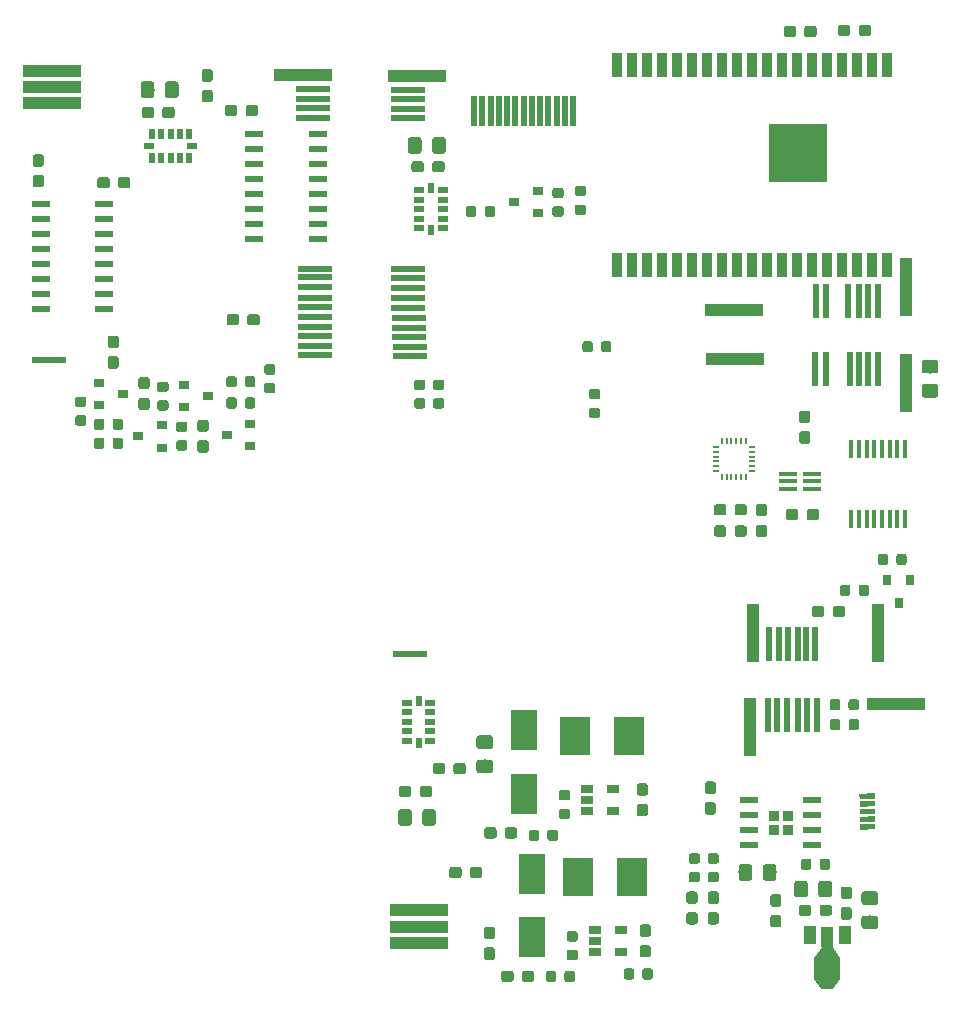
<source format=gtp>
G04 #@! TF.GenerationSoftware,KiCad,Pcbnew,5.0.1+dfsg1-3*
G04 #@! TF.CreationDate,2018-12-09T22:02:06+08:00*
G04 #@! TF.ProjectId,magicbrush,6D6167696362727573682E6B69636164,rev?*
G04 #@! TF.SameCoordinates,Original*
G04 #@! TF.FileFunction,Paste,Top*
G04 #@! TF.FilePolarity,Positive*
%FSLAX46Y46*%
G04 Gerber Fmt 4.6, Leading zero omitted, Abs format (unit mm)*
G04 Created by KiCad (PCBNEW 5.0.1+dfsg1-3) date Sun 09 Dec 2018 10:02:06 PM CST*
%MOMM*%
%LPD*%
G01*
G04 APERTURE LIST*
%ADD10C,0.100000*%
%ADD11C,0.950000*%
%ADD12R,5.000000X1.000000*%
%ADD13R,1.000000X5.000000*%
%ADD14C,0.875000*%
%ADD15C,0.450000*%
%ADD16R,0.500000X2.500000*%
%ADD17R,3.000000X0.500000*%
%ADD18R,0.500000X3.000000*%
%ADD19R,0.450000X1.500000*%
%ADD20R,0.200000X0.550000*%
%ADD21R,0.550000X0.200000*%
%ADD22C,1.150000*%
%ADD23R,2.300000X3.500000*%
%ADD24R,1.500000X0.400000*%
%ADD25R,5.000000X5.000000*%
%ADD26R,0.900000X2.000000*%
%ADD27R,2.600000X3.200000*%
%ADD28R,0.500000X0.900000*%
%ADD29R,0.900000X0.500000*%
%ADD30R,1.500000X0.600000*%
%ADD31R,0.950000X0.950000*%
%ADD32R,1.550000X0.600000*%
%ADD33R,0.900000X0.800000*%
%ADD34R,0.800000X0.900000*%
%ADD35R,1.060000X0.650000*%
%ADD36C,1.000000*%
%ADD37R,2.200000X1.840000*%
%ADD38R,1.000000X1.500000*%
%ADD39R,1.000000X1.800000*%
%ADD40C,0.850000*%
G04 APERTURE END LIST*
D10*
G04 #@! TO.C,C33*
G36*
X108510779Y-77851144D02*
X108533834Y-77854563D01*
X108556443Y-77860227D01*
X108578387Y-77868079D01*
X108599457Y-77878044D01*
X108619448Y-77890026D01*
X108638168Y-77903910D01*
X108655438Y-77919562D01*
X108671090Y-77936832D01*
X108684974Y-77955552D01*
X108696956Y-77975543D01*
X108706921Y-77996613D01*
X108714773Y-78018557D01*
X108720437Y-78041166D01*
X108723856Y-78064221D01*
X108725000Y-78087500D01*
X108725000Y-78662500D01*
X108723856Y-78685779D01*
X108720437Y-78708834D01*
X108714773Y-78731443D01*
X108706921Y-78753387D01*
X108696956Y-78774457D01*
X108684974Y-78794448D01*
X108671090Y-78813168D01*
X108655438Y-78830438D01*
X108638168Y-78846090D01*
X108619448Y-78859974D01*
X108599457Y-78871956D01*
X108578387Y-78881921D01*
X108556443Y-78889773D01*
X108533834Y-78895437D01*
X108510779Y-78898856D01*
X108487500Y-78900000D01*
X108012500Y-78900000D01*
X107989221Y-78898856D01*
X107966166Y-78895437D01*
X107943557Y-78889773D01*
X107921613Y-78881921D01*
X107900543Y-78871956D01*
X107880552Y-78859974D01*
X107861832Y-78846090D01*
X107844562Y-78830438D01*
X107828910Y-78813168D01*
X107815026Y-78794448D01*
X107803044Y-78774457D01*
X107793079Y-78753387D01*
X107785227Y-78731443D01*
X107779563Y-78708834D01*
X107776144Y-78685779D01*
X107775000Y-78662500D01*
X107775000Y-78087500D01*
X107776144Y-78064221D01*
X107779563Y-78041166D01*
X107785227Y-78018557D01*
X107793079Y-77996613D01*
X107803044Y-77975543D01*
X107815026Y-77955552D01*
X107828910Y-77936832D01*
X107844562Y-77919562D01*
X107861832Y-77903910D01*
X107880552Y-77890026D01*
X107900543Y-77878044D01*
X107921613Y-77868079D01*
X107943557Y-77860227D01*
X107966166Y-77854563D01*
X107989221Y-77851144D01*
X108012500Y-77850000D01*
X108487500Y-77850000D01*
X108510779Y-77851144D01*
X108510779Y-77851144D01*
G37*
D11*
X108250000Y-78375000D03*
D10*
G36*
X108510779Y-79601144D02*
X108533834Y-79604563D01*
X108556443Y-79610227D01*
X108578387Y-79618079D01*
X108599457Y-79628044D01*
X108619448Y-79640026D01*
X108638168Y-79653910D01*
X108655438Y-79669562D01*
X108671090Y-79686832D01*
X108684974Y-79705552D01*
X108696956Y-79725543D01*
X108706921Y-79746613D01*
X108714773Y-79768557D01*
X108720437Y-79791166D01*
X108723856Y-79814221D01*
X108725000Y-79837500D01*
X108725000Y-80412500D01*
X108723856Y-80435779D01*
X108720437Y-80458834D01*
X108714773Y-80481443D01*
X108706921Y-80503387D01*
X108696956Y-80524457D01*
X108684974Y-80544448D01*
X108671090Y-80563168D01*
X108655438Y-80580438D01*
X108638168Y-80596090D01*
X108619448Y-80609974D01*
X108599457Y-80621956D01*
X108578387Y-80631921D01*
X108556443Y-80639773D01*
X108533834Y-80645437D01*
X108510779Y-80648856D01*
X108487500Y-80650000D01*
X108012500Y-80650000D01*
X107989221Y-80648856D01*
X107966166Y-80645437D01*
X107943557Y-80639773D01*
X107921613Y-80631921D01*
X107900543Y-80621956D01*
X107880552Y-80609974D01*
X107861832Y-80596090D01*
X107844562Y-80580438D01*
X107828910Y-80563168D01*
X107815026Y-80544448D01*
X107803044Y-80524457D01*
X107793079Y-80503387D01*
X107785227Y-80481443D01*
X107779563Y-80458834D01*
X107776144Y-80435779D01*
X107775000Y-80412500D01*
X107775000Y-79837500D01*
X107776144Y-79814221D01*
X107779563Y-79791166D01*
X107785227Y-79768557D01*
X107793079Y-79746613D01*
X107803044Y-79725543D01*
X107815026Y-79705552D01*
X107828910Y-79686832D01*
X107844562Y-79669562D01*
X107861832Y-79653910D01*
X107880552Y-79640026D01*
X107900543Y-79628044D01*
X107921613Y-79618079D01*
X107943557Y-79610227D01*
X107966166Y-79604563D01*
X107989221Y-79601144D01*
X108012500Y-79600000D01*
X108487500Y-79600000D01*
X108510779Y-79601144D01*
X108510779Y-79601144D01*
G37*
D11*
X108250000Y-80125000D03*
G04 #@! TD*
D10*
G04 #@! TO.C,C15*
G36*
X120435779Y-76026144D02*
X120458834Y-76029563D01*
X120481443Y-76035227D01*
X120503387Y-76043079D01*
X120524457Y-76053044D01*
X120544448Y-76065026D01*
X120563168Y-76078910D01*
X120580438Y-76094562D01*
X120596090Y-76111832D01*
X120609974Y-76130552D01*
X120621956Y-76150543D01*
X120631921Y-76171613D01*
X120639773Y-76193557D01*
X120645437Y-76216166D01*
X120648856Y-76239221D01*
X120650000Y-76262500D01*
X120650000Y-76737500D01*
X120648856Y-76760779D01*
X120645437Y-76783834D01*
X120639773Y-76806443D01*
X120631921Y-76828387D01*
X120621956Y-76849457D01*
X120609974Y-76869448D01*
X120596090Y-76888168D01*
X120580438Y-76905438D01*
X120563168Y-76921090D01*
X120544448Y-76934974D01*
X120524457Y-76946956D01*
X120503387Y-76956921D01*
X120481443Y-76964773D01*
X120458834Y-76970437D01*
X120435779Y-76973856D01*
X120412500Y-76975000D01*
X119837500Y-76975000D01*
X119814221Y-76973856D01*
X119791166Y-76970437D01*
X119768557Y-76964773D01*
X119746613Y-76956921D01*
X119725543Y-76946956D01*
X119705552Y-76934974D01*
X119686832Y-76921090D01*
X119669562Y-76905438D01*
X119653910Y-76888168D01*
X119640026Y-76869448D01*
X119628044Y-76849457D01*
X119618079Y-76828387D01*
X119610227Y-76806443D01*
X119604563Y-76783834D01*
X119601144Y-76760779D01*
X119600000Y-76737500D01*
X119600000Y-76262500D01*
X119601144Y-76239221D01*
X119604563Y-76216166D01*
X119610227Y-76193557D01*
X119618079Y-76171613D01*
X119628044Y-76150543D01*
X119640026Y-76130552D01*
X119653910Y-76111832D01*
X119669562Y-76094562D01*
X119686832Y-76078910D01*
X119705552Y-76065026D01*
X119725543Y-76053044D01*
X119746613Y-76043079D01*
X119768557Y-76035227D01*
X119791166Y-76029563D01*
X119814221Y-76026144D01*
X119837500Y-76025000D01*
X120412500Y-76025000D01*
X120435779Y-76026144D01*
X120435779Y-76026144D01*
G37*
D11*
X120125000Y-76500000D03*
D10*
G36*
X118685779Y-76026144D02*
X118708834Y-76029563D01*
X118731443Y-76035227D01*
X118753387Y-76043079D01*
X118774457Y-76053044D01*
X118794448Y-76065026D01*
X118813168Y-76078910D01*
X118830438Y-76094562D01*
X118846090Y-76111832D01*
X118859974Y-76130552D01*
X118871956Y-76150543D01*
X118881921Y-76171613D01*
X118889773Y-76193557D01*
X118895437Y-76216166D01*
X118898856Y-76239221D01*
X118900000Y-76262500D01*
X118900000Y-76737500D01*
X118898856Y-76760779D01*
X118895437Y-76783834D01*
X118889773Y-76806443D01*
X118881921Y-76828387D01*
X118871956Y-76849457D01*
X118859974Y-76869448D01*
X118846090Y-76888168D01*
X118830438Y-76905438D01*
X118813168Y-76921090D01*
X118794448Y-76934974D01*
X118774457Y-76946956D01*
X118753387Y-76956921D01*
X118731443Y-76964773D01*
X118708834Y-76970437D01*
X118685779Y-76973856D01*
X118662500Y-76975000D01*
X118087500Y-76975000D01*
X118064221Y-76973856D01*
X118041166Y-76970437D01*
X118018557Y-76964773D01*
X117996613Y-76956921D01*
X117975543Y-76946956D01*
X117955552Y-76934974D01*
X117936832Y-76921090D01*
X117919562Y-76905438D01*
X117903910Y-76888168D01*
X117890026Y-76869448D01*
X117878044Y-76849457D01*
X117868079Y-76828387D01*
X117860227Y-76806443D01*
X117854563Y-76783834D01*
X117851144Y-76760779D01*
X117850000Y-76737500D01*
X117850000Y-76262500D01*
X117851144Y-76239221D01*
X117854563Y-76216166D01*
X117860227Y-76193557D01*
X117868079Y-76171613D01*
X117878044Y-76150543D01*
X117890026Y-76130552D01*
X117903910Y-76111832D01*
X117919562Y-76094562D01*
X117936832Y-76078910D01*
X117955552Y-76065026D01*
X117975543Y-76053044D01*
X117996613Y-76043079D01*
X118018557Y-76035227D01*
X118041166Y-76029563D01*
X118064221Y-76026144D01*
X118087500Y-76025000D01*
X118662500Y-76025000D01*
X118685779Y-76026144D01*
X118685779Y-76026144D01*
G37*
D11*
X118375000Y-76500000D03*
G04 #@! TD*
D12*
G04 #@! TO.C,X69*
X174500000Y-109000000D03*
G04 #@! TD*
D13*
G04 #@! TO.C,X70*
X173000000Y-103000000D03*
G04 #@! TD*
D10*
G04 #@! TO.C,R30*
G36*
X105777691Y-83026053D02*
X105798926Y-83029203D01*
X105819750Y-83034419D01*
X105839962Y-83041651D01*
X105859368Y-83050830D01*
X105877781Y-83061866D01*
X105895024Y-83074654D01*
X105910930Y-83089070D01*
X105925346Y-83104976D01*
X105938134Y-83122219D01*
X105949170Y-83140632D01*
X105958349Y-83160038D01*
X105965581Y-83180250D01*
X105970797Y-83201074D01*
X105973947Y-83222309D01*
X105975000Y-83243750D01*
X105975000Y-83681250D01*
X105973947Y-83702691D01*
X105970797Y-83723926D01*
X105965581Y-83744750D01*
X105958349Y-83764962D01*
X105949170Y-83784368D01*
X105938134Y-83802781D01*
X105925346Y-83820024D01*
X105910930Y-83835930D01*
X105895024Y-83850346D01*
X105877781Y-83863134D01*
X105859368Y-83874170D01*
X105839962Y-83883349D01*
X105819750Y-83890581D01*
X105798926Y-83895797D01*
X105777691Y-83898947D01*
X105756250Y-83900000D01*
X105243750Y-83900000D01*
X105222309Y-83898947D01*
X105201074Y-83895797D01*
X105180250Y-83890581D01*
X105160038Y-83883349D01*
X105140632Y-83874170D01*
X105122219Y-83863134D01*
X105104976Y-83850346D01*
X105089070Y-83835930D01*
X105074654Y-83820024D01*
X105061866Y-83802781D01*
X105050830Y-83784368D01*
X105041651Y-83764962D01*
X105034419Y-83744750D01*
X105029203Y-83723926D01*
X105026053Y-83702691D01*
X105025000Y-83681250D01*
X105025000Y-83243750D01*
X105026053Y-83222309D01*
X105029203Y-83201074D01*
X105034419Y-83180250D01*
X105041651Y-83160038D01*
X105050830Y-83140632D01*
X105061866Y-83122219D01*
X105074654Y-83104976D01*
X105089070Y-83089070D01*
X105104976Y-83074654D01*
X105122219Y-83061866D01*
X105140632Y-83050830D01*
X105160038Y-83041651D01*
X105180250Y-83034419D01*
X105201074Y-83029203D01*
X105222309Y-83026053D01*
X105243750Y-83025000D01*
X105756250Y-83025000D01*
X105777691Y-83026053D01*
X105777691Y-83026053D01*
G37*
D14*
X105500000Y-83462500D03*
D10*
G36*
X105777691Y-84601053D02*
X105798926Y-84604203D01*
X105819750Y-84609419D01*
X105839962Y-84616651D01*
X105859368Y-84625830D01*
X105877781Y-84636866D01*
X105895024Y-84649654D01*
X105910930Y-84664070D01*
X105925346Y-84679976D01*
X105938134Y-84697219D01*
X105949170Y-84715632D01*
X105958349Y-84735038D01*
X105965581Y-84755250D01*
X105970797Y-84776074D01*
X105973947Y-84797309D01*
X105975000Y-84818750D01*
X105975000Y-85256250D01*
X105973947Y-85277691D01*
X105970797Y-85298926D01*
X105965581Y-85319750D01*
X105958349Y-85339962D01*
X105949170Y-85359368D01*
X105938134Y-85377781D01*
X105925346Y-85395024D01*
X105910930Y-85410930D01*
X105895024Y-85425346D01*
X105877781Y-85438134D01*
X105859368Y-85449170D01*
X105839962Y-85458349D01*
X105819750Y-85465581D01*
X105798926Y-85470797D01*
X105777691Y-85473947D01*
X105756250Y-85475000D01*
X105243750Y-85475000D01*
X105222309Y-85473947D01*
X105201074Y-85470797D01*
X105180250Y-85465581D01*
X105160038Y-85458349D01*
X105140632Y-85449170D01*
X105122219Y-85438134D01*
X105104976Y-85425346D01*
X105089070Y-85410930D01*
X105074654Y-85395024D01*
X105061866Y-85377781D01*
X105050830Y-85359368D01*
X105041651Y-85339962D01*
X105034419Y-85319750D01*
X105029203Y-85298926D01*
X105026053Y-85277691D01*
X105025000Y-85256250D01*
X105025000Y-84818750D01*
X105026053Y-84797309D01*
X105029203Y-84776074D01*
X105034419Y-84755250D01*
X105041651Y-84735038D01*
X105050830Y-84715632D01*
X105061866Y-84697219D01*
X105074654Y-84679976D01*
X105089070Y-84664070D01*
X105104976Y-84649654D01*
X105122219Y-84636866D01*
X105140632Y-84625830D01*
X105160038Y-84616651D01*
X105180250Y-84609419D01*
X105201074Y-84604203D01*
X105222309Y-84601053D01*
X105243750Y-84600000D01*
X105756250Y-84600000D01*
X105777691Y-84601053D01*
X105777691Y-84601053D01*
G37*
D14*
X105500000Y-85037500D03*
G04 #@! TD*
D10*
G04 #@! TO.C,R31*
G36*
X121777691Y-81851053D02*
X121798926Y-81854203D01*
X121819750Y-81859419D01*
X121839962Y-81866651D01*
X121859368Y-81875830D01*
X121877781Y-81886866D01*
X121895024Y-81899654D01*
X121910930Y-81914070D01*
X121925346Y-81929976D01*
X121938134Y-81947219D01*
X121949170Y-81965632D01*
X121958349Y-81985038D01*
X121965581Y-82005250D01*
X121970797Y-82026074D01*
X121973947Y-82047309D01*
X121975000Y-82068750D01*
X121975000Y-82506250D01*
X121973947Y-82527691D01*
X121970797Y-82548926D01*
X121965581Y-82569750D01*
X121958349Y-82589962D01*
X121949170Y-82609368D01*
X121938134Y-82627781D01*
X121925346Y-82645024D01*
X121910930Y-82660930D01*
X121895024Y-82675346D01*
X121877781Y-82688134D01*
X121859368Y-82699170D01*
X121839962Y-82708349D01*
X121819750Y-82715581D01*
X121798926Y-82720797D01*
X121777691Y-82723947D01*
X121756250Y-82725000D01*
X121243750Y-82725000D01*
X121222309Y-82723947D01*
X121201074Y-82720797D01*
X121180250Y-82715581D01*
X121160038Y-82708349D01*
X121140632Y-82699170D01*
X121122219Y-82688134D01*
X121104976Y-82675346D01*
X121089070Y-82660930D01*
X121074654Y-82645024D01*
X121061866Y-82627781D01*
X121050830Y-82609368D01*
X121041651Y-82589962D01*
X121034419Y-82569750D01*
X121029203Y-82548926D01*
X121026053Y-82527691D01*
X121025000Y-82506250D01*
X121025000Y-82068750D01*
X121026053Y-82047309D01*
X121029203Y-82026074D01*
X121034419Y-82005250D01*
X121041651Y-81985038D01*
X121050830Y-81965632D01*
X121061866Y-81947219D01*
X121074654Y-81929976D01*
X121089070Y-81914070D01*
X121104976Y-81899654D01*
X121122219Y-81886866D01*
X121140632Y-81875830D01*
X121160038Y-81866651D01*
X121180250Y-81859419D01*
X121201074Y-81854203D01*
X121222309Y-81851053D01*
X121243750Y-81850000D01*
X121756250Y-81850000D01*
X121777691Y-81851053D01*
X121777691Y-81851053D01*
G37*
D14*
X121500000Y-82287500D03*
D10*
G36*
X121777691Y-80276053D02*
X121798926Y-80279203D01*
X121819750Y-80284419D01*
X121839962Y-80291651D01*
X121859368Y-80300830D01*
X121877781Y-80311866D01*
X121895024Y-80324654D01*
X121910930Y-80339070D01*
X121925346Y-80354976D01*
X121938134Y-80372219D01*
X121949170Y-80390632D01*
X121958349Y-80410038D01*
X121965581Y-80430250D01*
X121970797Y-80451074D01*
X121973947Y-80472309D01*
X121975000Y-80493750D01*
X121975000Y-80931250D01*
X121973947Y-80952691D01*
X121970797Y-80973926D01*
X121965581Y-80994750D01*
X121958349Y-81014962D01*
X121949170Y-81034368D01*
X121938134Y-81052781D01*
X121925346Y-81070024D01*
X121910930Y-81085930D01*
X121895024Y-81100346D01*
X121877781Y-81113134D01*
X121859368Y-81124170D01*
X121839962Y-81133349D01*
X121819750Y-81140581D01*
X121798926Y-81145797D01*
X121777691Y-81148947D01*
X121756250Y-81150000D01*
X121243750Y-81150000D01*
X121222309Y-81148947D01*
X121201074Y-81145797D01*
X121180250Y-81140581D01*
X121160038Y-81133349D01*
X121140632Y-81124170D01*
X121122219Y-81113134D01*
X121104976Y-81100346D01*
X121089070Y-81085930D01*
X121074654Y-81070024D01*
X121061866Y-81052781D01*
X121050830Y-81034368D01*
X121041651Y-81014962D01*
X121034419Y-80994750D01*
X121029203Y-80973926D01*
X121026053Y-80952691D01*
X121025000Y-80931250D01*
X121025000Y-80493750D01*
X121026053Y-80472309D01*
X121029203Y-80451074D01*
X121034419Y-80430250D01*
X121041651Y-80410038D01*
X121050830Y-80390632D01*
X121061866Y-80372219D01*
X121074654Y-80354976D01*
X121089070Y-80339070D01*
X121104976Y-80324654D01*
X121122219Y-80311866D01*
X121140632Y-80300830D01*
X121160038Y-80291651D01*
X121180250Y-80284419D01*
X121201074Y-80279203D01*
X121222309Y-80276053D01*
X121243750Y-80275000D01*
X121756250Y-80275000D01*
X121777691Y-80276053D01*
X121777691Y-80276053D01*
G37*
D14*
X121500000Y-80712500D03*
G04 #@! TD*
D15*
G04 #@! TO.C,J2*
X172122978Y-119432962D03*
D10*
G36*
X172776806Y-119646584D02*
X171477004Y-119669272D01*
X171469150Y-119219340D01*
X172768952Y-119196652D01*
X172776806Y-119646584D01*
X172776806Y-119646584D01*
G37*
D15*
X172111633Y-118783061D03*
D10*
G36*
X172765461Y-118996683D02*
X171465659Y-119019371D01*
X171457805Y-118569439D01*
X172757607Y-118546751D01*
X172765461Y-118996683D01*
X172765461Y-118996683D01*
G37*
D15*
X172100289Y-118133160D03*
D10*
G36*
X172754117Y-118346782D02*
X171454315Y-118369470D01*
X171446461Y-117919538D01*
X172746263Y-117896850D01*
X172754117Y-118346782D01*
X172754117Y-118346782D01*
G37*
D15*
X172088945Y-117483259D03*
D10*
G36*
X172742773Y-117696881D02*
X171442971Y-117719569D01*
X171435117Y-117269637D01*
X172734919Y-117246949D01*
X172742773Y-117696881D01*
X172742773Y-117696881D01*
G37*
D15*
X172077601Y-116833358D03*
D10*
G36*
X172731429Y-117046980D02*
X171431627Y-117069668D01*
X171423773Y-116619736D01*
X172723575Y-116597048D01*
X172731429Y-117046980D01*
X172731429Y-117046980D01*
G37*
G04 #@! TD*
G04 #@! TO.C,R28*
G36*
X134477691Y-81576053D02*
X134498926Y-81579203D01*
X134519750Y-81584419D01*
X134539962Y-81591651D01*
X134559368Y-81600830D01*
X134577781Y-81611866D01*
X134595024Y-81624654D01*
X134610930Y-81639070D01*
X134625346Y-81654976D01*
X134638134Y-81672219D01*
X134649170Y-81690632D01*
X134658349Y-81710038D01*
X134665581Y-81730250D01*
X134670797Y-81751074D01*
X134673947Y-81772309D01*
X134675000Y-81793750D01*
X134675000Y-82231250D01*
X134673947Y-82252691D01*
X134670797Y-82273926D01*
X134665581Y-82294750D01*
X134658349Y-82314962D01*
X134649170Y-82334368D01*
X134638134Y-82352781D01*
X134625346Y-82370024D01*
X134610930Y-82385930D01*
X134595024Y-82400346D01*
X134577781Y-82413134D01*
X134559368Y-82424170D01*
X134539962Y-82433349D01*
X134519750Y-82440581D01*
X134498926Y-82445797D01*
X134477691Y-82448947D01*
X134456250Y-82450000D01*
X133943750Y-82450000D01*
X133922309Y-82448947D01*
X133901074Y-82445797D01*
X133880250Y-82440581D01*
X133860038Y-82433349D01*
X133840632Y-82424170D01*
X133822219Y-82413134D01*
X133804976Y-82400346D01*
X133789070Y-82385930D01*
X133774654Y-82370024D01*
X133761866Y-82352781D01*
X133750830Y-82334368D01*
X133741651Y-82314962D01*
X133734419Y-82294750D01*
X133729203Y-82273926D01*
X133726053Y-82252691D01*
X133725000Y-82231250D01*
X133725000Y-81793750D01*
X133726053Y-81772309D01*
X133729203Y-81751074D01*
X133734419Y-81730250D01*
X133741651Y-81710038D01*
X133750830Y-81690632D01*
X133761866Y-81672219D01*
X133774654Y-81654976D01*
X133789070Y-81639070D01*
X133804976Y-81624654D01*
X133822219Y-81611866D01*
X133840632Y-81600830D01*
X133860038Y-81591651D01*
X133880250Y-81584419D01*
X133901074Y-81579203D01*
X133922309Y-81576053D01*
X133943750Y-81575000D01*
X134456250Y-81575000D01*
X134477691Y-81576053D01*
X134477691Y-81576053D01*
G37*
D14*
X134200000Y-82012500D03*
D10*
G36*
X134477691Y-83151053D02*
X134498926Y-83154203D01*
X134519750Y-83159419D01*
X134539962Y-83166651D01*
X134559368Y-83175830D01*
X134577781Y-83186866D01*
X134595024Y-83199654D01*
X134610930Y-83214070D01*
X134625346Y-83229976D01*
X134638134Y-83247219D01*
X134649170Y-83265632D01*
X134658349Y-83285038D01*
X134665581Y-83305250D01*
X134670797Y-83326074D01*
X134673947Y-83347309D01*
X134675000Y-83368750D01*
X134675000Y-83806250D01*
X134673947Y-83827691D01*
X134670797Y-83848926D01*
X134665581Y-83869750D01*
X134658349Y-83889962D01*
X134649170Y-83909368D01*
X134638134Y-83927781D01*
X134625346Y-83945024D01*
X134610930Y-83960930D01*
X134595024Y-83975346D01*
X134577781Y-83988134D01*
X134559368Y-83999170D01*
X134539962Y-84008349D01*
X134519750Y-84015581D01*
X134498926Y-84020797D01*
X134477691Y-84023947D01*
X134456250Y-84025000D01*
X133943750Y-84025000D01*
X133922309Y-84023947D01*
X133901074Y-84020797D01*
X133880250Y-84015581D01*
X133860038Y-84008349D01*
X133840632Y-83999170D01*
X133822219Y-83988134D01*
X133804976Y-83975346D01*
X133789070Y-83960930D01*
X133774654Y-83945024D01*
X133761866Y-83927781D01*
X133750830Y-83909368D01*
X133741651Y-83889962D01*
X133734419Y-83869750D01*
X133729203Y-83848926D01*
X133726053Y-83827691D01*
X133725000Y-83806250D01*
X133725000Y-83368750D01*
X133726053Y-83347309D01*
X133729203Y-83326074D01*
X133734419Y-83305250D01*
X133741651Y-83285038D01*
X133750830Y-83265632D01*
X133761866Y-83247219D01*
X133774654Y-83229976D01*
X133789070Y-83214070D01*
X133804976Y-83199654D01*
X133822219Y-83186866D01*
X133840632Y-83175830D01*
X133860038Y-83166651D01*
X133880250Y-83159419D01*
X133901074Y-83154203D01*
X133922309Y-83151053D01*
X133943750Y-83150000D01*
X134456250Y-83150000D01*
X134477691Y-83151053D01*
X134477691Y-83151053D01*
G37*
D14*
X134200000Y-83587500D03*
G04 #@! TD*
D10*
G04 #@! TO.C,R29*
G36*
X136077691Y-83151053D02*
X136098926Y-83154203D01*
X136119750Y-83159419D01*
X136139962Y-83166651D01*
X136159368Y-83175830D01*
X136177781Y-83186866D01*
X136195024Y-83199654D01*
X136210930Y-83214070D01*
X136225346Y-83229976D01*
X136238134Y-83247219D01*
X136249170Y-83265632D01*
X136258349Y-83285038D01*
X136265581Y-83305250D01*
X136270797Y-83326074D01*
X136273947Y-83347309D01*
X136275000Y-83368750D01*
X136275000Y-83806250D01*
X136273947Y-83827691D01*
X136270797Y-83848926D01*
X136265581Y-83869750D01*
X136258349Y-83889962D01*
X136249170Y-83909368D01*
X136238134Y-83927781D01*
X136225346Y-83945024D01*
X136210930Y-83960930D01*
X136195024Y-83975346D01*
X136177781Y-83988134D01*
X136159368Y-83999170D01*
X136139962Y-84008349D01*
X136119750Y-84015581D01*
X136098926Y-84020797D01*
X136077691Y-84023947D01*
X136056250Y-84025000D01*
X135543750Y-84025000D01*
X135522309Y-84023947D01*
X135501074Y-84020797D01*
X135480250Y-84015581D01*
X135460038Y-84008349D01*
X135440632Y-83999170D01*
X135422219Y-83988134D01*
X135404976Y-83975346D01*
X135389070Y-83960930D01*
X135374654Y-83945024D01*
X135361866Y-83927781D01*
X135350830Y-83909368D01*
X135341651Y-83889962D01*
X135334419Y-83869750D01*
X135329203Y-83848926D01*
X135326053Y-83827691D01*
X135325000Y-83806250D01*
X135325000Y-83368750D01*
X135326053Y-83347309D01*
X135329203Y-83326074D01*
X135334419Y-83305250D01*
X135341651Y-83285038D01*
X135350830Y-83265632D01*
X135361866Y-83247219D01*
X135374654Y-83229976D01*
X135389070Y-83214070D01*
X135404976Y-83199654D01*
X135422219Y-83186866D01*
X135440632Y-83175830D01*
X135460038Y-83166651D01*
X135480250Y-83159419D01*
X135501074Y-83154203D01*
X135522309Y-83151053D01*
X135543750Y-83150000D01*
X136056250Y-83150000D01*
X136077691Y-83151053D01*
X136077691Y-83151053D01*
G37*
D14*
X135800000Y-83587500D03*
D10*
G36*
X136077691Y-81576053D02*
X136098926Y-81579203D01*
X136119750Y-81584419D01*
X136139962Y-81591651D01*
X136159368Y-81600830D01*
X136177781Y-81611866D01*
X136195024Y-81624654D01*
X136210930Y-81639070D01*
X136225346Y-81654976D01*
X136238134Y-81672219D01*
X136249170Y-81690632D01*
X136258349Y-81710038D01*
X136265581Y-81730250D01*
X136270797Y-81751074D01*
X136273947Y-81772309D01*
X136275000Y-81793750D01*
X136275000Y-82231250D01*
X136273947Y-82252691D01*
X136270797Y-82273926D01*
X136265581Y-82294750D01*
X136258349Y-82314962D01*
X136249170Y-82334368D01*
X136238134Y-82352781D01*
X136225346Y-82370024D01*
X136210930Y-82385930D01*
X136195024Y-82400346D01*
X136177781Y-82413134D01*
X136159368Y-82424170D01*
X136139962Y-82433349D01*
X136119750Y-82440581D01*
X136098926Y-82445797D01*
X136077691Y-82448947D01*
X136056250Y-82450000D01*
X135543750Y-82450000D01*
X135522309Y-82448947D01*
X135501074Y-82445797D01*
X135480250Y-82440581D01*
X135460038Y-82433349D01*
X135440632Y-82424170D01*
X135422219Y-82413134D01*
X135404976Y-82400346D01*
X135389070Y-82385930D01*
X135374654Y-82370024D01*
X135361866Y-82352781D01*
X135350830Y-82334368D01*
X135341651Y-82314962D01*
X135334419Y-82294750D01*
X135329203Y-82273926D01*
X135326053Y-82252691D01*
X135325000Y-82231250D01*
X135325000Y-81793750D01*
X135326053Y-81772309D01*
X135329203Y-81751074D01*
X135334419Y-81730250D01*
X135341651Y-81710038D01*
X135350830Y-81690632D01*
X135361866Y-81672219D01*
X135374654Y-81654976D01*
X135389070Y-81639070D01*
X135404976Y-81624654D01*
X135422219Y-81611866D01*
X135440632Y-81600830D01*
X135460038Y-81591651D01*
X135480250Y-81584419D01*
X135501074Y-81579203D01*
X135522309Y-81576053D01*
X135543750Y-81575000D01*
X136056250Y-81575000D01*
X136077691Y-81576053D01*
X136077691Y-81576053D01*
G37*
D14*
X135800000Y-82012500D03*
G04 #@! TD*
D16*
G04 #@! TO.C,DISP1*
X138800000Y-58800000D03*
X139500000Y-58800000D03*
X140200000Y-58800000D03*
X140900000Y-58800000D03*
X141600000Y-58800000D03*
X142300000Y-58800000D03*
X146500000Y-58800000D03*
X145800000Y-58800000D03*
X145100000Y-58800000D03*
X144400000Y-58800000D03*
X143700000Y-58800000D03*
X143000000Y-58800000D03*
X147200000Y-58800000D03*
G04 #@! TD*
D17*
G04 #@! TO.C,X66*
X133375001Y-78800000D03*
G04 #@! TD*
G04 #@! TO.C,X65*
X133375001Y-79600000D03*
G04 #@! TD*
G04 #@! TO.C,X67*
X102775001Y-79925001D03*
G04 #@! TD*
G04 #@! TO.C,X68*
X133400000Y-104800000D03*
G04 #@! TD*
G04 #@! TO.C,X64*
X125300000Y-78700000D03*
G04 #@! TD*
G04 #@! TO.C,X63*
X125300000Y-79500000D03*
G04 #@! TD*
D18*
G04 #@! TO.C,X61*
X167725001Y-74924999D03*
G04 #@! TD*
G04 #@! TO.C,X62*
X167700000Y-80700000D03*
G04 #@! TD*
G04 #@! TO.C,X56*
X167800000Y-110000000D03*
G04 #@! TD*
G04 #@! TO.C,X54*
X173000000Y-74900000D03*
G04 #@! TD*
G04 #@! TO.C,X60*
X173000000Y-80700000D03*
G04 #@! TD*
G04 #@! TO.C,X59*
X167700000Y-104000000D03*
G04 #@! TD*
G04 #@! TO.C,X55*
X170487455Y-74878037D03*
G04 #@! TD*
G04 #@! TO.C,X53*
X170600000Y-80700000D03*
G04 #@! TD*
D13*
G04 #@! TO.C,X57*
X162200000Y-111000000D03*
G04 #@! TD*
G04 #@! TO.C,X58*
X162400000Y-103000000D03*
G04 #@! TD*
D18*
G04 #@! TO.C,X51*
X167000000Y-110000000D03*
G04 #@! TD*
G04 #@! TO.C,X52*
X166900000Y-104000000D03*
G04 #@! TD*
G04 #@! TO.C,X50*
X163674999Y-110000000D03*
G04 #@! TD*
G04 #@! TO.C,X49*
X164424999Y-110000000D03*
G04 #@! TD*
D19*
G04 #@! TO.C,U8*
X170725000Y-87450000D03*
X171375000Y-87450000D03*
X172025000Y-87450000D03*
X172675000Y-87450000D03*
X173325000Y-87450000D03*
X173975000Y-87450000D03*
X174625000Y-87450000D03*
X175275000Y-87450000D03*
X175275000Y-93350000D03*
X174625000Y-93350000D03*
X173975000Y-93350000D03*
X173325000Y-93350000D03*
X172675000Y-93350000D03*
X172025000Y-93350000D03*
X171375000Y-93350000D03*
X170725000Y-93350000D03*
G04 #@! TD*
D20*
G04 #@! TO.C,U10*
X159790000Y-86800000D03*
X160190000Y-86800000D03*
X160590000Y-86800000D03*
X160990000Y-86800000D03*
X161390000Y-86800000D03*
X161790000Y-86800000D03*
D21*
X162290000Y-87300000D03*
X162290000Y-87700000D03*
X162290000Y-88100000D03*
X162290000Y-88500000D03*
X162290000Y-88900000D03*
X162290000Y-89300000D03*
D20*
X161790000Y-89800000D03*
X161390000Y-89800000D03*
X160990000Y-89800000D03*
X160590000Y-89800000D03*
X160190000Y-89800000D03*
X159790000Y-89800000D03*
D21*
X159290000Y-89300000D03*
X159290000Y-88900000D03*
X159290000Y-88500000D03*
X159290000Y-88100000D03*
X159290000Y-87700000D03*
X159290000Y-87300000D03*
G04 #@! TD*
D13*
G04 #@! TO.C,X47*
X175350000Y-81850000D03*
G04 #@! TD*
D12*
G04 #@! TO.C,X48*
X160800000Y-75650000D03*
G04 #@! TD*
D10*
G04 #@! TO.C,C8*
G36*
X162124505Y-122601204D02*
X162148773Y-122604804D01*
X162172572Y-122610765D01*
X162195671Y-122619030D01*
X162217850Y-122629520D01*
X162238893Y-122642132D01*
X162258599Y-122656747D01*
X162276777Y-122673223D01*
X162293253Y-122691401D01*
X162307868Y-122711107D01*
X162320480Y-122732150D01*
X162330970Y-122754329D01*
X162339235Y-122777428D01*
X162345196Y-122801227D01*
X162348796Y-122825495D01*
X162350000Y-122849999D01*
X162350000Y-123750001D01*
X162348796Y-123774505D01*
X162345196Y-123798773D01*
X162339235Y-123822572D01*
X162330970Y-123845671D01*
X162320480Y-123867850D01*
X162307868Y-123888893D01*
X162293253Y-123908599D01*
X162276777Y-123926777D01*
X162258599Y-123943253D01*
X162238893Y-123957868D01*
X162217850Y-123970480D01*
X162195671Y-123980970D01*
X162172572Y-123989235D01*
X162148773Y-123995196D01*
X162124505Y-123998796D01*
X162100001Y-124000000D01*
X161449999Y-124000000D01*
X161425495Y-123998796D01*
X161401227Y-123995196D01*
X161377428Y-123989235D01*
X161354329Y-123980970D01*
X161332150Y-123970480D01*
X161311107Y-123957868D01*
X161291401Y-123943253D01*
X161273223Y-123926777D01*
X161256747Y-123908599D01*
X161242132Y-123888893D01*
X161229520Y-123867850D01*
X161219030Y-123845671D01*
X161210765Y-123822572D01*
X161204804Y-123798773D01*
X161201204Y-123774505D01*
X161200000Y-123750001D01*
X161200000Y-122849999D01*
X161201204Y-122825495D01*
X161204804Y-122801227D01*
X161210765Y-122777428D01*
X161219030Y-122754329D01*
X161229520Y-122732150D01*
X161242132Y-122711107D01*
X161256747Y-122691401D01*
X161273223Y-122673223D01*
X161291401Y-122656747D01*
X161311107Y-122642132D01*
X161332150Y-122629520D01*
X161354329Y-122619030D01*
X161377428Y-122610765D01*
X161401227Y-122604804D01*
X161425495Y-122601204D01*
X161449999Y-122600000D01*
X162100001Y-122600000D01*
X162124505Y-122601204D01*
X162124505Y-122601204D01*
G37*
D22*
X161775000Y-123300000D03*
D10*
G36*
X164174505Y-122601204D02*
X164198773Y-122604804D01*
X164222572Y-122610765D01*
X164245671Y-122619030D01*
X164267850Y-122629520D01*
X164288893Y-122642132D01*
X164308599Y-122656747D01*
X164326777Y-122673223D01*
X164343253Y-122691401D01*
X164357868Y-122711107D01*
X164370480Y-122732150D01*
X164380970Y-122754329D01*
X164389235Y-122777428D01*
X164395196Y-122801227D01*
X164398796Y-122825495D01*
X164400000Y-122849999D01*
X164400000Y-123750001D01*
X164398796Y-123774505D01*
X164395196Y-123798773D01*
X164389235Y-123822572D01*
X164380970Y-123845671D01*
X164370480Y-123867850D01*
X164357868Y-123888893D01*
X164343253Y-123908599D01*
X164326777Y-123926777D01*
X164308599Y-123943253D01*
X164288893Y-123957868D01*
X164267850Y-123970480D01*
X164245671Y-123980970D01*
X164222572Y-123989235D01*
X164198773Y-123995196D01*
X164174505Y-123998796D01*
X164150001Y-124000000D01*
X163499999Y-124000000D01*
X163475495Y-123998796D01*
X163451227Y-123995196D01*
X163427428Y-123989235D01*
X163404329Y-123980970D01*
X163382150Y-123970480D01*
X163361107Y-123957868D01*
X163341401Y-123943253D01*
X163323223Y-123926777D01*
X163306747Y-123908599D01*
X163292132Y-123888893D01*
X163279520Y-123867850D01*
X163269030Y-123845671D01*
X163260765Y-123822572D01*
X163254804Y-123798773D01*
X163251204Y-123774505D01*
X163250000Y-123750001D01*
X163250000Y-122849999D01*
X163251204Y-122825495D01*
X163254804Y-122801227D01*
X163260765Y-122777428D01*
X163269030Y-122754329D01*
X163279520Y-122732150D01*
X163292132Y-122711107D01*
X163306747Y-122691401D01*
X163323223Y-122673223D01*
X163341401Y-122656747D01*
X163361107Y-122642132D01*
X163382150Y-122629520D01*
X163404329Y-122619030D01*
X163427428Y-122610765D01*
X163451227Y-122604804D01*
X163475495Y-122601204D01*
X163499999Y-122600000D01*
X164150001Y-122600000D01*
X164174505Y-122601204D01*
X164174505Y-122601204D01*
G37*
D22*
X163825000Y-123300000D03*
G04 #@! TD*
D12*
G04 #@! TO.C,X29*
X124350000Y-55800000D03*
G04 #@! TD*
D18*
G04 #@! TO.C,X45*
X165400000Y-104000000D03*
G04 #@! TD*
G04 #@! TO.C,X43*
X168600000Y-80700000D03*
G04 #@! TD*
G04 #@! TO.C,X42*
X166200000Y-104000000D03*
G04 #@! TD*
G04 #@! TO.C,X41*
X166200000Y-110000000D03*
G04 #@! TD*
D17*
G04 #@! TO.C,X40*
X133300000Y-78000000D03*
G04 #@! TD*
D18*
G04 #@! TO.C,X39*
X164600000Y-104000000D03*
G04 #@! TD*
D17*
G04 #@! TO.C,X38*
X125300000Y-77900000D03*
G04 #@! TD*
G04 #@! TO.C,X37*
X133300000Y-77200000D03*
G04 #@! TD*
D18*
G04 #@! TO.C,X36*
X163800000Y-104000000D03*
G04 #@! TD*
D17*
G04 #@! TO.C,X35*
X125300000Y-77100000D03*
G04 #@! TD*
D18*
G04 #@! TO.C,X46*
X165325001Y-110000000D03*
G04 #@! TD*
G04 #@! TO.C,X44*
X168600000Y-74900000D03*
G04 #@! TD*
G04 #@! TO.C,X34*
X172175001Y-74894999D03*
G04 #@! TD*
G04 #@! TO.C,X32*
X172175001Y-80674999D03*
G04 #@! TD*
G04 #@! TO.C,X31*
X171425001Y-80674999D03*
G04 #@! TD*
G04 #@! TO.C,X33*
X171425001Y-74894999D03*
G04 #@! TD*
D17*
G04 #@! TO.C,X21*
X125300000Y-72900000D03*
G04 #@! TD*
G04 #@! TO.C,X22*
X125300000Y-73750000D03*
G04 #@! TD*
D12*
G04 #@! TO.C,X28*
X134100000Y-129300000D03*
G04 #@! TD*
G04 #@! TO.C,X27*
X103100000Y-55450000D03*
G04 #@! TD*
G04 #@! TO.C,X26*
X134100000Y-126500000D03*
G04 #@! TD*
G04 #@! TO.C,X24*
X160850000Y-79850000D03*
G04 #@! TD*
G04 #@! TO.C,X25*
X103100000Y-56800000D03*
G04 #@! TD*
D13*
G04 #@! TO.C,X23*
X175350000Y-73700000D03*
G04 #@! TD*
D12*
G04 #@! TO.C,X12*
X103100000Y-58150000D03*
G04 #@! TD*
G04 #@! TO.C,X11*
X134100000Y-127900000D03*
G04 #@! TD*
G04 #@! TO.C,X30*
X134000000Y-55900000D03*
G04 #@! TD*
D17*
G04 #@! TO.C,X10*
X133200000Y-73850000D03*
G04 #@! TD*
G04 #@! TO.C,X9*
X133200000Y-73000000D03*
G04 #@! TD*
G04 #@! TO.C,X19*
X125300000Y-76300000D03*
G04 #@! TD*
G04 #@! TO.C,X18*
X133200000Y-75550000D03*
G04 #@! TD*
G04 #@! TO.C,X17*
X133200000Y-74700000D03*
G04 #@! TD*
G04 #@! TO.C,X16*
X133200000Y-59450000D03*
G04 #@! TD*
G04 #@! TO.C,X15*
X133200000Y-58650000D03*
G04 #@! TD*
G04 #@! TO.C,X14*
X125200000Y-57800000D03*
G04 #@! TD*
G04 #@! TO.C,X13*
X133200000Y-57050000D03*
G04 #@! TD*
G04 #@! TO.C,X8*
X125300000Y-72200000D03*
G04 #@! TD*
G04 #@! TO.C,X7*
X133300000Y-76400000D03*
G04 #@! TD*
G04 #@! TO.C,X6*
X125300000Y-75450000D03*
G04 #@! TD*
G04 #@! TO.C,X5*
X125300000Y-74650000D03*
G04 #@! TD*
G04 #@! TO.C,X4*
X125200000Y-59400000D03*
G04 #@! TD*
G04 #@! TO.C,X3*
X125200000Y-58600000D03*
G04 #@! TD*
G04 #@! TO.C,X2*
X133200000Y-57850000D03*
G04 #@! TD*
G04 #@! TO.C,X1*
X125200000Y-57000000D03*
G04 #@! TD*
G04 #@! TO.C,X20*
X133200000Y-72200000D03*
G04 #@! TD*
D10*
G04 #@! TO.C,C3*
G36*
X140491239Y-119480520D02*
X140514294Y-119483939D01*
X140536903Y-119489603D01*
X140558847Y-119497455D01*
X140579917Y-119507420D01*
X140599908Y-119519402D01*
X140618628Y-119533286D01*
X140635898Y-119548938D01*
X140651550Y-119566208D01*
X140665434Y-119584928D01*
X140677416Y-119604919D01*
X140687381Y-119625989D01*
X140695233Y-119647933D01*
X140700897Y-119670542D01*
X140704316Y-119693597D01*
X140705460Y-119716876D01*
X140705460Y-120191876D01*
X140704316Y-120215155D01*
X140700897Y-120238210D01*
X140695233Y-120260819D01*
X140687381Y-120282763D01*
X140677416Y-120303833D01*
X140665434Y-120323824D01*
X140651550Y-120342544D01*
X140635898Y-120359814D01*
X140618628Y-120375466D01*
X140599908Y-120389350D01*
X140579917Y-120401332D01*
X140558847Y-120411297D01*
X140536903Y-120419149D01*
X140514294Y-120424813D01*
X140491239Y-120428232D01*
X140467960Y-120429376D01*
X139892960Y-120429376D01*
X139869681Y-120428232D01*
X139846626Y-120424813D01*
X139824017Y-120419149D01*
X139802073Y-120411297D01*
X139781003Y-120401332D01*
X139761012Y-120389350D01*
X139742292Y-120375466D01*
X139725022Y-120359814D01*
X139709370Y-120342544D01*
X139695486Y-120323824D01*
X139683504Y-120303833D01*
X139673539Y-120282763D01*
X139665687Y-120260819D01*
X139660023Y-120238210D01*
X139656604Y-120215155D01*
X139655460Y-120191876D01*
X139655460Y-119716876D01*
X139656604Y-119693597D01*
X139660023Y-119670542D01*
X139665687Y-119647933D01*
X139673539Y-119625989D01*
X139683504Y-119604919D01*
X139695486Y-119584928D01*
X139709370Y-119566208D01*
X139725022Y-119548938D01*
X139742292Y-119533286D01*
X139761012Y-119519402D01*
X139781003Y-119507420D01*
X139802073Y-119497455D01*
X139824017Y-119489603D01*
X139846626Y-119483939D01*
X139869681Y-119480520D01*
X139892960Y-119479376D01*
X140467960Y-119479376D01*
X140491239Y-119480520D01*
X140491239Y-119480520D01*
G37*
D11*
X140180460Y-119954376D03*
D10*
G36*
X142241239Y-119480520D02*
X142264294Y-119483939D01*
X142286903Y-119489603D01*
X142308847Y-119497455D01*
X142329917Y-119507420D01*
X142349908Y-119519402D01*
X142368628Y-119533286D01*
X142385898Y-119548938D01*
X142401550Y-119566208D01*
X142415434Y-119584928D01*
X142427416Y-119604919D01*
X142437381Y-119625989D01*
X142445233Y-119647933D01*
X142450897Y-119670542D01*
X142454316Y-119693597D01*
X142455460Y-119716876D01*
X142455460Y-120191876D01*
X142454316Y-120215155D01*
X142450897Y-120238210D01*
X142445233Y-120260819D01*
X142437381Y-120282763D01*
X142427416Y-120303833D01*
X142415434Y-120323824D01*
X142401550Y-120342544D01*
X142385898Y-120359814D01*
X142368628Y-120375466D01*
X142349908Y-120389350D01*
X142329917Y-120401332D01*
X142308847Y-120411297D01*
X142286903Y-120419149D01*
X142264294Y-120424813D01*
X142241239Y-120428232D01*
X142217960Y-120429376D01*
X141642960Y-120429376D01*
X141619681Y-120428232D01*
X141596626Y-120424813D01*
X141574017Y-120419149D01*
X141552073Y-120411297D01*
X141531003Y-120401332D01*
X141511012Y-120389350D01*
X141492292Y-120375466D01*
X141475022Y-120359814D01*
X141459370Y-120342544D01*
X141445486Y-120323824D01*
X141433504Y-120303833D01*
X141423539Y-120282763D01*
X141415687Y-120260819D01*
X141410023Y-120238210D01*
X141406604Y-120215155D01*
X141405460Y-120191876D01*
X141405460Y-119716876D01*
X141406604Y-119693597D01*
X141410023Y-119670542D01*
X141415687Y-119647933D01*
X141423539Y-119625989D01*
X141433504Y-119604919D01*
X141445486Y-119584928D01*
X141459370Y-119566208D01*
X141475022Y-119548938D01*
X141492292Y-119533286D01*
X141511012Y-119519402D01*
X141531003Y-119507420D01*
X141552073Y-119497455D01*
X141574017Y-119489603D01*
X141596626Y-119483939D01*
X141619681Y-119480520D01*
X141642960Y-119479376D01*
X142217960Y-119479376D01*
X142241239Y-119480520D01*
X142241239Y-119480520D01*
G37*
D11*
X141930460Y-119954376D03*
G04 #@! TD*
D10*
G04 #@! TO.C,C5*
G36*
X153560779Y-129451144D02*
X153583834Y-129454563D01*
X153606443Y-129460227D01*
X153628387Y-129468079D01*
X153649457Y-129478044D01*
X153669448Y-129490026D01*
X153688168Y-129503910D01*
X153705438Y-129519562D01*
X153721090Y-129536832D01*
X153734974Y-129555552D01*
X153746956Y-129575543D01*
X153756921Y-129596613D01*
X153764773Y-129618557D01*
X153770437Y-129641166D01*
X153773856Y-129664221D01*
X153775000Y-129687500D01*
X153775000Y-130262500D01*
X153773856Y-130285779D01*
X153770437Y-130308834D01*
X153764773Y-130331443D01*
X153756921Y-130353387D01*
X153746956Y-130374457D01*
X153734974Y-130394448D01*
X153721090Y-130413168D01*
X153705438Y-130430438D01*
X153688168Y-130446090D01*
X153669448Y-130459974D01*
X153649457Y-130471956D01*
X153628387Y-130481921D01*
X153606443Y-130489773D01*
X153583834Y-130495437D01*
X153560779Y-130498856D01*
X153537500Y-130500000D01*
X153062500Y-130500000D01*
X153039221Y-130498856D01*
X153016166Y-130495437D01*
X152993557Y-130489773D01*
X152971613Y-130481921D01*
X152950543Y-130471956D01*
X152930552Y-130459974D01*
X152911832Y-130446090D01*
X152894562Y-130430438D01*
X152878910Y-130413168D01*
X152865026Y-130394448D01*
X152853044Y-130374457D01*
X152843079Y-130353387D01*
X152835227Y-130331443D01*
X152829563Y-130308834D01*
X152826144Y-130285779D01*
X152825000Y-130262500D01*
X152825000Y-129687500D01*
X152826144Y-129664221D01*
X152829563Y-129641166D01*
X152835227Y-129618557D01*
X152843079Y-129596613D01*
X152853044Y-129575543D01*
X152865026Y-129555552D01*
X152878910Y-129536832D01*
X152894562Y-129519562D01*
X152911832Y-129503910D01*
X152930552Y-129490026D01*
X152950543Y-129478044D01*
X152971613Y-129468079D01*
X152993557Y-129460227D01*
X153016166Y-129454563D01*
X153039221Y-129451144D01*
X153062500Y-129450000D01*
X153537500Y-129450000D01*
X153560779Y-129451144D01*
X153560779Y-129451144D01*
G37*
D11*
X153300000Y-129975000D03*
D10*
G36*
X153560779Y-127701144D02*
X153583834Y-127704563D01*
X153606443Y-127710227D01*
X153628387Y-127718079D01*
X153649457Y-127728044D01*
X153669448Y-127740026D01*
X153688168Y-127753910D01*
X153705438Y-127769562D01*
X153721090Y-127786832D01*
X153734974Y-127805552D01*
X153746956Y-127825543D01*
X153756921Y-127846613D01*
X153764773Y-127868557D01*
X153770437Y-127891166D01*
X153773856Y-127914221D01*
X153775000Y-127937500D01*
X153775000Y-128512500D01*
X153773856Y-128535779D01*
X153770437Y-128558834D01*
X153764773Y-128581443D01*
X153756921Y-128603387D01*
X153746956Y-128624457D01*
X153734974Y-128644448D01*
X153721090Y-128663168D01*
X153705438Y-128680438D01*
X153688168Y-128696090D01*
X153669448Y-128709974D01*
X153649457Y-128721956D01*
X153628387Y-128731921D01*
X153606443Y-128739773D01*
X153583834Y-128745437D01*
X153560779Y-128748856D01*
X153537500Y-128750000D01*
X153062500Y-128750000D01*
X153039221Y-128748856D01*
X153016166Y-128745437D01*
X152993557Y-128739773D01*
X152971613Y-128731921D01*
X152950543Y-128721956D01*
X152930552Y-128709974D01*
X152911832Y-128696090D01*
X152894562Y-128680438D01*
X152878910Y-128663168D01*
X152865026Y-128644448D01*
X152853044Y-128624457D01*
X152843079Y-128603387D01*
X152835227Y-128581443D01*
X152829563Y-128558834D01*
X152826144Y-128535779D01*
X152825000Y-128512500D01*
X152825000Y-127937500D01*
X152826144Y-127914221D01*
X152829563Y-127891166D01*
X152835227Y-127868557D01*
X152843079Y-127846613D01*
X152853044Y-127825543D01*
X152865026Y-127805552D01*
X152878910Y-127786832D01*
X152894562Y-127769562D01*
X152911832Y-127753910D01*
X152930552Y-127740026D01*
X152950543Y-127728044D01*
X152971613Y-127718079D01*
X152993557Y-127710227D01*
X153016166Y-127704563D01*
X153039221Y-127701144D01*
X153062500Y-127700000D01*
X153537500Y-127700000D01*
X153560779Y-127701144D01*
X153560779Y-127701144D01*
G37*
D11*
X153300000Y-128225000D03*
G04 #@! TD*
D10*
G04 #@! TO.C,C6*
G36*
X141935779Y-131626144D02*
X141958834Y-131629563D01*
X141981443Y-131635227D01*
X142003387Y-131643079D01*
X142024457Y-131653044D01*
X142044448Y-131665026D01*
X142063168Y-131678910D01*
X142080438Y-131694562D01*
X142096090Y-131711832D01*
X142109974Y-131730552D01*
X142121956Y-131750543D01*
X142131921Y-131771613D01*
X142139773Y-131793557D01*
X142145437Y-131816166D01*
X142148856Y-131839221D01*
X142150000Y-131862500D01*
X142150000Y-132337500D01*
X142148856Y-132360779D01*
X142145437Y-132383834D01*
X142139773Y-132406443D01*
X142131921Y-132428387D01*
X142121956Y-132449457D01*
X142109974Y-132469448D01*
X142096090Y-132488168D01*
X142080438Y-132505438D01*
X142063168Y-132521090D01*
X142044448Y-132534974D01*
X142024457Y-132546956D01*
X142003387Y-132556921D01*
X141981443Y-132564773D01*
X141958834Y-132570437D01*
X141935779Y-132573856D01*
X141912500Y-132575000D01*
X141337500Y-132575000D01*
X141314221Y-132573856D01*
X141291166Y-132570437D01*
X141268557Y-132564773D01*
X141246613Y-132556921D01*
X141225543Y-132546956D01*
X141205552Y-132534974D01*
X141186832Y-132521090D01*
X141169562Y-132505438D01*
X141153910Y-132488168D01*
X141140026Y-132469448D01*
X141128044Y-132449457D01*
X141118079Y-132428387D01*
X141110227Y-132406443D01*
X141104563Y-132383834D01*
X141101144Y-132360779D01*
X141100000Y-132337500D01*
X141100000Y-131862500D01*
X141101144Y-131839221D01*
X141104563Y-131816166D01*
X141110227Y-131793557D01*
X141118079Y-131771613D01*
X141128044Y-131750543D01*
X141140026Y-131730552D01*
X141153910Y-131711832D01*
X141169562Y-131694562D01*
X141186832Y-131678910D01*
X141205552Y-131665026D01*
X141225543Y-131653044D01*
X141246613Y-131643079D01*
X141268557Y-131635227D01*
X141291166Y-131629563D01*
X141314221Y-131626144D01*
X141337500Y-131625000D01*
X141912500Y-131625000D01*
X141935779Y-131626144D01*
X141935779Y-131626144D01*
G37*
D11*
X141625000Y-132100000D03*
D10*
G36*
X143685779Y-131626144D02*
X143708834Y-131629563D01*
X143731443Y-131635227D01*
X143753387Y-131643079D01*
X143774457Y-131653044D01*
X143794448Y-131665026D01*
X143813168Y-131678910D01*
X143830438Y-131694562D01*
X143846090Y-131711832D01*
X143859974Y-131730552D01*
X143871956Y-131750543D01*
X143881921Y-131771613D01*
X143889773Y-131793557D01*
X143895437Y-131816166D01*
X143898856Y-131839221D01*
X143900000Y-131862500D01*
X143900000Y-132337500D01*
X143898856Y-132360779D01*
X143895437Y-132383834D01*
X143889773Y-132406443D01*
X143881921Y-132428387D01*
X143871956Y-132449457D01*
X143859974Y-132469448D01*
X143846090Y-132488168D01*
X143830438Y-132505438D01*
X143813168Y-132521090D01*
X143794448Y-132534974D01*
X143774457Y-132546956D01*
X143753387Y-132556921D01*
X143731443Y-132564773D01*
X143708834Y-132570437D01*
X143685779Y-132573856D01*
X143662500Y-132575000D01*
X143087500Y-132575000D01*
X143064221Y-132573856D01*
X143041166Y-132570437D01*
X143018557Y-132564773D01*
X142996613Y-132556921D01*
X142975543Y-132546956D01*
X142955552Y-132534974D01*
X142936832Y-132521090D01*
X142919562Y-132505438D01*
X142903910Y-132488168D01*
X142890026Y-132469448D01*
X142878044Y-132449457D01*
X142868079Y-132428387D01*
X142860227Y-132406443D01*
X142854563Y-132383834D01*
X142851144Y-132360779D01*
X142850000Y-132337500D01*
X142850000Y-131862500D01*
X142851144Y-131839221D01*
X142854563Y-131816166D01*
X142860227Y-131793557D01*
X142868079Y-131771613D01*
X142878044Y-131750543D01*
X142890026Y-131730552D01*
X142903910Y-131711832D01*
X142919562Y-131694562D01*
X142936832Y-131678910D01*
X142955552Y-131665026D01*
X142975543Y-131653044D01*
X142996613Y-131643079D01*
X143018557Y-131635227D01*
X143041166Y-131629563D01*
X143064221Y-131626144D01*
X143087500Y-131625000D01*
X143662500Y-131625000D01*
X143685779Y-131626144D01*
X143685779Y-131626144D01*
G37*
D11*
X143375000Y-132100000D03*
G04 #@! TD*
D10*
G04 #@! TO.C,C7*
G36*
X140360779Y-129651144D02*
X140383834Y-129654563D01*
X140406443Y-129660227D01*
X140428387Y-129668079D01*
X140449457Y-129678044D01*
X140469448Y-129690026D01*
X140488168Y-129703910D01*
X140505438Y-129719562D01*
X140521090Y-129736832D01*
X140534974Y-129755552D01*
X140546956Y-129775543D01*
X140556921Y-129796613D01*
X140564773Y-129818557D01*
X140570437Y-129841166D01*
X140573856Y-129864221D01*
X140575000Y-129887500D01*
X140575000Y-130462500D01*
X140573856Y-130485779D01*
X140570437Y-130508834D01*
X140564773Y-130531443D01*
X140556921Y-130553387D01*
X140546956Y-130574457D01*
X140534974Y-130594448D01*
X140521090Y-130613168D01*
X140505438Y-130630438D01*
X140488168Y-130646090D01*
X140469448Y-130659974D01*
X140449457Y-130671956D01*
X140428387Y-130681921D01*
X140406443Y-130689773D01*
X140383834Y-130695437D01*
X140360779Y-130698856D01*
X140337500Y-130700000D01*
X139862500Y-130700000D01*
X139839221Y-130698856D01*
X139816166Y-130695437D01*
X139793557Y-130689773D01*
X139771613Y-130681921D01*
X139750543Y-130671956D01*
X139730552Y-130659974D01*
X139711832Y-130646090D01*
X139694562Y-130630438D01*
X139678910Y-130613168D01*
X139665026Y-130594448D01*
X139653044Y-130574457D01*
X139643079Y-130553387D01*
X139635227Y-130531443D01*
X139629563Y-130508834D01*
X139626144Y-130485779D01*
X139625000Y-130462500D01*
X139625000Y-129887500D01*
X139626144Y-129864221D01*
X139629563Y-129841166D01*
X139635227Y-129818557D01*
X139643079Y-129796613D01*
X139653044Y-129775543D01*
X139665026Y-129755552D01*
X139678910Y-129736832D01*
X139694562Y-129719562D01*
X139711832Y-129703910D01*
X139730552Y-129690026D01*
X139750543Y-129678044D01*
X139771613Y-129668079D01*
X139793557Y-129660227D01*
X139816166Y-129654563D01*
X139839221Y-129651144D01*
X139862500Y-129650000D01*
X140337500Y-129650000D01*
X140360779Y-129651144D01*
X140360779Y-129651144D01*
G37*
D11*
X140100000Y-130175000D03*
D10*
G36*
X140360779Y-127901144D02*
X140383834Y-127904563D01*
X140406443Y-127910227D01*
X140428387Y-127918079D01*
X140449457Y-127928044D01*
X140469448Y-127940026D01*
X140488168Y-127953910D01*
X140505438Y-127969562D01*
X140521090Y-127986832D01*
X140534974Y-128005552D01*
X140546956Y-128025543D01*
X140556921Y-128046613D01*
X140564773Y-128068557D01*
X140570437Y-128091166D01*
X140573856Y-128114221D01*
X140575000Y-128137500D01*
X140575000Y-128712500D01*
X140573856Y-128735779D01*
X140570437Y-128758834D01*
X140564773Y-128781443D01*
X140556921Y-128803387D01*
X140546956Y-128824457D01*
X140534974Y-128844448D01*
X140521090Y-128863168D01*
X140505438Y-128880438D01*
X140488168Y-128896090D01*
X140469448Y-128909974D01*
X140449457Y-128921956D01*
X140428387Y-128931921D01*
X140406443Y-128939773D01*
X140383834Y-128945437D01*
X140360779Y-128948856D01*
X140337500Y-128950000D01*
X139862500Y-128950000D01*
X139839221Y-128948856D01*
X139816166Y-128945437D01*
X139793557Y-128939773D01*
X139771613Y-128931921D01*
X139750543Y-128921956D01*
X139730552Y-128909974D01*
X139711832Y-128896090D01*
X139694562Y-128880438D01*
X139678910Y-128863168D01*
X139665026Y-128844448D01*
X139653044Y-128824457D01*
X139643079Y-128803387D01*
X139635227Y-128781443D01*
X139629563Y-128758834D01*
X139626144Y-128735779D01*
X139625000Y-128712500D01*
X139625000Y-128137500D01*
X139626144Y-128114221D01*
X139629563Y-128091166D01*
X139635227Y-128068557D01*
X139643079Y-128046613D01*
X139653044Y-128025543D01*
X139665026Y-128005552D01*
X139678910Y-127986832D01*
X139694562Y-127969562D01*
X139711832Y-127953910D01*
X139730552Y-127940026D01*
X139750543Y-127928044D01*
X139771613Y-127918079D01*
X139793557Y-127910227D01*
X139816166Y-127904563D01*
X139839221Y-127901144D01*
X139862500Y-127900000D01*
X140337500Y-127900000D01*
X140360779Y-127901144D01*
X140360779Y-127901144D01*
G37*
D11*
X140100000Y-128425000D03*
G04 #@! TD*
D10*
G04 #@! TO.C,C9*
G36*
X170560779Y-126251144D02*
X170583834Y-126254563D01*
X170606443Y-126260227D01*
X170628387Y-126268079D01*
X170649457Y-126278044D01*
X170669448Y-126290026D01*
X170688168Y-126303910D01*
X170705438Y-126319562D01*
X170721090Y-126336832D01*
X170734974Y-126355552D01*
X170746956Y-126375543D01*
X170756921Y-126396613D01*
X170764773Y-126418557D01*
X170770437Y-126441166D01*
X170773856Y-126464221D01*
X170775000Y-126487500D01*
X170775000Y-127062500D01*
X170773856Y-127085779D01*
X170770437Y-127108834D01*
X170764773Y-127131443D01*
X170756921Y-127153387D01*
X170746956Y-127174457D01*
X170734974Y-127194448D01*
X170721090Y-127213168D01*
X170705438Y-127230438D01*
X170688168Y-127246090D01*
X170669448Y-127259974D01*
X170649457Y-127271956D01*
X170628387Y-127281921D01*
X170606443Y-127289773D01*
X170583834Y-127295437D01*
X170560779Y-127298856D01*
X170537500Y-127300000D01*
X170062500Y-127300000D01*
X170039221Y-127298856D01*
X170016166Y-127295437D01*
X169993557Y-127289773D01*
X169971613Y-127281921D01*
X169950543Y-127271956D01*
X169930552Y-127259974D01*
X169911832Y-127246090D01*
X169894562Y-127230438D01*
X169878910Y-127213168D01*
X169865026Y-127194448D01*
X169853044Y-127174457D01*
X169843079Y-127153387D01*
X169835227Y-127131443D01*
X169829563Y-127108834D01*
X169826144Y-127085779D01*
X169825000Y-127062500D01*
X169825000Y-126487500D01*
X169826144Y-126464221D01*
X169829563Y-126441166D01*
X169835227Y-126418557D01*
X169843079Y-126396613D01*
X169853044Y-126375543D01*
X169865026Y-126355552D01*
X169878910Y-126336832D01*
X169894562Y-126319562D01*
X169911832Y-126303910D01*
X169930552Y-126290026D01*
X169950543Y-126278044D01*
X169971613Y-126268079D01*
X169993557Y-126260227D01*
X170016166Y-126254563D01*
X170039221Y-126251144D01*
X170062500Y-126250000D01*
X170537500Y-126250000D01*
X170560779Y-126251144D01*
X170560779Y-126251144D01*
G37*
D11*
X170300000Y-126775000D03*
D10*
G36*
X170560779Y-124501144D02*
X170583834Y-124504563D01*
X170606443Y-124510227D01*
X170628387Y-124518079D01*
X170649457Y-124528044D01*
X170669448Y-124540026D01*
X170688168Y-124553910D01*
X170705438Y-124569562D01*
X170721090Y-124586832D01*
X170734974Y-124605552D01*
X170746956Y-124625543D01*
X170756921Y-124646613D01*
X170764773Y-124668557D01*
X170770437Y-124691166D01*
X170773856Y-124714221D01*
X170775000Y-124737500D01*
X170775000Y-125312500D01*
X170773856Y-125335779D01*
X170770437Y-125358834D01*
X170764773Y-125381443D01*
X170756921Y-125403387D01*
X170746956Y-125424457D01*
X170734974Y-125444448D01*
X170721090Y-125463168D01*
X170705438Y-125480438D01*
X170688168Y-125496090D01*
X170669448Y-125509974D01*
X170649457Y-125521956D01*
X170628387Y-125531921D01*
X170606443Y-125539773D01*
X170583834Y-125545437D01*
X170560779Y-125548856D01*
X170537500Y-125550000D01*
X170062500Y-125550000D01*
X170039221Y-125548856D01*
X170016166Y-125545437D01*
X169993557Y-125539773D01*
X169971613Y-125531921D01*
X169950543Y-125521956D01*
X169930552Y-125509974D01*
X169911832Y-125496090D01*
X169894562Y-125480438D01*
X169878910Y-125463168D01*
X169865026Y-125444448D01*
X169853044Y-125424457D01*
X169843079Y-125403387D01*
X169835227Y-125381443D01*
X169829563Y-125358834D01*
X169826144Y-125335779D01*
X169825000Y-125312500D01*
X169825000Y-124737500D01*
X169826144Y-124714221D01*
X169829563Y-124691166D01*
X169835227Y-124668557D01*
X169843079Y-124646613D01*
X169853044Y-124625543D01*
X169865026Y-124605552D01*
X169878910Y-124586832D01*
X169894562Y-124569562D01*
X169911832Y-124553910D01*
X169930552Y-124540026D01*
X169950543Y-124528044D01*
X169971613Y-124518079D01*
X169993557Y-124510227D01*
X170016166Y-124504563D01*
X170039221Y-124501144D01*
X170062500Y-124500000D01*
X170537500Y-124500000D01*
X170560779Y-124501144D01*
X170560779Y-124501144D01*
G37*
D11*
X170300000Y-125025000D03*
G04 #@! TD*
D10*
G04 #@! TO.C,C10*
G36*
X168885779Y-126026144D02*
X168908834Y-126029563D01*
X168931443Y-126035227D01*
X168953387Y-126043079D01*
X168974457Y-126053044D01*
X168994448Y-126065026D01*
X169013168Y-126078910D01*
X169030438Y-126094562D01*
X169046090Y-126111832D01*
X169059974Y-126130552D01*
X169071956Y-126150543D01*
X169081921Y-126171613D01*
X169089773Y-126193557D01*
X169095437Y-126216166D01*
X169098856Y-126239221D01*
X169100000Y-126262500D01*
X169100000Y-126737500D01*
X169098856Y-126760779D01*
X169095437Y-126783834D01*
X169089773Y-126806443D01*
X169081921Y-126828387D01*
X169071956Y-126849457D01*
X169059974Y-126869448D01*
X169046090Y-126888168D01*
X169030438Y-126905438D01*
X169013168Y-126921090D01*
X168994448Y-126934974D01*
X168974457Y-126946956D01*
X168953387Y-126956921D01*
X168931443Y-126964773D01*
X168908834Y-126970437D01*
X168885779Y-126973856D01*
X168862500Y-126975000D01*
X168287500Y-126975000D01*
X168264221Y-126973856D01*
X168241166Y-126970437D01*
X168218557Y-126964773D01*
X168196613Y-126956921D01*
X168175543Y-126946956D01*
X168155552Y-126934974D01*
X168136832Y-126921090D01*
X168119562Y-126905438D01*
X168103910Y-126888168D01*
X168090026Y-126869448D01*
X168078044Y-126849457D01*
X168068079Y-126828387D01*
X168060227Y-126806443D01*
X168054563Y-126783834D01*
X168051144Y-126760779D01*
X168050000Y-126737500D01*
X168050000Y-126262500D01*
X168051144Y-126239221D01*
X168054563Y-126216166D01*
X168060227Y-126193557D01*
X168068079Y-126171613D01*
X168078044Y-126150543D01*
X168090026Y-126130552D01*
X168103910Y-126111832D01*
X168119562Y-126094562D01*
X168136832Y-126078910D01*
X168155552Y-126065026D01*
X168175543Y-126053044D01*
X168196613Y-126043079D01*
X168218557Y-126035227D01*
X168241166Y-126029563D01*
X168264221Y-126026144D01*
X168287500Y-126025000D01*
X168862500Y-126025000D01*
X168885779Y-126026144D01*
X168885779Y-126026144D01*
G37*
D11*
X168575000Y-126500000D03*
D10*
G36*
X167135779Y-126026144D02*
X167158834Y-126029563D01*
X167181443Y-126035227D01*
X167203387Y-126043079D01*
X167224457Y-126053044D01*
X167244448Y-126065026D01*
X167263168Y-126078910D01*
X167280438Y-126094562D01*
X167296090Y-126111832D01*
X167309974Y-126130552D01*
X167321956Y-126150543D01*
X167331921Y-126171613D01*
X167339773Y-126193557D01*
X167345437Y-126216166D01*
X167348856Y-126239221D01*
X167350000Y-126262500D01*
X167350000Y-126737500D01*
X167348856Y-126760779D01*
X167345437Y-126783834D01*
X167339773Y-126806443D01*
X167331921Y-126828387D01*
X167321956Y-126849457D01*
X167309974Y-126869448D01*
X167296090Y-126888168D01*
X167280438Y-126905438D01*
X167263168Y-126921090D01*
X167244448Y-126934974D01*
X167224457Y-126946956D01*
X167203387Y-126956921D01*
X167181443Y-126964773D01*
X167158834Y-126970437D01*
X167135779Y-126973856D01*
X167112500Y-126975000D01*
X166537500Y-126975000D01*
X166514221Y-126973856D01*
X166491166Y-126970437D01*
X166468557Y-126964773D01*
X166446613Y-126956921D01*
X166425543Y-126946956D01*
X166405552Y-126934974D01*
X166386832Y-126921090D01*
X166369562Y-126905438D01*
X166353910Y-126888168D01*
X166340026Y-126869448D01*
X166328044Y-126849457D01*
X166318079Y-126828387D01*
X166310227Y-126806443D01*
X166304563Y-126783834D01*
X166301144Y-126760779D01*
X166300000Y-126737500D01*
X166300000Y-126262500D01*
X166301144Y-126239221D01*
X166304563Y-126216166D01*
X166310227Y-126193557D01*
X166318079Y-126171613D01*
X166328044Y-126150543D01*
X166340026Y-126130552D01*
X166353910Y-126111832D01*
X166369562Y-126094562D01*
X166386832Y-126078910D01*
X166405552Y-126065026D01*
X166425543Y-126053044D01*
X166446613Y-126043079D01*
X166468557Y-126035227D01*
X166491166Y-126029563D01*
X166514221Y-126026144D01*
X166537500Y-126025000D01*
X167112500Y-126025000D01*
X167135779Y-126026144D01*
X167135779Y-126026144D01*
G37*
D11*
X166825000Y-126500000D03*
G04 #@! TD*
D10*
G04 #@! TO.C,C1*
G36*
X153316239Y-117505520D02*
X153339294Y-117508939D01*
X153361903Y-117514603D01*
X153383847Y-117522455D01*
X153404917Y-117532420D01*
X153424908Y-117544402D01*
X153443628Y-117558286D01*
X153460898Y-117573938D01*
X153476550Y-117591208D01*
X153490434Y-117609928D01*
X153502416Y-117629919D01*
X153512381Y-117650989D01*
X153520233Y-117672933D01*
X153525897Y-117695542D01*
X153529316Y-117718597D01*
X153530460Y-117741876D01*
X153530460Y-118316876D01*
X153529316Y-118340155D01*
X153525897Y-118363210D01*
X153520233Y-118385819D01*
X153512381Y-118407763D01*
X153502416Y-118428833D01*
X153490434Y-118448824D01*
X153476550Y-118467544D01*
X153460898Y-118484814D01*
X153443628Y-118500466D01*
X153424908Y-118514350D01*
X153404917Y-118526332D01*
X153383847Y-118536297D01*
X153361903Y-118544149D01*
X153339294Y-118549813D01*
X153316239Y-118553232D01*
X153292960Y-118554376D01*
X152817960Y-118554376D01*
X152794681Y-118553232D01*
X152771626Y-118549813D01*
X152749017Y-118544149D01*
X152727073Y-118536297D01*
X152706003Y-118526332D01*
X152686012Y-118514350D01*
X152667292Y-118500466D01*
X152650022Y-118484814D01*
X152634370Y-118467544D01*
X152620486Y-118448824D01*
X152608504Y-118428833D01*
X152598539Y-118407763D01*
X152590687Y-118385819D01*
X152585023Y-118363210D01*
X152581604Y-118340155D01*
X152580460Y-118316876D01*
X152580460Y-117741876D01*
X152581604Y-117718597D01*
X152585023Y-117695542D01*
X152590687Y-117672933D01*
X152598539Y-117650989D01*
X152608504Y-117629919D01*
X152620486Y-117609928D01*
X152634370Y-117591208D01*
X152650022Y-117573938D01*
X152667292Y-117558286D01*
X152686012Y-117544402D01*
X152706003Y-117532420D01*
X152727073Y-117522455D01*
X152749017Y-117514603D01*
X152771626Y-117508939D01*
X152794681Y-117505520D01*
X152817960Y-117504376D01*
X153292960Y-117504376D01*
X153316239Y-117505520D01*
X153316239Y-117505520D01*
G37*
D11*
X153055460Y-118029376D03*
D10*
G36*
X153316239Y-115755520D02*
X153339294Y-115758939D01*
X153361903Y-115764603D01*
X153383847Y-115772455D01*
X153404917Y-115782420D01*
X153424908Y-115794402D01*
X153443628Y-115808286D01*
X153460898Y-115823938D01*
X153476550Y-115841208D01*
X153490434Y-115859928D01*
X153502416Y-115879919D01*
X153512381Y-115900989D01*
X153520233Y-115922933D01*
X153525897Y-115945542D01*
X153529316Y-115968597D01*
X153530460Y-115991876D01*
X153530460Y-116566876D01*
X153529316Y-116590155D01*
X153525897Y-116613210D01*
X153520233Y-116635819D01*
X153512381Y-116657763D01*
X153502416Y-116678833D01*
X153490434Y-116698824D01*
X153476550Y-116717544D01*
X153460898Y-116734814D01*
X153443628Y-116750466D01*
X153424908Y-116764350D01*
X153404917Y-116776332D01*
X153383847Y-116786297D01*
X153361903Y-116794149D01*
X153339294Y-116799813D01*
X153316239Y-116803232D01*
X153292960Y-116804376D01*
X152817960Y-116804376D01*
X152794681Y-116803232D01*
X152771626Y-116799813D01*
X152749017Y-116794149D01*
X152727073Y-116786297D01*
X152706003Y-116776332D01*
X152686012Y-116764350D01*
X152667292Y-116750466D01*
X152650022Y-116734814D01*
X152634370Y-116717544D01*
X152620486Y-116698824D01*
X152608504Y-116678833D01*
X152598539Y-116657763D01*
X152590687Y-116635819D01*
X152585023Y-116613210D01*
X152581604Y-116590155D01*
X152580460Y-116566876D01*
X152580460Y-115991876D01*
X152581604Y-115968597D01*
X152585023Y-115945542D01*
X152590687Y-115922933D01*
X152598539Y-115900989D01*
X152608504Y-115879919D01*
X152620486Y-115859928D01*
X152634370Y-115841208D01*
X152650022Y-115823938D01*
X152667292Y-115808286D01*
X152686012Y-115794402D01*
X152706003Y-115782420D01*
X152727073Y-115772455D01*
X152749017Y-115764603D01*
X152771626Y-115758939D01*
X152794681Y-115755520D01*
X152817960Y-115754376D01*
X153292960Y-115754376D01*
X153316239Y-115755520D01*
X153316239Y-115755520D01*
G37*
D11*
X153055460Y-116279376D03*
G04 #@! TD*
D10*
G04 #@! TO.C,C20*
G36*
X113235779Y-58476144D02*
X113258834Y-58479563D01*
X113281443Y-58485227D01*
X113303387Y-58493079D01*
X113324457Y-58503044D01*
X113344448Y-58515026D01*
X113363168Y-58528910D01*
X113380438Y-58544562D01*
X113396090Y-58561832D01*
X113409974Y-58580552D01*
X113421956Y-58600543D01*
X113431921Y-58621613D01*
X113439773Y-58643557D01*
X113445437Y-58666166D01*
X113448856Y-58689221D01*
X113450000Y-58712500D01*
X113450000Y-59187500D01*
X113448856Y-59210779D01*
X113445437Y-59233834D01*
X113439773Y-59256443D01*
X113431921Y-59278387D01*
X113421956Y-59299457D01*
X113409974Y-59319448D01*
X113396090Y-59338168D01*
X113380438Y-59355438D01*
X113363168Y-59371090D01*
X113344448Y-59384974D01*
X113324457Y-59396956D01*
X113303387Y-59406921D01*
X113281443Y-59414773D01*
X113258834Y-59420437D01*
X113235779Y-59423856D01*
X113212500Y-59425000D01*
X112637500Y-59425000D01*
X112614221Y-59423856D01*
X112591166Y-59420437D01*
X112568557Y-59414773D01*
X112546613Y-59406921D01*
X112525543Y-59396956D01*
X112505552Y-59384974D01*
X112486832Y-59371090D01*
X112469562Y-59355438D01*
X112453910Y-59338168D01*
X112440026Y-59319448D01*
X112428044Y-59299457D01*
X112418079Y-59278387D01*
X112410227Y-59256443D01*
X112404563Y-59233834D01*
X112401144Y-59210779D01*
X112400000Y-59187500D01*
X112400000Y-58712500D01*
X112401144Y-58689221D01*
X112404563Y-58666166D01*
X112410227Y-58643557D01*
X112418079Y-58621613D01*
X112428044Y-58600543D01*
X112440026Y-58580552D01*
X112453910Y-58561832D01*
X112469562Y-58544562D01*
X112486832Y-58528910D01*
X112505552Y-58515026D01*
X112525543Y-58503044D01*
X112546613Y-58493079D01*
X112568557Y-58485227D01*
X112591166Y-58479563D01*
X112614221Y-58476144D01*
X112637500Y-58475000D01*
X113212500Y-58475000D01*
X113235779Y-58476144D01*
X113235779Y-58476144D01*
G37*
D11*
X112925000Y-58950000D03*
D10*
G36*
X111485779Y-58476144D02*
X111508834Y-58479563D01*
X111531443Y-58485227D01*
X111553387Y-58493079D01*
X111574457Y-58503044D01*
X111594448Y-58515026D01*
X111613168Y-58528910D01*
X111630438Y-58544562D01*
X111646090Y-58561832D01*
X111659974Y-58580552D01*
X111671956Y-58600543D01*
X111681921Y-58621613D01*
X111689773Y-58643557D01*
X111695437Y-58666166D01*
X111698856Y-58689221D01*
X111700000Y-58712500D01*
X111700000Y-59187500D01*
X111698856Y-59210779D01*
X111695437Y-59233834D01*
X111689773Y-59256443D01*
X111681921Y-59278387D01*
X111671956Y-59299457D01*
X111659974Y-59319448D01*
X111646090Y-59338168D01*
X111630438Y-59355438D01*
X111613168Y-59371090D01*
X111594448Y-59384974D01*
X111574457Y-59396956D01*
X111553387Y-59406921D01*
X111531443Y-59414773D01*
X111508834Y-59420437D01*
X111485779Y-59423856D01*
X111462500Y-59425000D01*
X110887500Y-59425000D01*
X110864221Y-59423856D01*
X110841166Y-59420437D01*
X110818557Y-59414773D01*
X110796613Y-59406921D01*
X110775543Y-59396956D01*
X110755552Y-59384974D01*
X110736832Y-59371090D01*
X110719562Y-59355438D01*
X110703910Y-59338168D01*
X110690026Y-59319448D01*
X110678044Y-59299457D01*
X110668079Y-59278387D01*
X110660227Y-59256443D01*
X110654563Y-59233834D01*
X110651144Y-59210779D01*
X110650000Y-59187500D01*
X110650000Y-58712500D01*
X110651144Y-58689221D01*
X110654563Y-58666166D01*
X110660227Y-58643557D01*
X110668079Y-58621613D01*
X110678044Y-58600543D01*
X110690026Y-58580552D01*
X110703910Y-58561832D01*
X110719562Y-58544562D01*
X110736832Y-58528910D01*
X110755552Y-58515026D01*
X110775543Y-58503044D01*
X110796613Y-58493079D01*
X110818557Y-58485227D01*
X110841166Y-58479563D01*
X110864221Y-58476144D01*
X110887500Y-58475000D01*
X111462500Y-58475000D01*
X111485779Y-58476144D01*
X111485779Y-58476144D01*
G37*
D11*
X111175000Y-58950000D03*
G04 #@! TD*
D10*
G04 #@! TO.C,C32*
G36*
X116460779Y-57051144D02*
X116483834Y-57054563D01*
X116506443Y-57060227D01*
X116528387Y-57068079D01*
X116549457Y-57078044D01*
X116569448Y-57090026D01*
X116588168Y-57103910D01*
X116605438Y-57119562D01*
X116621090Y-57136832D01*
X116634974Y-57155552D01*
X116646956Y-57175543D01*
X116656921Y-57196613D01*
X116664773Y-57218557D01*
X116670437Y-57241166D01*
X116673856Y-57264221D01*
X116675000Y-57287500D01*
X116675000Y-57862500D01*
X116673856Y-57885779D01*
X116670437Y-57908834D01*
X116664773Y-57931443D01*
X116656921Y-57953387D01*
X116646956Y-57974457D01*
X116634974Y-57994448D01*
X116621090Y-58013168D01*
X116605438Y-58030438D01*
X116588168Y-58046090D01*
X116569448Y-58059974D01*
X116549457Y-58071956D01*
X116528387Y-58081921D01*
X116506443Y-58089773D01*
X116483834Y-58095437D01*
X116460779Y-58098856D01*
X116437500Y-58100000D01*
X115962500Y-58100000D01*
X115939221Y-58098856D01*
X115916166Y-58095437D01*
X115893557Y-58089773D01*
X115871613Y-58081921D01*
X115850543Y-58071956D01*
X115830552Y-58059974D01*
X115811832Y-58046090D01*
X115794562Y-58030438D01*
X115778910Y-58013168D01*
X115765026Y-57994448D01*
X115753044Y-57974457D01*
X115743079Y-57953387D01*
X115735227Y-57931443D01*
X115729563Y-57908834D01*
X115726144Y-57885779D01*
X115725000Y-57862500D01*
X115725000Y-57287500D01*
X115726144Y-57264221D01*
X115729563Y-57241166D01*
X115735227Y-57218557D01*
X115743079Y-57196613D01*
X115753044Y-57175543D01*
X115765026Y-57155552D01*
X115778910Y-57136832D01*
X115794562Y-57119562D01*
X115811832Y-57103910D01*
X115830552Y-57090026D01*
X115850543Y-57078044D01*
X115871613Y-57068079D01*
X115893557Y-57060227D01*
X115916166Y-57054563D01*
X115939221Y-57051144D01*
X115962500Y-57050000D01*
X116437500Y-57050000D01*
X116460779Y-57051144D01*
X116460779Y-57051144D01*
G37*
D11*
X116200000Y-57575000D03*
D10*
G36*
X116460779Y-55301144D02*
X116483834Y-55304563D01*
X116506443Y-55310227D01*
X116528387Y-55318079D01*
X116549457Y-55328044D01*
X116569448Y-55340026D01*
X116588168Y-55353910D01*
X116605438Y-55369562D01*
X116621090Y-55386832D01*
X116634974Y-55405552D01*
X116646956Y-55425543D01*
X116656921Y-55446613D01*
X116664773Y-55468557D01*
X116670437Y-55491166D01*
X116673856Y-55514221D01*
X116675000Y-55537500D01*
X116675000Y-56112500D01*
X116673856Y-56135779D01*
X116670437Y-56158834D01*
X116664773Y-56181443D01*
X116656921Y-56203387D01*
X116646956Y-56224457D01*
X116634974Y-56244448D01*
X116621090Y-56263168D01*
X116605438Y-56280438D01*
X116588168Y-56296090D01*
X116569448Y-56309974D01*
X116549457Y-56321956D01*
X116528387Y-56331921D01*
X116506443Y-56339773D01*
X116483834Y-56345437D01*
X116460779Y-56348856D01*
X116437500Y-56350000D01*
X115962500Y-56350000D01*
X115939221Y-56348856D01*
X115916166Y-56345437D01*
X115893557Y-56339773D01*
X115871613Y-56331921D01*
X115850543Y-56321956D01*
X115830552Y-56309974D01*
X115811832Y-56296090D01*
X115794562Y-56280438D01*
X115778910Y-56263168D01*
X115765026Y-56244448D01*
X115753044Y-56224457D01*
X115743079Y-56203387D01*
X115735227Y-56181443D01*
X115729563Y-56158834D01*
X115726144Y-56135779D01*
X115725000Y-56112500D01*
X115725000Y-55537500D01*
X115726144Y-55514221D01*
X115729563Y-55491166D01*
X115735227Y-55468557D01*
X115743079Y-55446613D01*
X115753044Y-55425543D01*
X115765026Y-55405552D01*
X115778910Y-55386832D01*
X115794562Y-55369562D01*
X115811832Y-55353910D01*
X115830552Y-55340026D01*
X115850543Y-55328044D01*
X115871613Y-55318079D01*
X115893557Y-55310227D01*
X115916166Y-55304563D01*
X115939221Y-55301144D01*
X115962500Y-55300000D01*
X116437500Y-55300000D01*
X116460779Y-55301144D01*
X116460779Y-55301144D01*
G37*
D11*
X116200000Y-55825000D03*
G04 #@! TD*
D10*
G04 #@! TO.C,C30*
G36*
X109485779Y-64426144D02*
X109508834Y-64429563D01*
X109531443Y-64435227D01*
X109553387Y-64443079D01*
X109574457Y-64453044D01*
X109594448Y-64465026D01*
X109613168Y-64478910D01*
X109630438Y-64494562D01*
X109646090Y-64511832D01*
X109659974Y-64530552D01*
X109671956Y-64550543D01*
X109681921Y-64571613D01*
X109689773Y-64593557D01*
X109695437Y-64616166D01*
X109698856Y-64639221D01*
X109700000Y-64662500D01*
X109700000Y-65137500D01*
X109698856Y-65160779D01*
X109695437Y-65183834D01*
X109689773Y-65206443D01*
X109681921Y-65228387D01*
X109671956Y-65249457D01*
X109659974Y-65269448D01*
X109646090Y-65288168D01*
X109630438Y-65305438D01*
X109613168Y-65321090D01*
X109594448Y-65334974D01*
X109574457Y-65346956D01*
X109553387Y-65356921D01*
X109531443Y-65364773D01*
X109508834Y-65370437D01*
X109485779Y-65373856D01*
X109462500Y-65375000D01*
X108887500Y-65375000D01*
X108864221Y-65373856D01*
X108841166Y-65370437D01*
X108818557Y-65364773D01*
X108796613Y-65356921D01*
X108775543Y-65346956D01*
X108755552Y-65334974D01*
X108736832Y-65321090D01*
X108719562Y-65305438D01*
X108703910Y-65288168D01*
X108690026Y-65269448D01*
X108678044Y-65249457D01*
X108668079Y-65228387D01*
X108660227Y-65206443D01*
X108654563Y-65183834D01*
X108651144Y-65160779D01*
X108650000Y-65137500D01*
X108650000Y-64662500D01*
X108651144Y-64639221D01*
X108654563Y-64616166D01*
X108660227Y-64593557D01*
X108668079Y-64571613D01*
X108678044Y-64550543D01*
X108690026Y-64530552D01*
X108703910Y-64511832D01*
X108719562Y-64494562D01*
X108736832Y-64478910D01*
X108755552Y-64465026D01*
X108775543Y-64453044D01*
X108796613Y-64443079D01*
X108818557Y-64435227D01*
X108841166Y-64429563D01*
X108864221Y-64426144D01*
X108887500Y-64425000D01*
X109462500Y-64425000D01*
X109485779Y-64426144D01*
X109485779Y-64426144D01*
G37*
D11*
X109175000Y-64900000D03*
D10*
G36*
X107735779Y-64426144D02*
X107758834Y-64429563D01*
X107781443Y-64435227D01*
X107803387Y-64443079D01*
X107824457Y-64453044D01*
X107844448Y-64465026D01*
X107863168Y-64478910D01*
X107880438Y-64494562D01*
X107896090Y-64511832D01*
X107909974Y-64530552D01*
X107921956Y-64550543D01*
X107931921Y-64571613D01*
X107939773Y-64593557D01*
X107945437Y-64616166D01*
X107948856Y-64639221D01*
X107950000Y-64662500D01*
X107950000Y-65137500D01*
X107948856Y-65160779D01*
X107945437Y-65183834D01*
X107939773Y-65206443D01*
X107931921Y-65228387D01*
X107921956Y-65249457D01*
X107909974Y-65269448D01*
X107896090Y-65288168D01*
X107880438Y-65305438D01*
X107863168Y-65321090D01*
X107844448Y-65334974D01*
X107824457Y-65346956D01*
X107803387Y-65356921D01*
X107781443Y-65364773D01*
X107758834Y-65370437D01*
X107735779Y-65373856D01*
X107712500Y-65375000D01*
X107137500Y-65375000D01*
X107114221Y-65373856D01*
X107091166Y-65370437D01*
X107068557Y-65364773D01*
X107046613Y-65356921D01*
X107025543Y-65346956D01*
X107005552Y-65334974D01*
X106986832Y-65321090D01*
X106969562Y-65305438D01*
X106953910Y-65288168D01*
X106940026Y-65269448D01*
X106928044Y-65249457D01*
X106918079Y-65228387D01*
X106910227Y-65206443D01*
X106904563Y-65183834D01*
X106901144Y-65160779D01*
X106900000Y-65137500D01*
X106900000Y-64662500D01*
X106901144Y-64639221D01*
X106904563Y-64616166D01*
X106910227Y-64593557D01*
X106918079Y-64571613D01*
X106928044Y-64550543D01*
X106940026Y-64530552D01*
X106953910Y-64511832D01*
X106969562Y-64494562D01*
X106986832Y-64478910D01*
X107005552Y-64465026D01*
X107025543Y-64453044D01*
X107046613Y-64443079D01*
X107068557Y-64435227D01*
X107091166Y-64429563D01*
X107114221Y-64426144D01*
X107137500Y-64425000D01*
X107712500Y-64425000D01*
X107735779Y-64426144D01*
X107735779Y-64426144D01*
G37*
D11*
X107425000Y-64900000D03*
G04 #@! TD*
D10*
G04 #@! TO.C,C29*
G36*
X102160779Y-62501144D02*
X102183834Y-62504563D01*
X102206443Y-62510227D01*
X102228387Y-62518079D01*
X102249457Y-62528044D01*
X102269448Y-62540026D01*
X102288168Y-62553910D01*
X102305438Y-62569562D01*
X102321090Y-62586832D01*
X102334974Y-62605552D01*
X102346956Y-62625543D01*
X102356921Y-62646613D01*
X102364773Y-62668557D01*
X102370437Y-62691166D01*
X102373856Y-62714221D01*
X102375000Y-62737500D01*
X102375000Y-63312500D01*
X102373856Y-63335779D01*
X102370437Y-63358834D01*
X102364773Y-63381443D01*
X102356921Y-63403387D01*
X102346956Y-63424457D01*
X102334974Y-63444448D01*
X102321090Y-63463168D01*
X102305438Y-63480438D01*
X102288168Y-63496090D01*
X102269448Y-63509974D01*
X102249457Y-63521956D01*
X102228387Y-63531921D01*
X102206443Y-63539773D01*
X102183834Y-63545437D01*
X102160779Y-63548856D01*
X102137500Y-63550000D01*
X101662500Y-63550000D01*
X101639221Y-63548856D01*
X101616166Y-63545437D01*
X101593557Y-63539773D01*
X101571613Y-63531921D01*
X101550543Y-63521956D01*
X101530552Y-63509974D01*
X101511832Y-63496090D01*
X101494562Y-63480438D01*
X101478910Y-63463168D01*
X101465026Y-63444448D01*
X101453044Y-63424457D01*
X101443079Y-63403387D01*
X101435227Y-63381443D01*
X101429563Y-63358834D01*
X101426144Y-63335779D01*
X101425000Y-63312500D01*
X101425000Y-62737500D01*
X101426144Y-62714221D01*
X101429563Y-62691166D01*
X101435227Y-62668557D01*
X101443079Y-62646613D01*
X101453044Y-62625543D01*
X101465026Y-62605552D01*
X101478910Y-62586832D01*
X101494562Y-62569562D01*
X101511832Y-62553910D01*
X101530552Y-62540026D01*
X101550543Y-62528044D01*
X101571613Y-62518079D01*
X101593557Y-62510227D01*
X101616166Y-62504563D01*
X101639221Y-62501144D01*
X101662500Y-62500000D01*
X102137500Y-62500000D01*
X102160779Y-62501144D01*
X102160779Y-62501144D01*
G37*
D11*
X101900000Y-63025000D03*
D10*
G36*
X102160779Y-64251144D02*
X102183834Y-64254563D01*
X102206443Y-64260227D01*
X102228387Y-64268079D01*
X102249457Y-64278044D01*
X102269448Y-64290026D01*
X102288168Y-64303910D01*
X102305438Y-64319562D01*
X102321090Y-64336832D01*
X102334974Y-64355552D01*
X102346956Y-64375543D01*
X102356921Y-64396613D01*
X102364773Y-64418557D01*
X102370437Y-64441166D01*
X102373856Y-64464221D01*
X102375000Y-64487500D01*
X102375000Y-65062500D01*
X102373856Y-65085779D01*
X102370437Y-65108834D01*
X102364773Y-65131443D01*
X102356921Y-65153387D01*
X102346956Y-65174457D01*
X102334974Y-65194448D01*
X102321090Y-65213168D01*
X102305438Y-65230438D01*
X102288168Y-65246090D01*
X102269448Y-65259974D01*
X102249457Y-65271956D01*
X102228387Y-65281921D01*
X102206443Y-65289773D01*
X102183834Y-65295437D01*
X102160779Y-65298856D01*
X102137500Y-65300000D01*
X101662500Y-65300000D01*
X101639221Y-65298856D01*
X101616166Y-65295437D01*
X101593557Y-65289773D01*
X101571613Y-65281921D01*
X101550543Y-65271956D01*
X101530552Y-65259974D01*
X101511832Y-65246090D01*
X101494562Y-65230438D01*
X101478910Y-65213168D01*
X101465026Y-65194448D01*
X101453044Y-65174457D01*
X101443079Y-65153387D01*
X101435227Y-65131443D01*
X101429563Y-65108834D01*
X101426144Y-65085779D01*
X101425000Y-65062500D01*
X101425000Y-64487500D01*
X101426144Y-64464221D01*
X101429563Y-64441166D01*
X101435227Y-64418557D01*
X101443079Y-64396613D01*
X101453044Y-64375543D01*
X101465026Y-64355552D01*
X101478910Y-64336832D01*
X101494562Y-64319562D01*
X101511832Y-64303910D01*
X101530552Y-64290026D01*
X101550543Y-64278044D01*
X101571613Y-64268079D01*
X101593557Y-64260227D01*
X101616166Y-64254563D01*
X101639221Y-64251144D01*
X101662500Y-64250000D01*
X102137500Y-64250000D01*
X102160779Y-64251144D01*
X102160779Y-64251144D01*
G37*
D11*
X101900000Y-64775000D03*
G04 #@! TD*
D10*
G04 #@! TO.C,C25*
G36*
X133285779Y-115976144D02*
X133308834Y-115979563D01*
X133331443Y-115985227D01*
X133353387Y-115993079D01*
X133374457Y-116003044D01*
X133394448Y-116015026D01*
X133413168Y-116028910D01*
X133430438Y-116044562D01*
X133446090Y-116061832D01*
X133459974Y-116080552D01*
X133471956Y-116100543D01*
X133481921Y-116121613D01*
X133489773Y-116143557D01*
X133495437Y-116166166D01*
X133498856Y-116189221D01*
X133500000Y-116212500D01*
X133500000Y-116687500D01*
X133498856Y-116710779D01*
X133495437Y-116733834D01*
X133489773Y-116756443D01*
X133481921Y-116778387D01*
X133471956Y-116799457D01*
X133459974Y-116819448D01*
X133446090Y-116838168D01*
X133430438Y-116855438D01*
X133413168Y-116871090D01*
X133394448Y-116884974D01*
X133374457Y-116896956D01*
X133353387Y-116906921D01*
X133331443Y-116914773D01*
X133308834Y-116920437D01*
X133285779Y-116923856D01*
X133262500Y-116925000D01*
X132687500Y-116925000D01*
X132664221Y-116923856D01*
X132641166Y-116920437D01*
X132618557Y-116914773D01*
X132596613Y-116906921D01*
X132575543Y-116896956D01*
X132555552Y-116884974D01*
X132536832Y-116871090D01*
X132519562Y-116855438D01*
X132503910Y-116838168D01*
X132490026Y-116819448D01*
X132478044Y-116799457D01*
X132468079Y-116778387D01*
X132460227Y-116756443D01*
X132454563Y-116733834D01*
X132451144Y-116710779D01*
X132450000Y-116687500D01*
X132450000Y-116212500D01*
X132451144Y-116189221D01*
X132454563Y-116166166D01*
X132460227Y-116143557D01*
X132468079Y-116121613D01*
X132478044Y-116100543D01*
X132490026Y-116080552D01*
X132503910Y-116061832D01*
X132519562Y-116044562D01*
X132536832Y-116028910D01*
X132555552Y-116015026D01*
X132575543Y-116003044D01*
X132596613Y-115993079D01*
X132618557Y-115985227D01*
X132641166Y-115979563D01*
X132664221Y-115976144D01*
X132687500Y-115975000D01*
X133262500Y-115975000D01*
X133285779Y-115976144D01*
X133285779Y-115976144D01*
G37*
D11*
X132975000Y-116450000D03*
D10*
G36*
X135035779Y-115976144D02*
X135058834Y-115979563D01*
X135081443Y-115985227D01*
X135103387Y-115993079D01*
X135124457Y-116003044D01*
X135144448Y-116015026D01*
X135163168Y-116028910D01*
X135180438Y-116044562D01*
X135196090Y-116061832D01*
X135209974Y-116080552D01*
X135221956Y-116100543D01*
X135231921Y-116121613D01*
X135239773Y-116143557D01*
X135245437Y-116166166D01*
X135248856Y-116189221D01*
X135250000Y-116212500D01*
X135250000Y-116687500D01*
X135248856Y-116710779D01*
X135245437Y-116733834D01*
X135239773Y-116756443D01*
X135231921Y-116778387D01*
X135221956Y-116799457D01*
X135209974Y-116819448D01*
X135196090Y-116838168D01*
X135180438Y-116855438D01*
X135163168Y-116871090D01*
X135144448Y-116884974D01*
X135124457Y-116896956D01*
X135103387Y-116906921D01*
X135081443Y-116914773D01*
X135058834Y-116920437D01*
X135035779Y-116923856D01*
X135012500Y-116925000D01*
X134437500Y-116925000D01*
X134414221Y-116923856D01*
X134391166Y-116920437D01*
X134368557Y-116914773D01*
X134346613Y-116906921D01*
X134325543Y-116896956D01*
X134305552Y-116884974D01*
X134286832Y-116871090D01*
X134269562Y-116855438D01*
X134253910Y-116838168D01*
X134240026Y-116819448D01*
X134228044Y-116799457D01*
X134218079Y-116778387D01*
X134210227Y-116756443D01*
X134204563Y-116733834D01*
X134201144Y-116710779D01*
X134200000Y-116687500D01*
X134200000Y-116212500D01*
X134201144Y-116189221D01*
X134204563Y-116166166D01*
X134210227Y-116143557D01*
X134218079Y-116121613D01*
X134228044Y-116100543D01*
X134240026Y-116080552D01*
X134253910Y-116061832D01*
X134269562Y-116044562D01*
X134286832Y-116028910D01*
X134305552Y-116015026D01*
X134325543Y-116003044D01*
X134346613Y-115993079D01*
X134368557Y-115985227D01*
X134391166Y-115979563D01*
X134414221Y-115976144D01*
X134437500Y-115975000D01*
X135012500Y-115975000D01*
X135035779Y-115976144D01*
X135035779Y-115976144D01*
G37*
D11*
X134725000Y-116450000D03*
G04 #@! TD*
D10*
G04 #@! TO.C,C24*
G36*
X163410779Y-93851144D02*
X163433834Y-93854563D01*
X163456443Y-93860227D01*
X163478387Y-93868079D01*
X163499457Y-93878044D01*
X163519448Y-93890026D01*
X163538168Y-93903910D01*
X163555438Y-93919562D01*
X163571090Y-93936832D01*
X163584974Y-93955552D01*
X163596956Y-93975543D01*
X163606921Y-93996613D01*
X163614773Y-94018557D01*
X163620437Y-94041166D01*
X163623856Y-94064221D01*
X163625000Y-94087500D01*
X163625000Y-94662500D01*
X163623856Y-94685779D01*
X163620437Y-94708834D01*
X163614773Y-94731443D01*
X163606921Y-94753387D01*
X163596956Y-94774457D01*
X163584974Y-94794448D01*
X163571090Y-94813168D01*
X163555438Y-94830438D01*
X163538168Y-94846090D01*
X163519448Y-94859974D01*
X163499457Y-94871956D01*
X163478387Y-94881921D01*
X163456443Y-94889773D01*
X163433834Y-94895437D01*
X163410779Y-94898856D01*
X163387500Y-94900000D01*
X162912500Y-94900000D01*
X162889221Y-94898856D01*
X162866166Y-94895437D01*
X162843557Y-94889773D01*
X162821613Y-94881921D01*
X162800543Y-94871956D01*
X162780552Y-94859974D01*
X162761832Y-94846090D01*
X162744562Y-94830438D01*
X162728910Y-94813168D01*
X162715026Y-94794448D01*
X162703044Y-94774457D01*
X162693079Y-94753387D01*
X162685227Y-94731443D01*
X162679563Y-94708834D01*
X162676144Y-94685779D01*
X162675000Y-94662500D01*
X162675000Y-94087500D01*
X162676144Y-94064221D01*
X162679563Y-94041166D01*
X162685227Y-94018557D01*
X162693079Y-93996613D01*
X162703044Y-93975543D01*
X162715026Y-93955552D01*
X162728910Y-93936832D01*
X162744562Y-93919562D01*
X162761832Y-93903910D01*
X162780552Y-93890026D01*
X162800543Y-93878044D01*
X162821613Y-93868079D01*
X162843557Y-93860227D01*
X162866166Y-93854563D01*
X162889221Y-93851144D01*
X162912500Y-93850000D01*
X163387500Y-93850000D01*
X163410779Y-93851144D01*
X163410779Y-93851144D01*
G37*
D11*
X163150000Y-94375000D03*
D10*
G36*
X163410779Y-92101144D02*
X163433834Y-92104563D01*
X163456443Y-92110227D01*
X163478387Y-92118079D01*
X163499457Y-92128044D01*
X163519448Y-92140026D01*
X163538168Y-92153910D01*
X163555438Y-92169562D01*
X163571090Y-92186832D01*
X163584974Y-92205552D01*
X163596956Y-92225543D01*
X163606921Y-92246613D01*
X163614773Y-92268557D01*
X163620437Y-92291166D01*
X163623856Y-92314221D01*
X163625000Y-92337500D01*
X163625000Y-92912500D01*
X163623856Y-92935779D01*
X163620437Y-92958834D01*
X163614773Y-92981443D01*
X163606921Y-93003387D01*
X163596956Y-93024457D01*
X163584974Y-93044448D01*
X163571090Y-93063168D01*
X163555438Y-93080438D01*
X163538168Y-93096090D01*
X163519448Y-93109974D01*
X163499457Y-93121956D01*
X163478387Y-93131921D01*
X163456443Y-93139773D01*
X163433834Y-93145437D01*
X163410779Y-93148856D01*
X163387500Y-93150000D01*
X162912500Y-93150000D01*
X162889221Y-93148856D01*
X162866166Y-93145437D01*
X162843557Y-93139773D01*
X162821613Y-93131921D01*
X162800543Y-93121956D01*
X162780552Y-93109974D01*
X162761832Y-93096090D01*
X162744562Y-93080438D01*
X162728910Y-93063168D01*
X162715026Y-93044448D01*
X162703044Y-93024457D01*
X162693079Y-93003387D01*
X162685227Y-92981443D01*
X162679563Y-92958834D01*
X162676144Y-92935779D01*
X162675000Y-92912500D01*
X162675000Y-92337500D01*
X162676144Y-92314221D01*
X162679563Y-92291166D01*
X162685227Y-92268557D01*
X162693079Y-92246613D01*
X162703044Y-92225543D01*
X162715026Y-92205552D01*
X162728910Y-92186832D01*
X162744562Y-92169562D01*
X162761832Y-92153910D01*
X162780552Y-92140026D01*
X162800543Y-92128044D01*
X162821613Y-92118079D01*
X162843557Y-92110227D01*
X162866166Y-92104563D01*
X162889221Y-92101144D01*
X162912500Y-92100000D01*
X163387500Y-92100000D01*
X163410779Y-92101144D01*
X163410779Y-92101144D01*
G37*
D11*
X163150000Y-92625000D03*
G04 #@! TD*
D10*
G04 #@! TO.C,C23*
G36*
X161685779Y-93926144D02*
X161708834Y-93929563D01*
X161731443Y-93935227D01*
X161753387Y-93943079D01*
X161774457Y-93953044D01*
X161794448Y-93965026D01*
X161813168Y-93978910D01*
X161830438Y-93994562D01*
X161846090Y-94011832D01*
X161859974Y-94030552D01*
X161871956Y-94050543D01*
X161881921Y-94071613D01*
X161889773Y-94093557D01*
X161895437Y-94116166D01*
X161898856Y-94139221D01*
X161900000Y-94162500D01*
X161900000Y-94637500D01*
X161898856Y-94660779D01*
X161895437Y-94683834D01*
X161889773Y-94706443D01*
X161881921Y-94728387D01*
X161871956Y-94749457D01*
X161859974Y-94769448D01*
X161846090Y-94788168D01*
X161830438Y-94805438D01*
X161813168Y-94821090D01*
X161794448Y-94834974D01*
X161774457Y-94846956D01*
X161753387Y-94856921D01*
X161731443Y-94864773D01*
X161708834Y-94870437D01*
X161685779Y-94873856D01*
X161662500Y-94875000D01*
X161087500Y-94875000D01*
X161064221Y-94873856D01*
X161041166Y-94870437D01*
X161018557Y-94864773D01*
X160996613Y-94856921D01*
X160975543Y-94846956D01*
X160955552Y-94834974D01*
X160936832Y-94821090D01*
X160919562Y-94805438D01*
X160903910Y-94788168D01*
X160890026Y-94769448D01*
X160878044Y-94749457D01*
X160868079Y-94728387D01*
X160860227Y-94706443D01*
X160854563Y-94683834D01*
X160851144Y-94660779D01*
X160850000Y-94637500D01*
X160850000Y-94162500D01*
X160851144Y-94139221D01*
X160854563Y-94116166D01*
X160860227Y-94093557D01*
X160868079Y-94071613D01*
X160878044Y-94050543D01*
X160890026Y-94030552D01*
X160903910Y-94011832D01*
X160919562Y-93994562D01*
X160936832Y-93978910D01*
X160955552Y-93965026D01*
X160975543Y-93953044D01*
X160996613Y-93943079D01*
X161018557Y-93935227D01*
X161041166Y-93929563D01*
X161064221Y-93926144D01*
X161087500Y-93925000D01*
X161662500Y-93925000D01*
X161685779Y-93926144D01*
X161685779Y-93926144D01*
G37*
D11*
X161375000Y-94400000D03*
D10*
G36*
X159935779Y-93926144D02*
X159958834Y-93929563D01*
X159981443Y-93935227D01*
X160003387Y-93943079D01*
X160024457Y-93953044D01*
X160044448Y-93965026D01*
X160063168Y-93978910D01*
X160080438Y-93994562D01*
X160096090Y-94011832D01*
X160109974Y-94030552D01*
X160121956Y-94050543D01*
X160131921Y-94071613D01*
X160139773Y-94093557D01*
X160145437Y-94116166D01*
X160148856Y-94139221D01*
X160150000Y-94162500D01*
X160150000Y-94637500D01*
X160148856Y-94660779D01*
X160145437Y-94683834D01*
X160139773Y-94706443D01*
X160131921Y-94728387D01*
X160121956Y-94749457D01*
X160109974Y-94769448D01*
X160096090Y-94788168D01*
X160080438Y-94805438D01*
X160063168Y-94821090D01*
X160044448Y-94834974D01*
X160024457Y-94846956D01*
X160003387Y-94856921D01*
X159981443Y-94864773D01*
X159958834Y-94870437D01*
X159935779Y-94873856D01*
X159912500Y-94875000D01*
X159337500Y-94875000D01*
X159314221Y-94873856D01*
X159291166Y-94870437D01*
X159268557Y-94864773D01*
X159246613Y-94856921D01*
X159225543Y-94846956D01*
X159205552Y-94834974D01*
X159186832Y-94821090D01*
X159169562Y-94805438D01*
X159153910Y-94788168D01*
X159140026Y-94769448D01*
X159128044Y-94749457D01*
X159118079Y-94728387D01*
X159110227Y-94706443D01*
X159104563Y-94683834D01*
X159101144Y-94660779D01*
X159100000Y-94637500D01*
X159100000Y-94162500D01*
X159101144Y-94139221D01*
X159104563Y-94116166D01*
X159110227Y-94093557D01*
X159118079Y-94071613D01*
X159128044Y-94050543D01*
X159140026Y-94030552D01*
X159153910Y-94011832D01*
X159169562Y-93994562D01*
X159186832Y-93978910D01*
X159205552Y-93965026D01*
X159225543Y-93953044D01*
X159246613Y-93943079D01*
X159268557Y-93935227D01*
X159291166Y-93929563D01*
X159314221Y-93926144D01*
X159337500Y-93925000D01*
X159912500Y-93925000D01*
X159935779Y-93926144D01*
X159935779Y-93926144D01*
G37*
D11*
X159625000Y-94400000D03*
G04 #@! TD*
D10*
G04 #@! TO.C,C22*
G36*
X161685779Y-92126144D02*
X161708834Y-92129563D01*
X161731443Y-92135227D01*
X161753387Y-92143079D01*
X161774457Y-92153044D01*
X161794448Y-92165026D01*
X161813168Y-92178910D01*
X161830438Y-92194562D01*
X161846090Y-92211832D01*
X161859974Y-92230552D01*
X161871956Y-92250543D01*
X161881921Y-92271613D01*
X161889773Y-92293557D01*
X161895437Y-92316166D01*
X161898856Y-92339221D01*
X161900000Y-92362500D01*
X161900000Y-92837500D01*
X161898856Y-92860779D01*
X161895437Y-92883834D01*
X161889773Y-92906443D01*
X161881921Y-92928387D01*
X161871956Y-92949457D01*
X161859974Y-92969448D01*
X161846090Y-92988168D01*
X161830438Y-93005438D01*
X161813168Y-93021090D01*
X161794448Y-93034974D01*
X161774457Y-93046956D01*
X161753387Y-93056921D01*
X161731443Y-93064773D01*
X161708834Y-93070437D01*
X161685779Y-93073856D01*
X161662500Y-93075000D01*
X161087500Y-93075000D01*
X161064221Y-93073856D01*
X161041166Y-93070437D01*
X161018557Y-93064773D01*
X160996613Y-93056921D01*
X160975543Y-93046956D01*
X160955552Y-93034974D01*
X160936832Y-93021090D01*
X160919562Y-93005438D01*
X160903910Y-92988168D01*
X160890026Y-92969448D01*
X160878044Y-92949457D01*
X160868079Y-92928387D01*
X160860227Y-92906443D01*
X160854563Y-92883834D01*
X160851144Y-92860779D01*
X160850000Y-92837500D01*
X160850000Y-92362500D01*
X160851144Y-92339221D01*
X160854563Y-92316166D01*
X160860227Y-92293557D01*
X160868079Y-92271613D01*
X160878044Y-92250543D01*
X160890026Y-92230552D01*
X160903910Y-92211832D01*
X160919562Y-92194562D01*
X160936832Y-92178910D01*
X160955552Y-92165026D01*
X160975543Y-92153044D01*
X160996613Y-92143079D01*
X161018557Y-92135227D01*
X161041166Y-92129563D01*
X161064221Y-92126144D01*
X161087500Y-92125000D01*
X161662500Y-92125000D01*
X161685779Y-92126144D01*
X161685779Y-92126144D01*
G37*
D11*
X161375000Y-92600000D03*
D10*
G36*
X159935779Y-92126144D02*
X159958834Y-92129563D01*
X159981443Y-92135227D01*
X160003387Y-92143079D01*
X160024457Y-92153044D01*
X160044448Y-92165026D01*
X160063168Y-92178910D01*
X160080438Y-92194562D01*
X160096090Y-92211832D01*
X160109974Y-92230552D01*
X160121956Y-92250543D01*
X160131921Y-92271613D01*
X160139773Y-92293557D01*
X160145437Y-92316166D01*
X160148856Y-92339221D01*
X160150000Y-92362500D01*
X160150000Y-92837500D01*
X160148856Y-92860779D01*
X160145437Y-92883834D01*
X160139773Y-92906443D01*
X160131921Y-92928387D01*
X160121956Y-92949457D01*
X160109974Y-92969448D01*
X160096090Y-92988168D01*
X160080438Y-93005438D01*
X160063168Y-93021090D01*
X160044448Y-93034974D01*
X160024457Y-93046956D01*
X160003387Y-93056921D01*
X159981443Y-93064773D01*
X159958834Y-93070437D01*
X159935779Y-93073856D01*
X159912500Y-93075000D01*
X159337500Y-93075000D01*
X159314221Y-93073856D01*
X159291166Y-93070437D01*
X159268557Y-93064773D01*
X159246613Y-93056921D01*
X159225543Y-93046956D01*
X159205552Y-93034974D01*
X159186832Y-93021090D01*
X159169562Y-93005438D01*
X159153910Y-92988168D01*
X159140026Y-92969448D01*
X159128044Y-92949457D01*
X159118079Y-92928387D01*
X159110227Y-92906443D01*
X159104563Y-92883834D01*
X159101144Y-92860779D01*
X159100000Y-92837500D01*
X159100000Y-92362500D01*
X159101144Y-92339221D01*
X159104563Y-92316166D01*
X159110227Y-92293557D01*
X159118079Y-92271613D01*
X159128044Y-92250543D01*
X159140026Y-92230552D01*
X159153910Y-92211832D01*
X159169562Y-92194562D01*
X159186832Y-92178910D01*
X159205552Y-92165026D01*
X159225543Y-92153044D01*
X159246613Y-92143079D01*
X159268557Y-92135227D01*
X159291166Y-92129563D01*
X159314221Y-92126144D01*
X159337500Y-92125000D01*
X159912500Y-92125000D01*
X159935779Y-92126144D01*
X159935779Y-92126144D01*
G37*
D11*
X159625000Y-92600000D03*
G04 #@! TD*
D10*
G04 #@! TO.C,C19*
G36*
X167060779Y-84201144D02*
X167083834Y-84204563D01*
X167106443Y-84210227D01*
X167128387Y-84218079D01*
X167149457Y-84228044D01*
X167169448Y-84240026D01*
X167188168Y-84253910D01*
X167205438Y-84269562D01*
X167221090Y-84286832D01*
X167234974Y-84305552D01*
X167246956Y-84325543D01*
X167256921Y-84346613D01*
X167264773Y-84368557D01*
X167270437Y-84391166D01*
X167273856Y-84414221D01*
X167275000Y-84437500D01*
X167275000Y-85012500D01*
X167273856Y-85035779D01*
X167270437Y-85058834D01*
X167264773Y-85081443D01*
X167256921Y-85103387D01*
X167246956Y-85124457D01*
X167234974Y-85144448D01*
X167221090Y-85163168D01*
X167205438Y-85180438D01*
X167188168Y-85196090D01*
X167169448Y-85209974D01*
X167149457Y-85221956D01*
X167128387Y-85231921D01*
X167106443Y-85239773D01*
X167083834Y-85245437D01*
X167060779Y-85248856D01*
X167037500Y-85250000D01*
X166562500Y-85250000D01*
X166539221Y-85248856D01*
X166516166Y-85245437D01*
X166493557Y-85239773D01*
X166471613Y-85231921D01*
X166450543Y-85221956D01*
X166430552Y-85209974D01*
X166411832Y-85196090D01*
X166394562Y-85180438D01*
X166378910Y-85163168D01*
X166365026Y-85144448D01*
X166353044Y-85124457D01*
X166343079Y-85103387D01*
X166335227Y-85081443D01*
X166329563Y-85058834D01*
X166326144Y-85035779D01*
X166325000Y-85012500D01*
X166325000Y-84437500D01*
X166326144Y-84414221D01*
X166329563Y-84391166D01*
X166335227Y-84368557D01*
X166343079Y-84346613D01*
X166353044Y-84325543D01*
X166365026Y-84305552D01*
X166378910Y-84286832D01*
X166394562Y-84269562D01*
X166411832Y-84253910D01*
X166430552Y-84240026D01*
X166450543Y-84228044D01*
X166471613Y-84218079D01*
X166493557Y-84210227D01*
X166516166Y-84204563D01*
X166539221Y-84201144D01*
X166562500Y-84200000D01*
X167037500Y-84200000D01*
X167060779Y-84201144D01*
X167060779Y-84201144D01*
G37*
D11*
X166800000Y-84725000D03*
D10*
G36*
X167060779Y-85951144D02*
X167083834Y-85954563D01*
X167106443Y-85960227D01*
X167128387Y-85968079D01*
X167149457Y-85978044D01*
X167169448Y-85990026D01*
X167188168Y-86003910D01*
X167205438Y-86019562D01*
X167221090Y-86036832D01*
X167234974Y-86055552D01*
X167246956Y-86075543D01*
X167256921Y-86096613D01*
X167264773Y-86118557D01*
X167270437Y-86141166D01*
X167273856Y-86164221D01*
X167275000Y-86187500D01*
X167275000Y-86762500D01*
X167273856Y-86785779D01*
X167270437Y-86808834D01*
X167264773Y-86831443D01*
X167256921Y-86853387D01*
X167246956Y-86874457D01*
X167234974Y-86894448D01*
X167221090Y-86913168D01*
X167205438Y-86930438D01*
X167188168Y-86946090D01*
X167169448Y-86959974D01*
X167149457Y-86971956D01*
X167128387Y-86981921D01*
X167106443Y-86989773D01*
X167083834Y-86995437D01*
X167060779Y-86998856D01*
X167037500Y-87000000D01*
X166562500Y-87000000D01*
X166539221Y-86998856D01*
X166516166Y-86995437D01*
X166493557Y-86989773D01*
X166471613Y-86981921D01*
X166450543Y-86971956D01*
X166430552Y-86959974D01*
X166411832Y-86946090D01*
X166394562Y-86930438D01*
X166378910Y-86913168D01*
X166365026Y-86894448D01*
X166353044Y-86874457D01*
X166343079Y-86853387D01*
X166335227Y-86831443D01*
X166329563Y-86808834D01*
X166326144Y-86785779D01*
X166325000Y-86762500D01*
X166325000Y-86187500D01*
X166326144Y-86164221D01*
X166329563Y-86141166D01*
X166335227Y-86118557D01*
X166343079Y-86096613D01*
X166353044Y-86075543D01*
X166365026Y-86055552D01*
X166378910Y-86036832D01*
X166394562Y-86019562D01*
X166411832Y-86003910D01*
X166430552Y-85990026D01*
X166450543Y-85978044D01*
X166471613Y-85968079D01*
X166493557Y-85960227D01*
X166516166Y-85954563D01*
X166539221Y-85951144D01*
X166562500Y-85950000D01*
X167037500Y-85950000D01*
X167060779Y-85951144D01*
X167060779Y-85951144D01*
G37*
D11*
X166800000Y-86475000D03*
G04 #@! TD*
D10*
G04 #@! TO.C,C18*
G36*
X166035779Y-92526144D02*
X166058834Y-92529563D01*
X166081443Y-92535227D01*
X166103387Y-92543079D01*
X166124457Y-92553044D01*
X166144448Y-92565026D01*
X166163168Y-92578910D01*
X166180438Y-92594562D01*
X166196090Y-92611832D01*
X166209974Y-92630552D01*
X166221956Y-92650543D01*
X166231921Y-92671613D01*
X166239773Y-92693557D01*
X166245437Y-92716166D01*
X166248856Y-92739221D01*
X166250000Y-92762500D01*
X166250000Y-93237500D01*
X166248856Y-93260779D01*
X166245437Y-93283834D01*
X166239773Y-93306443D01*
X166231921Y-93328387D01*
X166221956Y-93349457D01*
X166209974Y-93369448D01*
X166196090Y-93388168D01*
X166180438Y-93405438D01*
X166163168Y-93421090D01*
X166144448Y-93434974D01*
X166124457Y-93446956D01*
X166103387Y-93456921D01*
X166081443Y-93464773D01*
X166058834Y-93470437D01*
X166035779Y-93473856D01*
X166012500Y-93475000D01*
X165437500Y-93475000D01*
X165414221Y-93473856D01*
X165391166Y-93470437D01*
X165368557Y-93464773D01*
X165346613Y-93456921D01*
X165325543Y-93446956D01*
X165305552Y-93434974D01*
X165286832Y-93421090D01*
X165269562Y-93405438D01*
X165253910Y-93388168D01*
X165240026Y-93369448D01*
X165228044Y-93349457D01*
X165218079Y-93328387D01*
X165210227Y-93306443D01*
X165204563Y-93283834D01*
X165201144Y-93260779D01*
X165200000Y-93237500D01*
X165200000Y-92762500D01*
X165201144Y-92739221D01*
X165204563Y-92716166D01*
X165210227Y-92693557D01*
X165218079Y-92671613D01*
X165228044Y-92650543D01*
X165240026Y-92630552D01*
X165253910Y-92611832D01*
X165269562Y-92594562D01*
X165286832Y-92578910D01*
X165305552Y-92565026D01*
X165325543Y-92553044D01*
X165346613Y-92543079D01*
X165368557Y-92535227D01*
X165391166Y-92529563D01*
X165414221Y-92526144D01*
X165437500Y-92525000D01*
X166012500Y-92525000D01*
X166035779Y-92526144D01*
X166035779Y-92526144D01*
G37*
D11*
X165725000Y-93000000D03*
D10*
G36*
X167785779Y-92526144D02*
X167808834Y-92529563D01*
X167831443Y-92535227D01*
X167853387Y-92543079D01*
X167874457Y-92553044D01*
X167894448Y-92565026D01*
X167913168Y-92578910D01*
X167930438Y-92594562D01*
X167946090Y-92611832D01*
X167959974Y-92630552D01*
X167971956Y-92650543D01*
X167981921Y-92671613D01*
X167989773Y-92693557D01*
X167995437Y-92716166D01*
X167998856Y-92739221D01*
X168000000Y-92762500D01*
X168000000Y-93237500D01*
X167998856Y-93260779D01*
X167995437Y-93283834D01*
X167989773Y-93306443D01*
X167981921Y-93328387D01*
X167971956Y-93349457D01*
X167959974Y-93369448D01*
X167946090Y-93388168D01*
X167930438Y-93405438D01*
X167913168Y-93421090D01*
X167894448Y-93434974D01*
X167874457Y-93446956D01*
X167853387Y-93456921D01*
X167831443Y-93464773D01*
X167808834Y-93470437D01*
X167785779Y-93473856D01*
X167762500Y-93475000D01*
X167187500Y-93475000D01*
X167164221Y-93473856D01*
X167141166Y-93470437D01*
X167118557Y-93464773D01*
X167096613Y-93456921D01*
X167075543Y-93446956D01*
X167055552Y-93434974D01*
X167036832Y-93421090D01*
X167019562Y-93405438D01*
X167003910Y-93388168D01*
X166990026Y-93369448D01*
X166978044Y-93349457D01*
X166968079Y-93328387D01*
X166960227Y-93306443D01*
X166954563Y-93283834D01*
X166951144Y-93260779D01*
X166950000Y-93237500D01*
X166950000Y-92762500D01*
X166951144Y-92739221D01*
X166954563Y-92716166D01*
X166960227Y-92693557D01*
X166968079Y-92671613D01*
X166978044Y-92650543D01*
X166990026Y-92630552D01*
X167003910Y-92611832D01*
X167019562Y-92594562D01*
X167036832Y-92578910D01*
X167055552Y-92565026D01*
X167075543Y-92553044D01*
X167096613Y-92543079D01*
X167118557Y-92535227D01*
X167141166Y-92529563D01*
X167164221Y-92526144D01*
X167187500Y-92525000D01*
X167762500Y-92525000D01*
X167785779Y-92526144D01*
X167785779Y-92526144D01*
G37*
D11*
X167475000Y-93000000D03*
G04 #@! TD*
D10*
G04 #@! TO.C,C16*
G36*
X136085779Y-63076144D02*
X136108834Y-63079563D01*
X136131443Y-63085227D01*
X136153387Y-63093079D01*
X136174457Y-63103044D01*
X136194448Y-63115026D01*
X136213168Y-63128910D01*
X136230438Y-63144562D01*
X136246090Y-63161832D01*
X136259974Y-63180552D01*
X136271956Y-63200543D01*
X136281921Y-63221613D01*
X136289773Y-63243557D01*
X136295437Y-63266166D01*
X136298856Y-63289221D01*
X136300000Y-63312500D01*
X136300000Y-63787500D01*
X136298856Y-63810779D01*
X136295437Y-63833834D01*
X136289773Y-63856443D01*
X136281921Y-63878387D01*
X136271956Y-63899457D01*
X136259974Y-63919448D01*
X136246090Y-63938168D01*
X136230438Y-63955438D01*
X136213168Y-63971090D01*
X136194448Y-63984974D01*
X136174457Y-63996956D01*
X136153387Y-64006921D01*
X136131443Y-64014773D01*
X136108834Y-64020437D01*
X136085779Y-64023856D01*
X136062500Y-64025000D01*
X135487500Y-64025000D01*
X135464221Y-64023856D01*
X135441166Y-64020437D01*
X135418557Y-64014773D01*
X135396613Y-64006921D01*
X135375543Y-63996956D01*
X135355552Y-63984974D01*
X135336832Y-63971090D01*
X135319562Y-63955438D01*
X135303910Y-63938168D01*
X135290026Y-63919448D01*
X135278044Y-63899457D01*
X135268079Y-63878387D01*
X135260227Y-63856443D01*
X135254563Y-63833834D01*
X135251144Y-63810779D01*
X135250000Y-63787500D01*
X135250000Y-63312500D01*
X135251144Y-63289221D01*
X135254563Y-63266166D01*
X135260227Y-63243557D01*
X135268079Y-63221613D01*
X135278044Y-63200543D01*
X135290026Y-63180552D01*
X135303910Y-63161832D01*
X135319562Y-63144562D01*
X135336832Y-63128910D01*
X135355552Y-63115026D01*
X135375543Y-63103044D01*
X135396613Y-63093079D01*
X135418557Y-63085227D01*
X135441166Y-63079563D01*
X135464221Y-63076144D01*
X135487500Y-63075000D01*
X136062500Y-63075000D01*
X136085779Y-63076144D01*
X136085779Y-63076144D01*
G37*
D11*
X135775000Y-63550000D03*
D10*
G36*
X134335779Y-63076144D02*
X134358834Y-63079563D01*
X134381443Y-63085227D01*
X134403387Y-63093079D01*
X134424457Y-63103044D01*
X134444448Y-63115026D01*
X134463168Y-63128910D01*
X134480438Y-63144562D01*
X134496090Y-63161832D01*
X134509974Y-63180552D01*
X134521956Y-63200543D01*
X134531921Y-63221613D01*
X134539773Y-63243557D01*
X134545437Y-63266166D01*
X134548856Y-63289221D01*
X134550000Y-63312500D01*
X134550000Y-63787500D01*
X134548856Y-63810779D01*
X134545437Y-63833834D01*
X134539773Y-63856443D01*
X134531921Y-63878387D01*
X134521956Y-63899457D01*
X134509974Y-63919448D01*
X134496090Y-63938168D01*
X134480438Y-63955438D01*
X134463168Y-63971090D01*
X134444448Y-63984974D01*
X134424457Y-63996956D01*
X134403387Y-64006921D01*
X134381443Y-64014773D01*
X134358834Y-64020437D01*
X134335779Y-64023856D01*
X134312500Y-64025000D01*
X133737500Y-64025000D01*
X133714221Y-64023856D01*
X133691166Y-64020437D01*
X133668557Y-64014773D01*
X133646613Y-64006921D01*
X133625543Y-63996956D01*
X133605552Y-63984974D01*
X133586832Y-63971090D01*
X133569562Y-63955438D01*
X133553910Y-63938168D01*
X133540026Y-63919448D01*
X133528044Y-63899457D01*
X133518079Y-63878387D01*
X133510227Y-63856443D01*
X133504563Y-63833834D01*
X133501144Y-63810779D01*
X133500000Y-63787500D01*
X133500000Y-63312500D01*
X133501144Y-63289221D01*
X133504563Y-63266166D01*
X133510227Y-63243557D01*
X133518079Y-63221613D01*
X133528044Y-63200543D01*
X133540026Y-63180552D01*
X133553910Y-63161832D01*
X133569562Y-63144562D01*
X133586832Y-63128910D01*
X133605552Y-63115026D01*
X133625543Y-63103044D01*
X133646613Y-63093079D01*
X133668557Y-63085227D01*
X133691166Y-63079563D01*
X133714221Y-63076144D01*
X133737500Y-63075000D01*
X134312500Y-63075000D01*
X134335779Y-63076144D01*
X134335779Y-63076144D01*
G37*
D11*
X134025000Y-63550000D03*
G04 #@! TD*
D10*
G04 #@! TO.C,C14*
G36*
X165835779Y-51621143D02*
X165858834Y-51624562D01*
X165881443Y-51630226D01*
X165903387Y-51638078D01*
X165924457Y-51648043D01*
X165944448Y-51660025D01*
X165963168Y-51673909D01*
X165980438Y-51689561D01*
X165996090Y-51706831D01*
X166009974Y-51725551D01*
X166021956Y-51745542D01*
X166031921Y-51766612D01*
X166039773Y-51788556D01*
X166045437Y-51811165D01*
X166048856Y-51834220D01*
X166050000Y-51857499D01*
X166050000Y-52332499D01*
X166048856Y-52355778D01*
X166045437Y-52378833D01*
X166039773Y-52401442D01*
X166031921Y-52423386D01*
X166021956Y-52444456D01*
X166009974Y-52464447D01*
X165996090Y-52483167D01*
X165980438Y-52500437D01*
X165963168Y-52516089D01*
X165944448Y-52529973D01*
X165924457Y-52541955D01*
X165903387Y-52551920D01*
X165881443Y-52559772D01*
X165858834Y-52565436D01*
X165835779Y-52568855D01*
X165812500Y-52569999D01*
X165237500Y-52569999D01*
X165214221Y-52568855D01*
X165191166Y-52565436D01*
X165168557Y-52559772D01*
X165146613Y-52551920D01*
X165125543Y-52541955D01*
X165105552Y-52529973D01*
X165086832Y-52516089D01*
X165069562Y-52500437D01*
X165053910Y-52483167D01*
X165040026Y-52464447D01*
X165028044Y-52444456D01*
X165018079Y-52423386D01*
X165010227Y-52401442D01*
X165004563Y-52378833D01*
X165001144Y-52355778D01*
X165000000Y-52332499D01*
X165000000Y-51857499D01*
X165001144Y-51834220D01*
X165004563Y-51811165D01*
X165010227Y-51788556D01*
X165018079Y-51766612D01*
X165028044Y-51745542D01*
X165040026Y-51725551D01*
X165053910Y-51706831D01*
X165069562Y-51689561D01*
X165086832Y-51673909D01*
X165105552Y-51660025D01*
X165125543Y-51648043D01*
X165146613Y-51638078D01*
X165168557Y-51630226D01*
X165191166Y-51624562D01*
X165214221Y-51621143D01*
X165237500Y-51619999D01*
X165812500Y-51619999D01*
X165835779Y-51621143D01*
X165835779Y-51621143D01*
G37*
D11*
X165525000Y-52094999D03*
D10*
G36*
X167585779Y-51621143D02*
X167608834Y-51624562D01*
X167631443Y-51630226D01*
X167653387Y-51638078D01*
X167674457Y-51648043D01*
X167694448Y-51660025D01*
X167713168Y-51673909D01*
X167730438Y-51689561D01*
X167746090Y-51706831D01*
X167759974Y-51725551D01*
X167771956Y-51745542D01*
X167781921Y-51766612D01*
X167789773Y-51788556D01*
X167795437Y-51811165D01*
X167798856Y-51834220D01*
X167800000Y-51857499D01*
X167800000Y-52332499D01*
X167798856Y-52355778D01*
X167795437Y-52378833D01*
X167789773Y-52401442D01*
X167781921Y-52423386D01*
X167771956Y-52444456D01*
X167759974Y-52464447D01*
X167746090Y-52483167D01*
X167730438Y-52500437D01*
X167713168Y-52516089D01*
X167694448Y-52529973D01*
X167674457Y-52541955D01*
X167653387Y-52551920D01*
X167631443Y-52559772D01*
X167608834Y-52565436D01*
X167585779Y-52568855D01*
X167562500Y-52569999D01*
X166987500Y-52569999D01*
X166964221Y-52568855D01*
X166941166Y-52565436D01*
X166918557Y-52559772D01*
X166896613Y-52551920D01*
X166875543Y-52541955D01*
X166855552Y-52529973D01*
X166836832Y-52516089D01*
X166819562Y-52500437D01*
X166803910Y-52483167D01*
X166790026Y-52464447D01*
X166778044Y-52444456D01*
X166768079Y-52423386D01*
X166760227Y-52401442D01*
X166754563Y-52378833D01*
X166751144Y-52355778D01*
X166750000Y-52332499D01*
X166750000Y-51857499D01*
X166751144Y-51834220D01*
X166754563Y-51811165D01*
X166760227Y-51788556D01*
X166768079Y-51766612D01*
X166778044Y-51745542D01*
X166790026Y-51725551D01*
X166803910Y-51706831D01*
X166819562Y-51689561D01*
X166836832Y-51673909D01*
X166855552Y-51660025D01*
X166875543Y-51648043D01*
X166896613Y-51638078D01*
X166918557Y-51630226D01*
X166941166Y-51624562D01*
X166964221Y-51621143D01*
X166987500Y-51619999D01*
X167562500Y-51619999D01*
X167585779Y-51621143D01*
X167585779Y-51621143D01*
G37*
D11*
X167275000Y-52094999D03*
G04 #@! TD*
D10*
G04 #@! TO.C,C12*
G36*
X170435779Y-51526144D02*
X170458834Y-51529563D01*
X170481443Y-51535227D01*
X170503387Y-51543079D01*
X170524457Y-51553044D01*
X170544448Y-51565026D01*
X170563168Y-51578910D01*
X170580438Y-51594562D01*
X170596090Y-51611832D01*
X170609974Y-51630552D01*
X170621956Y-51650543D01*
X170631921Y-51671613D01*
X170639773Y-51693557D01*
X170645437Y-51716166D01*
X170648856Y-51739221D01*
X170650000Y-51762500D01*
X170650000Y-52237500D01*
X170648856Y-52260779D01*
X170645437Y-52283834D01*
X170639773Y-52306443D01*
X170631921Y-52328387D01*
X170621956Y-52349457D01*
X170609974Y-52369448D01*
X170596090Y-52388168D01*
X170580438Y-52405438D01*
X170563168Y-52421090D01*
X170544448Y-52434974D01*
X170524457Y-52446956D01*
X170503387Y-52456921D01*
X170481443Y-52464773D01*
X170458834Y-52470437D01*
X170435779Y-52473856D01*
X170412500Y-52475000D01*
X169837500Y-52475000D01*
X169814221Y-52473856D01*
X169791166Y-52470437D01*
X169768557Y-52464773D01*
X169746613Y-52456921D01*
X169725543Y-52446956D01*
X169705552Y-52434974D01*
X169686832Y-52421090D01*
X169669562Y-52405438D01*
X169653910Y-52388168D01*
X169640026Y-52369448D01*
X169628044Y-52349457D01*
X169618079Y-52328387D01*
X169610227Y-52306443D01*
X169604563Y-52283834D01*
X169601144Y-52260779D01*
X169600000Y-52237500D01*
X169600000Y-51762500D01*
X169601144Y-51739221D01*
X169604563Y-51716166D01*
X169610227Y-51693557D01*
X169618079Y-51671613D01*
X169628044Y-51650543D01*
X169640026Y-51630552D01*
X169653910Y-51611832D01*
X169669562Y-51594562D01*
X169686832Y-51578910D01*
X169705552Y-51565026D01*
X169725543Y-51553044D01*
X169746613Y-51543079D01*
X169768557Y-51535227D01*
X169791166Y-51529563D01*
X169814221Y-51526144D01*
X169837500Y-51525000D01*
X170412500Y-51525000D01*
X170435779Y-51526144D01*
X170435779Y-51526144D01*
G37*
D11*
X170125000Y-52000000D03*
D10*
G36*
X172185779Y-51526144D02*
X172208834Y-51529563D01*
X172231443Y-51535227D01*
X172253387Y-51543079D01*
X172274457Y-51553044D01*
X172294448Y-51565026D01*
X172313168Y-51578910D01*
X172330438Y-51594562D01*
X172346090Y-51611832D01*
X172359974Y-51630552D01*
X172371956Y-51650543D01*
X172381921Y-51671613D01*
X172389773Y-51693557D01*
X172395437Y-51716166D01*
X172398856Y-51739221D01*
X172400000Y-51762500D01*
X172400000Y-52237500D01*
X172398856Y-52260779D01*
X172395437Y-52283834D01*
X172389773Y-52306443D01*
X172381921Y-52328387D01*
X172371956Y-52349457D01*
X172359974Y-52369448D01*
X172346090Y-52388168D01*
X172330438Y-52405438D01*
X172313168Y-52421090D01*
X172294448Y-52434974D01*
X172274457Y-52446956D01*
X172253387Y-52456921D01*
X172231443Y-52464773D01*
X172208834Y-52470437D01*
X172185779Y-52473856D01*
X172162500Y-52475000D01*
X171587500Y-52475000D01*
X171564221Y-52473856D01*
X171541166Y-52470437D01*
X171518557Y-52464773D01*
X171496613Y-52456921D01*
X171475543Y-52446956D01*
X171455552Y-52434974D01*
X171436832Y-52421090D01*
X171419562Y-52405438D01*
X171403910Y-52388168D01*
X171390026Y-52369448D01*
X171378044Y-52349457D01*
X171368079Y-52328387D01*
X171360227Y-52306443D01*
X171354563Y-52283834D01*
X171351144Y-52260779D01*
X171350000Y-52237500D01*
X171350000Y-51762500D01*
X171351144Y-51739221D01*
X171354563Y-51716166D01*
X171360227Y-51693557D01*
X171368079Y-51671613D01*
X171378044Y-51650543D01*
X171390026Y-51630552D01*
X171403910Y-51611832D01*
X171419562Y-51594562D01*
X171436832Y-51578910D01*
X171455552Y-51565026D01*
X171475543Y-51553044D01*
X171496613Y-51543079D01*
X171518557Y-51535227D01*
X171541166Y-51529563D01*
X171564221Y-51526144D01*
X171587500Y-51525000D01*
X172162500Y-51525000D01*
X172185779Y-51526144D01*
X172185779Y-51526144D01*
G37*
D11*
X171875000Y-52000000D03*
G04 #@! TD*
D10*
G04 #@! TO.C,C31*
G36*
X118535779Y-58326144D02*
X118558834Y-58329563D01*
X118581443Y-58335227D01*
X118603387Y-58343079D01*
X118624457Y-58353044D01*
X118644448Y-58365026D01*
X118663168Y-58378910D01*
X118680438Y-58394562D01*
X118696090Y-58411832D01*
X118709974Y-58430552D01*
X118721956Y-58450543D01*
X118731921Y-58471613D01*
X118739773Y-58493557D01*
X118745437Y-58516166D01*
X118748856Y-58539221D01*
X118750000Y-58562500D01*
X118750000Y-59037500D01*
X118748856Y-59060779D01*
X118745437Y-59083834D01*
X118739773Y-59106443D01*
X118731921Y-59128387D01*
X118721956Y-59149457D01*
X118709974Y-59169448D01*
X118696090Y-59188168D01*
X118680438Y-59205438D01*
X118663168Y-59221090D01*
X118644448Y-59234974D01*
X118624457Y-59246956D01*
X118603387Y-59256921D01*
X118581443Y-59264773D01*
X118558834Y-59270437D01*
X118535779Y-59273856D01*
X118512500Y-59275000D01*
X117937500Y-59275000D01*
X117914221Y-59273856D01*
X117891166Y-59270437D01*
X117868557Y-59264773D01*
X117846613Y-59256921D01*
X117825543Y-59246956D01*
X117805552Y-59234974D01*
X117786832Y-59221090D01*
X117769562Y-59205438D01*
X117753910Y-59188168D01*
X117740026Y-59169448D01*
X117728044Y-59149457D01*
X117718079Y-59128387D01*
X117710227Y-59106443D01*
X117704563Y-59083834D01*
X117701144Y-59060779D01*
X117700000Y-59037500D01*
X117700000Y-58562500D01*
X117701144Y-58539221D01*
X117704563Y-58516166D01*
X117710227Y-58493557D01*
X117718079Y-58471613D01*
X117728044Y-58450543D01*
X117740026Y-58430552D01*
X117753910Y-58411832D01*
X117769562Y-58394562D01*
X117786832Y-58378910D01*
X117805552Y-58365026D01*
X117825543Y-58353044D01*
X117846613Y-58343079D01*
X117868557Y-58335227D01*
X117891166Y-58329563D01*
X117914221Y-58326144D01*
X117937500Y-58325000D01*
X118512500Y-58325000D01*
X118535779Y-58326144D01*
X118535779Y-58326144D01*
G37*
D11*
X118225000Y-58800000D03*
D10*
G36*
X120285779Y-58326144D02*
X120308834Y-58329563D01*
X120331443Y-58335227D01*
X120353387Y-58343079D01*
X120374457Y-58353044D01*
X120394448Y-58365026D01*
X120413168Y-58378910D01*
X120430438Y-58394562D01*
X120446090Y-58411832D01*
X120459974Y-58430552D01*
X120471956Y-58450543D01*
X120481921Y-58471613D01*
X120489773Y-58493557D01*
X120495437Y-58516166D01*
X120498856Y-58539221D01*
X120500000Y-58562500D01*
X120500000Y-59037500D01*
X120498856Y-59060779D01*
X120495437Y-59083834D01*
X120489773Y-59106443D01*
X120481921Y-59128387D01*
X120471956Y-59149457D01*
X120459974Y-59169448D01*
X120446090Y-59188168D01*
X120430438Y-59205438D01*
X120413168Y-59221090D01*
X120394448Y-59234974D01*
X120374457Y-59246956D01*
X120353387Y-59256921D01*
X120331443Y-59264773D01*
X120308834Y-59270437D01*
X120285779Y-59273856D01*
X120262500Y-59275000D01*
X119687500Y-59275000D01*
X119664221Y-59273856D01*
X119641166Y-59270437D01*
X119618557Y-59264773D01*
X119596613Y-59256921D01*
X119575543Y-59246956D01*
X119555552Y-59234974D01*
X119536832Y-59221090D01*
X119519562Y-59205438D01*
X119503910Y-59188168D01*
X119490026Y-59169448D01*
X119478044Y-59149457D01*
X119468079Y-59128387D01*
X119460227Y-59106443D01*
X119454563Y-59083834D01*
X119451144Y-59060779D01*
X119450000Y-59037500D01*
X119450000Y-58562500D01*
X119451144Y-58539221D01*
X119454563Y-58516166D01*
X119460227Y-58493557D01*
X119468079Y-58471613D01*
X119478044Y-58450543D01*
X119490026Y-58430552D01*
X119503910Y-58411832D01*
X119519562Y-58394562D01*
X119536832Y-58378910D01*
X119555552Y-58365026D01*
X119575543Y-58353044D01*
X119596613Y-58343079D01*
X119618557Y-58335227D01*
X119641166Y-58329563D01*
X119664221Y-58326144D01*
X119687500Y-58325000D01*
X120262500Y-58325000D01*
X120285779Y-58326144D01*
X120285779Y-58326144D01*
G37*
D11*
X119975000Y-58800000D03*
G04 #@! TD*
D10*
G04 #@! TO.C,C11*
G36*
X168874505Y-124001204D02*
X168898773Y-124004804D01*
X168922572Y-124010765D01*
X168945671Y-124019030D01*
X168967850Y-124029520D01*
X168988893Y-124042132D01*
X169008599Y-124056747D01*
X169026777Y-124073223D01*
X169043253Y-124091401D01*
X169057868Y-124111107D01*
X169070480Y-124132150D01*
X169080970Y-124154329D01*
X169089235Y-124177428D01*
X169095196Y-124201227D01*
X169098796Y-124225495D01*
X169100000Y-124249999D01*
X169100000Y-125150001D01*
X169098796Y-125174505D01*
X169095196Y-125198773D01*
X169089235Y-125222572D01*
X169080970Y-125245671D01*
X169070480Y-125267850D01*
X169057868Y-125288893D01*
X169043253Y-125308599D01*
X169026777Y-125326777D01*
X169008599Y-125343253D01*
X168988893Y-125357868D01*
X168967850Y-125370480D01*
X168945671Y-125380970D01*
X168922572Y-125389235D01*
X168898773Y-125395196D01*
X168874505Y-125398796D01*
X168850001Y-125400000D01*
X168199999Y-125400000D01*
X168175495Y-125398796D01*
X168151227Y-125395196D01*
X168127428Y-125389235D01*
X168104329Y-125380970D01*
X168082150Y-125370480D01*
X168061107Y-125357868D01*
X168041401Y-125343253D01*
X168023223Y-125326777D01*
X168006747Y-125308599D01*
X167992132Y-125288893D01*
X167979520Y-125267850D01*
X167969030Y-125245671D01*
X167960765Y-125222572D01*
X167954804Y-125198773D01*
X167951204Y-125174505D01*
X167950000Y-125150001D01*
X167950000Y-124249999D01*
X167951204Y-124225495D01*
X167954804Y-124201227D01*
X167960765Y-124177428D01*
X167969030Y-124154329D01*
X167979520Y-124132150D01*
X167992132Y-124111107D01*
X168006747Y-124091401D01*
X168023223Y-124073223D01*
X168041401Y-124056747D01*
X168061107Y-124042132D01*
X168082150Y-124029520D01*
X168104329Y-124019030D01*
X168127428Y-124010765D01*
X168151227Y-124004804D01*
X168175495Y-124001204D01*
X168199999Y-124000000D01*
X168850001Y-124000000D01*
X168874505Y-124001204D01*
X168874505Y-124001204D01*
G37*
D22*
X168525000Y-124700000D03*
D10*
G36*
X166824505Y-124001204D02*
X166848773Y-124004804D01*
X166872572Y-124010765D01*
X166895671Y-124019030D01*
X166917850Y-124029520D01*
X166938893Y-124042132D01*
X166958599Y-124056747D01*
X166976777Y-124073223D01*
X166993253Y-124091401D01*
X167007868Y-124111107D01*
X167020480Y-124132150D01*
X167030970Y-124154329D01*
X167039235Y-124177428D01*
X167045196Y-124201227D01*
X167048796Y-124225495D01*
X167050000Y-124249999D01*
X167050000Y-125150001D01*
X167048796Y-125174505D01*
X167045196Y-125198773D01*
X167039235Y-125222572D01*
X167030970Y-125245671D01*
X167020480Y-125267850D01*
X167007868Y-125288893D01*
X166993253Y-125308599D01*
X166976777Y-125326777D01*
X166958599Y-125343253D01*
X166938893Y-125357868D01*
X166917850Y-125370480D01*
X166895671Y-125380970D01*
X166872572Y-125389235D01*
X166848773Y-125395196D01*
X166824505Y-125398796D01*
X166800001Y-125400000D01*
X166149999Y-125400000D01*
X166125495Y-125398796D01*
X166101227Y-125395196D01*
X166077428Y-125389235D01*
X166054329Y-125380970D01*
X166032150Y-125370480D01*
X166011107Y-125357868D01*
X165991401Y-125343253D01*
X165973223Y-125326777D01*
X165956747Y-125308599D01*
X165942132Y-125288893D01*
X165929520Y-125267850D01*
X165919030Y-125245671D01*
X165910765Y-125222572D01*
X165904804Y-125198773D01*
X165901204Y-125174505D01*
X165900000Y-125150001D01*
X165900000Y-124249999D01*
X165901204Y-124225495D01*
X165904804Y-124201227D01*
X165910765Y-124177428D01*
X165919030Y-124154329D01*
X165929520Y-124132150D01*
X165942132Y-124111107D01*
X165956747Y-124091401D01*
X165973223Y-124073223D01*
X165991401Y-124056747D01*
X166011107Y-124042132D01*
X166032150Y-124029520D01*
X166054329Y-124019030D01*
X166077428Y-124010765D01*
X166101227Y-124004804D01*
X166125495Y-124001204D01*
X166149999Y-124000000D01*
X166800001Y-124000000D01*
X166824505Y-124001204D01*
X166824505Y-124001204D01*
G37*
D22*
X166475000Y-124700000D03*
G04 #@! TD*
D10*
G04 #@! TO.C,C13*
G36*
X177874505Y-81951204D02*
X177898773Y-81954804D01*
X177922572Y-81960765D01*
X177945671Y-81969030D01*
X177967850Y-81979520D01*
X177988893Y-81992132D01*
X178008599Y-82006747D01*
X178026777Y-82023223D01*
X178043253Y-82041401D01*
X178057868Y-82061107D01*
X178070480Y-82082150D01*
X178080970Y-82104329D01*
X178089235Y-82127428D01*
X178095196Y-82151227D01*
X178098796Y-82175495D01*
X178100000Y-82199999D01*
X178100000Y-82850001D01*
X178098796Y-82874505D01*
X178095196Y-82898773D01*
X178089235Y-82922572D01*
X178080970Y-82945671D01*
X178070480Y-82967850D01*
X178057868Y-82988893D01*
X178043253Y-83008599D01*
X178026777Y-83026777D01*
X178008599Y-83043253D01*
X177988893Y-83057868D01*
X177967850Y-83070480D01*
X177945671Y-83080970D01*
X177922572Y-83089235D01*
X177898773Y-83095196D01*
X177874505Y-83098796D01*
X177850001Y-83100000D01*
X176949999Y-83100000D01*
X176925495Y-83098796D01*
X176901227Y-83095196D01*
X176877428Y-83089235D01*
X176854329Y-83080970D01*
X176832150Y-83070480D01*
X176811107Y-83057868D01*
X176791401Y-83043253D01*
X176773223Y-83026777D01*
X176756747Y-83008599D01*
X176742132Y-82988893D01*
X176729520Y-82967850D01*
X176719030Y-82945671D01*
X176710765Y-82922572D01*
X176704804Y-82898773D01*
X176701204Y-82874505D01*
X176700000Y-82850001D01*
X176700000Y-82199999D01*
X176701204Y-82175495D01*
X176704804Y-82151227D01*
X176710765Y-82127428D01*
X176719030Y-82104329D01*
X176729520Y-82082150D01*
X176742132Y-82061107D01*
X176756747Y-82041401D01*
X176773223Y-82023223D01*
X176791401Y-82006747D01*
X176811107Y-81992132D01*
X176832150Y-81979520D01*
X176854329Y-81969030D01*
X176877428Y-81960765D01*
X176901227Y-81954804D01*
X176925495Y-81951204D01*
X176949999Y-81950000D01*
X177850001Y-81950000D01*
X177874505Y-81951204D01*
X177874505Y-81951204D01*
G37*
D22*
X177400000Y-82525000D03*
D10*
G36*
X177874505Y-79901204D02*
X177898773Y-79904804D01*
X177922572Y-79910765D01*
X177945671Y-79919030D01*
X177967850Y-79929520D01*
X177988893Y-79942132D01*
X178008599Y-79956747D01*
X178026777Y-79973223D01*
X178043253Y-79991401D01*
X178057868Y-80011107D01*
X178070480Y-80032150D01*
X178080970Y-80054329D01*
X178089235Y-80077428D01*
X178095196Y-80101227D01*
X178098796Y-80125495D01*
X178100000Y-80149999D01*
X178100000Y-80800001D01*
X178098796Y-80824505D01*
X178095196Y-80848773D01*
X178089235Y-80872572D01*
X178080970Y-80895671D01*
X178070480Y-80917850D01*
X178057868Y-80938893D01*
X178043253Y-80958599D01*
X178026777Y-80976777D01*
X178008599Y-80993253D01*
X177988893Y-81007868D01*
X177967850Y-81020480D01*
X177945671Y-81030970D01*
X177922572Y-81039235D01*
X177898773Y-81045196D01*
X177874505Y-81048796D01*
X177850001Y-81050000D01*
X176949999Y-81050000D01*
X176925495Y-81048796D01*
X176901227Y-81045196D01*
X176877428Y-81039235D01*
X176854329Y-81030970D01*
X176832150Y-81020480D01*
X176811107Y-81007868D01*
X176791401Y-80993253D01*
X176773223Y-80976777D01*
X176756747Y-80958599D01*
X176742132Y-80938893D01*
X176729520Y-80917850D01*
X176719030Y-80895671D01*
X176710765Y-80872572D01*
X176704804Y-80848773D01*
X176701204Y-80824505D01*
X176700000Y-80800001D01*
X176700000Y-80149999D01*
X176701204Y-80125495D01*
X176704804Y-80101227D01*
X176710765Y-80077428D01*
X176719030Y-80054329D01*
X176729520Y-80032150D01*
X176742132Y-80011107D01*
X176756747Y-79991401D01*
X176773223Y-79973223D01*
X176791401Y-79956747D01*
X176811107Y-79942132D01*
X176832150Y-79929520D01*
X176854329Y-79919030D01*
X176877428Y-79910765D01*
X176901227Y-79904804D01*
X176925495Y-79901204D01*
X176949999Y-79900000D01*
X177850001Y-79900000D01*
X177874505Y-79901204D01*
X177874505Y-79901204D01*
G37*
D22*
X177400000Y-80475000D03*
G04 #@! TD*
D10*
G04 #@! TO.C,C17*
G36*
X136174505Y-61051204D02*
X136198773Y-61054804D01*
X136222572Y-61060765D01*
X136245671Y-61069030D01*
X136267850Y-61079520D01*
X136288893Y-61092132D01*
X136308599Y-61106747D01*
X136326777Y-61123223D01*
X136343253Y-61141401D01*
X136357868Y-61161107D01*
X136370480Y-61182150D01*
X136380970Y-61204329D01*
X136389235Y-61227428D01*
X136395196Y-61251227D01*
X136398796Y-61275495D01*
X136400000Y-61299999D01*
X136400000Y-62200001D01*
X136398796Y-62224505D01*
X136395196Y-62248773D01*
X136389235Y-62272572D01*
X136380970Y-62295671D01*
X136370480Y-62317850D01*
X136357868Y-62338893D01*
X136343253Y-62358599D01*
X136326777Y-62376777D01*
X136308599Y-62393253D01*
X136288893Y-62407868D01*
X136267850Y-62420480D01*
X136245671Y-62430970D01*
X136222572Y-62439235D01*
X136198773Y-62445196D01*
X136174505Y-62448796D01*
X136150001Y-62450000D01*
X135499999Y-62450000D01*
X135475495Y-62448796D01*
X135451227Y-62445196D01*
X135427428Y-62439235D01*
X135404329Y-62430970D01*
X135382150Y-62420480D01*
X135361107Y-62407868D01*
X135341401Y-62393253D01*
X135323223Y-62376777D01*
X135306747Y-62358599D01*
X135292132Y-62338893D01*
X135279520Y-62317850D01*
X135269030Y-62295671D01*
X135260765Y-62272572D01*
X135254804Y-62248773D01*
X135251204Y-62224505D01*
X135250000Y-62200001D01*
X135250000Y-61299999D01*
X135251204Y-61275495D01*
X135254804Y-61251227D01*
X135260765Y-61227428D01*
X135269030Y-61204329D01*
X135279520Y-61182150D01*
X135292132Y-61161107D01*
X135306747Y-61141401D01*
X135323223Y-61123223D01*
X135341401Y-61106747D01*
X135361107Y-61092132D01*
X135382150Y-61079520D01*
X135404329Y-61069030D01*
X135427428Y-61060765D01*
X135451227Y-61054804D01*
X135475495Y-61051204D01*
X135499999Y-61050000D01*
X136150001Y-61050000D01*
X136174505Y-61051204D01*
X136174505Y-61051204D01*
G37*
D22*
X135825000Y-61750000D03*
D10*
G36*
X134124505Y-61051204D02*
X134148773Y-61054804D01*
X134172572Y-61060765D01*
X134195671Y-61069030D01*
X134217850Y-61079520D01*
X134238893Y-61092132D01*
X134258599Y-61106747D01*
X134276777Y-61123223D01*
X134293253Y-61141401D01*
X134307868Y-61161107D01*
X134320480Y-61182150D01*
X134330970Y-61204329D01*
X134339235Y-61227428D01*
X134345196Y-61251227D01*
X134348796Y-61275495D01*
X134350000Y-61299999D01*
X134350000Y-62200001D01*
X134348796Y-62224505D01*
X134345196Y-62248773D01*
X134339235Y-62272572D01*
X134330970Y-62295671D01*
X134320480Y-62317850D01*
X134307868Y-62338893D01*
X134293253Y-62358599D01*
X134276777Y-62376777D01*
X134258599Y-62393253D01*
X134238893Y-62407868D01*
X134217850Y-62420480D01*
X134195671Y-62430970D01*
X134172572Y-62439235D01*
X134148773Y-62445196D01*
X134124505Y-62448796D01*
X134100001Y-62450000D01*
X133449999Y-62450000D01*
X133425495Y-62448796D01*
X133401227Y-62445196D01*
X133377428Y-62439235D01*
X133354329Y-62430970D01*
X133332150Y-62420480D01*
X133311107Y-62407868D01*
X133291401Y-62393253D01*
X133273223Y-62376777D01*
X133256747Y-62358599D01*
X133242132Y-62338893D01*
X133229520Y-62317850D01*
X133219030Y-62295671D01*
X133210765Y-62272572D01*
X133204804Y-62248773D01*
X133201204Y-62224505D01*
X133200000Y-62200001D01*
X133200000Y-61299999D01*
X133201204Y-61275495D01*
X133204804Y-61251227D01*
X133210765Y-61227428D01*
X133219030Y-61204329D01*
X133229520Y-61182150D01*
X133242132Y-61161107D01*
X133256747Y-61141401D01*
X133273223Y-61123223D01*
X133291401Y-61106747D01*
X133311107Y-61092132D01*
X133332150Y-61079520D01*
X133354329Y-61069030D01*
X133377428Y-61060765D01*
X133401227Y-61054804D01*
X133425495Y-61051204D01*
X133449999Y-61050000D01*
X134100001Y-61050000D01*
X134124505Y-61051204D01*
X134124505Y-61051204D01*
G37*
D22*
X133775000Y-61750000D03*
G04 #@! TD*
D10*
G04 #@! TO.C,C4*
G36*
X172774505Y-126951204D02*
X172798773Y-126954804D01*
X172822572Y-126960765D01*
X172845671Y-126969030D01*
X172867850Y-126979520D01*
X172888893Y-126992132D01*
X172908599Y-127006747D01*
X172926777Y-127023223D01*
X172943253Y-127041401D01*
X172957868Y-127061107D01*
X172970480Y-127082150D01*
X172980970Y-127104329D01*
X172989235Y-127127428D01*
X172995196Y-127151227D01*
X172998796Y-127175495D01*
X173000000Y-127199999D01*
X173000000Y-127850001D01*
X172998796Y-127874505D01*
X172995196Y-127898773D01*
X172989235Y-127922572D01*
X172980970Y-127945671D01*
X172970480Y-127967850D01*
X172957868Y-127988893D01*
X172943253Y-128008599D01*
X172926777Y-128026777D01*
X172908599Y-128043253D01*
X172888893Y-128057868D01*
X172867850Y-128070480D01*
X172845671Y-128080970D01*
X172822572Y-128089235D01*
X172798773Y-128095196D01*
X172774505Y-128098796D01*
X172750001Y-128100000D01*
X171849999Y-128100000D01*
X171825495Y-128098796D01*
X171801227Y-128095196D01*
X171777428Y-128089235D01*
X171754329Y-128080970D01*
X171732150Y-128070480D01*
X171711107Y-128057868D01*
X171691401Y-128043253D01*
X171673223Y-128026777D01*
X171656747Y-128008599D01*
X171642132Y-127988893D01*
X171629520Y-127967850D01*
X171619030Y-127945671D01*
X171610765Y-127922572D01*
X171604804Y-127898773D01*
X171601204Y-127874505D01*
X171600000Y-127850001D01*
X171600000Y-127199999D01*
X171601204Y-127175495D01*
X171604804Y-127151227D01*
X171610765Y-127127428D01*
X171619030Y-127104329D01*
X171629520Y-127082150D01*
X171642132Y-127061107D01*
X171656747Y-127041401D01*
X171673223Y-127023223D01*
X171691401Y-127006747D01*
X171711107Y-126992132D01*
X171732150Y-126979520D01*
X171754329Y-126969030D01*
X171777428Y-126960765D01*
X171801227Y-126954804D01*
X171825495Y-126951204D01*
X171849999Y-126950000D01*
X172750001Y-126950000D01*
X172774505Y-126951204D01*
X172774505Y-126951204D01*
G37*
D22*
X172300000Y-127525000D03*
D10*
G36*
X172774505Y-124901204D02*
X172798773Y-124904804D01*
X172822572Y-124910765D01*
X172845671Y-124919030D01*
X172867850Y-124929520D01*
X172888893Y-124942132D01*
X172908599Y-124956747D01*
X172926777Y-124973223D01*
X172943253Y-124991401D01*
X172957868Y-125011107D01*
X172970480Y-125032150D01*
X172980970Y-125054329D01*
X172989235Y-125077428D01*
X172995196Y-125101227D01*
X172998796Y-125125495D01*
X173000000Y-125149999D01*
X173000000Y-125800001D01*
X172998796Y-125824505D01*
X172995196Y-125848773D01*
X172989235Y-125872572D01*
X172980970Y-125895671D01*
X172970480Y-125917850D01*
X172957868Y-125938893D01*
X172943253Y-125958599D01*
X172926777Y-125976777D01*
X172908599Y-125993253D01*
X172888893Y-126007868D01*
X172867850Y-126020480D01*
X172845671Y-126030970D01*
X172822572Y-126039235D01*
X172798773Y-126045196D01*
X172774505Y-126048796D01*
X172750001Y-126050000D01*
X171849999Y-126050000D01*
X171825495Y-126048796D01*
X171801227Y-126045196D01*
X171777428Y-126039235D01*
X171754329Y-126030970D01*
X171732150Y-126020480D01*
X171711107Y-126007868D01*
X171691401Y-125993253D01*
X171673223Y-125976777D01*
X171656747Y-125958599D01*
X171642132Y-125938893D01*
X171629520Y-125917850D01*
X171619030Y-125895671D01*
X171610765Y-125872572D01*
X171604804Y-125848773D01*
X171601204Y-125824505D01*
X171600000Y-125800001D01*
X171600000Y-125149999D01*
X171601204Y-125125495D01*
X171604804Y-125101227D01*
X171610765Y-125077428D01*
X171619030Y-125054329D01*
X171629520Y-125032150D01*
X171642132Y-125011107D01*
X171656747Y-124991401D01*
X171673223Y-124973223D01*
X171691401Y-124956747D01*
X171711107Y-124942132D01*
X171732150Y-124929520D01*
X171754329Y-124919030D01*
X171777428Y-124910765D01*
X171801227Y-124904804D01*
X171825495Y-124901204D01*
X171849999Y-124900000D01*
X172750001Y-124900000D01*
X172774505Y-124901204D01*
X172774505Y-124901204D01*
G37*
D22*
X172300000Y-125475000D03*
G04 #@! TD*
D10*
G04 #@! TO.C,C21*
G36*
X113549506Y-56326205D02*
X113573774Y-56329805D01*
X113597573Y-56335766D01*
X113620672Y-56344031D01*
X113642851Y-56354521D01*
X113663894Y-56367133D01*
X113683600Y-56381748D01*
X113701778Y-56398224D01*
X113718254Y-56416402D01*
X113732869Y-56436108D01*
X113745481Y-56457151D01*
X113755971Y-56479330D01*
X113764236Y-56502429D01*
X113770197Y-56526228D01*
X113773797Y-56550496D01*
X113775001Y-56575000D01*
X113775001Y-57475002D01*
X113773797Y-57499506D01*
X113770197Y-57523774D01*
X113764236Y-57547573D01*
X113755971Y-57570672D01*
X113745481Y-57592851D01*
X113732869Y-57613894D01*
X113718254Y-57633600D01*
X113701778Y-57651778D01*
X113683600Y-57668254D01*
X113663894Y-57682869D01*
X113642851Y-57695481D01*
X113620672Y-57705971D01*
X113597573Y-57714236D01*
X113573774Y-57720197D01*
X113549506Y-57723797D01*
X113525002Y-57725001D01*
X112875000Y-57725001D01*
X112850496Y-57723797D01*
X112826228Y-57720197D01*
X112802429Y-57714236D01*
X112779330Y-57705971D01*
X112757151Y-57695481D01*
X112736108Y-57682869D01*
X112716402Y-57668254D01*
X112698224Y-57651778D01*
X112681748Y-57633600D01*
X112667133Y-57613894D01*
X112654521Y-57592851D01*
X112644031Y-57570672D01*
X112635766Y-57547573D01*
X112629805Y-57523774D01*
X112626205Y-57499506D01*
X112625001Y-57475002D01*
X112625001Y-56575000D01*
X112626205Y-56550496D01*
X112629805Y-56526228D01*
X112635766Y-56502429D01*
X112644031Y-56479330D01*
X112654521Y-56457151D01*
X112667133Y-56436108D01*
X112681748Y-56416402D01*
X112698224Y-56398224D01*
X112716402Y-56381748D01*
X112736108Y-56367133D01*
X112757151Y-56354521D01*
X112779330Y-56344031D01*
X112802429Y-56335766D01*
X112826228Y-56329805D01*
X112850496Y-56326205D01*
X112875000Y-56325001D01*
X113525002Y-56325001D01*
X113549506Y-56326205D01*
X113549506Y-56326205D01*
G37*
D22*
X113200001Y-57025001D03*
D10*
G36*
X111499506Y-56326205D02*
X111523774Y-56329805D01*
X111547573Y-56335766D01*
X111570672Y-56344031D01*
X111592851Y-56354521D01*
X111613894Y-56367133D01*
X111633600Y-56381748D01*
X111651778Y-56398224D01*
X111668254Y-56416402D01*
X111682869Y-56436108D01*
X111695481Y-56457151D01*
X111705971Y-56479330D01*
X111714236Y-56502429D01*
X111720197Y-56526228D01*
X111723797Y-56550496D01*
X111725001Y-56575000D01*
X111725001Y-57475002D01*
X111723797Y-57499506D01*
X111720197Y-57523774D01*
X111714236Y-57547573D01*
X111705971Y-57570672D01*
X111695481Y-57592851D01*
X111682869Y-57613894D01*
X111668254Y-57633600D01*
X111651778Y-57651778D01*
X111633600Y-57668254D01*
X111613894Y-57682869D01*
X111592851Y-57695481D01*
X111570672Y-57705971D01*
X111547573Y-57714236D01*
X111523774Y-57720197D01*
X111499506Y-57723797D01*
X111475002Y-57725001D01*
X110825000Y-57725001D01*
X110800496Y-57723797D01*
X110776228Y-57720197D01*
X110752429Y-57714236D01*
X110729330Y-57705971D01*
X110707151Y-57695481D01*
X110686108Y-57682869D01*
X110666402Y-57668254D01*
X110648224Y-57651778D01*
X110631748Y-57633600D01*
X110617133Y-57613894D01*
X110604521Y-57592851D01*
X110594031Y-57570672D01*
X110585766Y-57547573D01*
X110579805Y-57523774D01*
X110576205Y-57499506D01*
X110575001Y-57475002D01*
X110575001Y-56575000D01*
X110576205Y-56550496D01*
X110579805Y-56526228D01*
X110585766Y-56502429D01*
X110594031Y-56479330D01*
X110604521Y-56457151D01*
X110617133Y-56436108D01*
X110631748Y-56416402D01*
X110648224Y-56398224D01*
X110666402Y-56381748D01*
X110686108Y-56367133D01*
X110707151Y-56354521D01*
X110729330Y-56344031D01*
X110752429Y-56335766D01*
X110776228Y-56329805D01*
X110800496Y-56326205D01*
X110825000Y-56325001D01*
X111475002Y-56325001D01*
X111499506Y-56326205D01*
X111499506Y-56326205D01*
G37*
D22*
X111150001Y-57025001D03*
G04 #@! TD*
D10*
G04 #@! TO.C,C26*
G36*
X133299505Y-117951204D02*
X133323773Y-117954804D01*
X133347572Y-117960765D01*
X133370671Y-117969030D01*
X133392850Y-117979520D01*
X133413893Y-117992132D01*
X133433599Y-118006747D01*
X133451777Y-118023223D01*
X133468253Y-118041401D01*
X133482868Y-118061107D01*
X133495480Y-118082150D01*
X133505970Y-118104329D01*
X133514235Y-118127428D01*
X133520196Y-118151227D01*
X133523796Y-118175495D01*
X133525000Y-118199999D01*
X133525000Y-119100001D01*
X133523796Y-119124505D01*
X133520196Y-119148773D01*
X133514235Y-119172572D01*
X133505970Y-119195671D01*
X133495480Y-119217850D01*
X133482868Y-119238893D01*
X133468253Y-119258599D01*
X133451777Y-119276777D01*
X133433599Y-119293253D01*
X133413893Y-119307868D01*
X133392850Y-119320480D01*
X133370671Y-119330970D01*
X133347572Y-119339235D01*
X133323773Y-119345196D01*
X133299505Y-119348796D01*
X133275001Y-119350000D01*
X132624999Y-119350000D01*
X132600495Y-119348796D01*
X132576227Y-119345196D01*
X132552428Y-119339235D01*
X132529329Y-119330970D01*
X132507150Y-119320480D01*
X132486107Y-119307868D01*
X132466401Y-119293253D01*
X132448223Y-119276777D01*
X132431747Y-119258599D01*
X132417132Y-119238893D01*
X132404520Y-119217850D01*
X132394030Y-119195671D01*
X132385765Y-119172572D01*
X132379804Y-119148773D01*
X132376204Y-119124505D01*
X132375000Y-119100001D01*
X132375000Y-118199999D01*
X132376204Y-118175495D01*
X132379804Y-118151227D01*
X132385765Y-118127428D01*
X132394030Y-118104329D01*
X132404520Y-118082150D01*
X132417132Y-118061107D01*
X132431747Y-118041401D01*
X132448223Y-118023223D01*
X132466401Y-118006747D01*
X132486107Y-117992132D01*
X132507150Y-117979520D01*
X132529329Y-117969030D01*
X132552428Y-117960765D01*
X132576227Y-117954804D01*
X132600495Y-117951204D01*
X132624999Y-117950000D01*
X133275001Y-117950000D01*
X133299505Y-117951204D01*
X133299505Y-117951204D01*
G37*
D22*
X132950000Y-118650000D03*
D10*
G36*
X135349505Y-117951204D02*
X135373773Y-117954804D01*
X135397572Y-117960765D01*
X135420671Y-117969030D01*
X135442850Y-117979520D01*
X135463893Y-117992132D01*
X135483599Y-118006747D01*
X135501777Y-118023223D01*
X135518253Y-118041401D01*
X135532868Y-118061107D01*
X135545480Y-118082150D01*
X135555970Y-118104329D01*
X135564235Y-118127428D01*
X135570196Y-118151227D01*
X135573796Y-118175495D01*
X135575000Y-118199999D01*
X135575000Y-119100001D01*
X135573796Y-119124505D01*
X135570196Y-119148773D01*
X135564235Y-119172572D01*
X135555970Y-119195671D01*
X135545480Y-119217850D01*
X135532868Y-119238893D01*
X135518253Y-119258599D01*
X135501777Y-119276777D01*
X135483599Y-119293253D01*
X135463893Y-119307868D01*
X135442850Y-119320480D01*
X135420671Y-119330970D01*
X135397572Y-119339235D01*
X135373773Y-119345196D01*
X135349505Y-119348796D01*
X135325001Y-119350000D01*
X134674999Y-119350000D01*
X134650495Y-119348796D01*
X134626227Y-119345196D01*
X134602428Y-119339235D01*
X134579329Y-119330970D01*
X134557150Y-119320480D01*
X134536107Y-119307868D01*
X134516401Y-119293253D01*
X134498223Y-119276777D01*
X134481747Y-119258599D01*
X134467132Y-119238893D01*
X134454520Y-119217850D01*
X134444030Y-119195671D01*
X134435765Y-119172572D01*
X134429804Y-119148773D01*
X134426204Y-119124505D01*
X134425000Y-119100001D01*
X134425000Y-118199999D01*
X134426204Y-118175495D01*
X134429804Y-118151227D01*
X134435765Y-118127428D01*
X134444030Y-118104329D01*
X134454520Y-118082150D01*
X134467132Y-118061107D01*
X134481747Y-118041401D01*
X134498223Y-118023223D01*
X134516401Y-118006747D01*
X134536107Y-117992132D01*
X134557150Y-117979520D01*
X134579329Y-117969030D01*
X134602428Y-117960765D01*
X134626227Y-117954804D01*
X134650495Y-117951204D01*
X134674999Y-117950000D01*
X135325001Y-117950000D01*
X135349505Y-117951204D01*
X135349505Y-117951204D01*
G37*
D22*
X135000000Y-118650000D03*
G04 #@! TD*
D10*
G04 #@! TO.C,C2*
G36*
X140174505Y-111701204D02*
X140198773Y-111704804D01*
X140222572Y-111710765D01*
X140245671Y-111719030D01*
X140267850Y-111729520D01*
X140288893Y-111742132D01*
X140308599Y-111756747D01*
X140326777Y-111773223D01*
X140343253Y-111791401D01*
X140357868Y-111811107D01*
X140370480Y-111832150D01*
X140380970Y-111854329D01*
X140389235Y-111877428D01*
X140395196Y-111901227D01*
X140398796Y-111925495D01*
X140400000Y-111949999D01*
X140400000Y-112600001D01*
X140398796Y-112624505D01*
X140395196Y-112648773D01*
X140389235Y-112672572D01*
X140380970Y-112695671D01*
X140370480Y-112717850D01*
X140357868Y-112738893D01*
X140343253Y-112758599D01*
X140326777Y-112776777D01*
X140308599Y-112793253D01*
X140288893Y-112807868D01*
X140267850Y-112820480D01*
X140245671Y-112830970D01*
X140222572Y-112839235D01*
X140198773Y-112845196D01*
X140174505Y-112848796D01*
X140150001Y-112850000D01*
X139249999Y-112850000D01*
X139225495Y-112848796D01*
X139201227Y-112845196D01*
X139177428Y-112839235D01*
X139154329Y-112830970D01*
X139132150Y-112820480D01*
X139111107Y-112807868D01*
X139091401Y-112793253D01*
X139073223Y-112776777D01*
X139056747Y-112758599D01*
X139042132Y-112738893D01*
X139029520Y-112717850D01*
X139019030Y-112695671D01*
X139010765Y-112672572D01*
X139004804Y-112648773D01*
X139001204Y-112624505D01*
X139000000Y-112600001D01*
X139000000Y-111949999D01*
X139001204Y-111925495D01*
X139004804Y-111901227D01*
X139010765Y-111877428D01*
X139019030Y-111854329D01*
X139029520Y-111832150D01*
X139042132Y-111811107D01*
X139056747Y-111791401D01*
X139073223Y-111773223D01*
X139091401Y-111756747D01*
X139111107Y-111742132D01*
X139132150Y-111729520D01*
X139154329Y-111719030D01*
X139177428Y-111710765D01*
X139201227Y-111704804D01*
X139225495Y-111701204D01*
X139249999Y-111700000D01*
X140150001Y-111700000D01*
X140174505Y-111701204D01*
X140174505Y-111701204D01*
G37*
D22*
X139700000Y-112275000D03*
D10*
G36*
X140174505Y-113751204D02*
X140198773Y-113754804D01*
X140222572Y-113760765D01*
X140245671Y-113769030D01*
X140267850Y-113779520D01*
X140288893Y-113792132D01*
X140308599Y-113806747D01*
X140326777Y-113823223D01*
X140343253Y-113841401D01*
X140357868Y-113861107D01*
X140370480Y-113882150D01*
X140380970Y-113904329D01*
X140389235Y-113927428D01*
X140395196Y-113951227D01*
X140398796Y-113975495D01*
X140400000Y-113999999D01*
X140400000Y-114650001D01*
X140398796Y-114674505D01*
X140395196Y-114698773D01*
X140389235Y-114722572D01*
X140380970Y-114745671D01*
X140370480Y-114767850D01*
X140357868Y-114788893D01*
X140343253Y-114808599D01*
X140326777Y-114826777D01*
X140308599Y-114843253D01*
X140288893Y-114857868D01*
X140267850Y-114870480D01*
X140245671Y-114880970D01*
X140222572Y-114889235D01*
X140198773Y-114895196D01*
X140174505Y-114898796D01*
X140150001Y-114900000D01*
X139249999Y-114900000D01*
X139225495Y-114898796D01*
X139201227Y-114895196D01*
X139177428Y-114889235D01*
X139154329Y-114880970D01*
X139132150Y-114870480D01*
X139111107Y-114857868D01*
X139091401Y-114843253D01*
X139073223Y-114826777D01*
X139056747Y-114808599D01*
X139042132Y-114788893D01*
X139029520Y-114767850D01*
X139019030Y-114745671D01*
X139010765Y-114722572D01*
X139004804Y-114698773D01*
X139001204Y-114674505D01*
X139000000Y-114650001D01*
X139000000Y-113999999D01*
X139001204Y-113975495D01*
X139004804Y-113951227D01*
X139010765Y-113927428D01*
X139019030Y-113904329D01*
X139029520Y-113882150D01*
X139042132Y-113861107D01*
X139056747Y-113841401D01*
X139073223Y-113823223D01*
X139091401Y-113806747D01*
X139111107Y-113792132D01*
X139132150Y-113779520D01*
X139154329Y-113769030D01*
X139177428Y-113760765D01*
X139201227Y-113754804D01*
X139225495Y-113751204D01*
X139249999Y-113750000D01*
X140150001Y-113750000D01*
X140174505Y-113751204D01*
X140174505Y-113751204D01*
G37*
D22*
X139700000Y-114325000D03*
G04 #@! TD*
D23*
G04 #@! TO.C,D2*
X143700000Y-123400000D03*
X143700000Y-128800000D03*
G04 #@! TD*
G04 #@! TO.C,D1*
X143055460Y-111254376D03*
X143055460Y-116654376D03*
G04 #@! TD*
D24*
G04 #@! TO.C,U7*
X165400000Y-90200000D03*
X165400000Y-90850000D03*
X165400000Y-89600000D03*
X167400000Y-89600000D03*
X167400000Y-90850000D03*
X167400000Y-90200000D03*
G04 #@! TD*
D25*
G04 #@! TO.C,U5*
X166250000Y-62400000D03*
D26*
X158510000Y-71867716D03*
X169940000Y-71867716D03*
X163590000Y-71867716D03*
X154700000Y-71867716D03*
X167400000Y-71867716D03*
X157240000Y-71867716D03*
X159780000Y-71867716D03*
X172480000Y-71867716D03*
X164860000Y-71867716D03*
X162320000Y-71867716D03*
X173750000Y-71867716D03*
X152160000Y-71867716D03*
X161050000Y-71867716D03*
X168670000Y-71867716D03*
X171210000Y-71867716D03*
X166130000Y-71867716D03*
X153430000Y-71867716D03*
X150890000Y-71867716D03*
X155970000Y-71867716D03*
X150890000Y-54900000D03*
X152160000Y-54900000D03*
X153430000Y-54900000D03*
X154700000Y-54900000D03*
X155970000Y-54900000D03*
X157240000Y-54900000D03*
X158510000Y-54900000D03*
X159780000Y-54900000D03*
X161050000Y-54900000D03*
X162320000Y-54900000D03*
X163590000Y-54900000D03*
X164860000Y-54900000D03*
X166130000Y-54900000D03*
X167400000Y-54900000D03*
X168670000Y-54900000D03*
X169940000Y-54900000D03*
X171210000Y-54900000D03*
X172480000Y-54900000D03*
X173750000Y-54900000D03*
G04 #@! TD*
D27*
G04 #@! TO.C,L1*
X151955460Y-111754376D03*
X147355460Y-111754376D03*
G04 #@! TD*
G04 #@! TO.C,L2*
X152200000Y-123700000D03*
X147600000Y-123700000D03*
G04 #@! TD*
D28*
G04 #@! TO.C,U11*
X134100000Y-108750000D03*
X134100000Y-112350000D03*
D29*
X133100000Y-108950000D03*
X133100000Y-109750000D03*
X133100000Y-110550000D03*
X133100000Y-111350000D03*
X135100000Y-108950000D03*
X135100000Y-109750000D03*
X135100000Y-110550000D03*
X135100000Y-111350000D03*
X133100000Y-112150000D03*
X135100000Y-112150000D03*
G04 #@! TD*
G04 #@! TO.C,U9*
X114900000Y-61800000D03*
X111300000Y-61800000D03*
D28*
X114700000Y-60800000D03*
X113900000Y-60800000D03*
X113100000Y-60800000D03*
X112300000Y-60800000D03*
X114700000Y-62800000D03*
X113900000Y-62800000D03*
X113100000Y-62800000D03*
X112300000Y-62800000D03*
X111500000Y-60800000D03*
X111500000Y-62800000D03*
G04 #@! TD*
G04 #@! TO.C,U6*
X135150000Y-68950000D03*
X135150000Y-65350000D03*
D29*
X136150000Y-68750000D03*
X136150000Y-67950000D03*
X136150000Y-67150000D03*
X136150000Y-66350000D03*
X134150000Y-68750000D03*
X134150000Y-67950000D03*
X134150000Y-67150000D03*
X134150000Y-66350000D03*
X136150000Y-65550000D03*
X134150000Y-65550000D03*
G04 #@! TD*
D10*
G04 #@! TO.C,D4*
G36*
X157509461Y-126661382D02*
X157532516Y-126664801D01*
X157555125Y-126670465D01*
X157577069Y-126678317D01*
X157598139Y-126688282D01*
X157618130Y-126700264D01*
X157636850Y-126714148D01*
X157654120Y-126729800D01*
X157669772Y-126747070D01*
X157683656Y-126765790D01*
X157695638Y-126785781D01*
X157705603Y-126806851D01*
X157713455Y-126828795D01*
X157719119Y-126851404D01*
X157722538Y-126874459D01*
X157723682Y-126897738D01*
X157723682Y-127472738D01*
X157722538Y-127496017D01*
X157719119Y-127519072D01*
X157713455Y-127541681D01*
X157705603Y-127563625D01*
X157695638Y-127584695D01*
X157683656Y-127604686D01*
X157669772Y-127623406D01*
X157654120Y-127640676D01*
X157636850Y-127656328D01*
X157618130Y-127670212D01*
X157598139Y-127682194D01*
X157577069Y-127692159D01*
X157555125Y-127700011D01*
X157532516Y-127705675D01*
X157509461Y-127709094D01*
X157486182Y-127710238D01*
X157011182Y-127710238D01*
X156987903Y-127709094D01*
X156964848Y-127705675D01*
X156942239Y-127700011D01*
X156920295Y-127692159D01*
X156899225Y-127682194D01*
X156879234Y-127670212D01*
X156860514Y-127656328D01*
X156843244Y-127640676D01*
X156827592Y-127623406D01*
X156813708Y-127604686D01*
X156801726Y-127584695D01*
X156791761Y-127563625D01*
X156783909Y-127541681D01*
X156778245Y-127519072D01*
X156774826Y-127496017D01*
X156773682Y-127472738D01*
X156773682Y-126897738D01*
X156774826Y-126874459D01*
X156778245Y-126851404D01*
X156783909Y-126828795D01*
X156791761Y-126806851D01*
X156801726Y-126785781D01*
X156813708Y-126765790D01*
X156827592Y-126747070D01*
X156843244Y-126729800D01*
X156860514Y-126714148D01*
X156879234Y-126700264D01*
X156899225Y-126688282D01*
X156920295Y-126678317D01*
X156942239Y-126670465D01*
X156964848Y-126664801D01*
X156987903Y-126661382D01*
X157011182Y-126660238D01*
X157486182Y-126660238D01*
X157509461Y-126661382D01*
X157509461Y-126661382D01*
G37*
D11*
X157248682Y-127185238D03*
D10*
G36*
X157509461Y-124911382D02*
X157532516Y-124914801D01*
X157555125Y-124920465D01*
X157577069Y-124928317D01*
X157598139Y-124938282D01*
X157618130Y-124950264D01*
X157636850Y-124964148D01*
X157654120Y-124979800D01*
X157669772Y-124997070D01*
X157683656Y-125015790D01*
X157695638Y-125035781D01*
X157705603Y-125056851D01*
X157713455Y-125078795D01*
X157719119Y-125101404D01*
X157722538Y-125124459D01*
X157723682Y-125147738D01*
X157723682Y-125722738D01*
X157722538Y-125746017D01*
X157719119Y-125769072D01*
X157713455Y-125791681D01*
X157705603Y-125813625D01*
X157695638Y-125834695D01*
X157683656Y-125854686D01*
X157669772Y-125873406D01*
X157654120Y-125890676D01*
X157636850Y-125906328D01*
X157618130Y-125920212D01*
X157598139Y-125932194D01*
X157577069Y-125942159D01*
X157555125Y-125950011D01*
X157532516Y-125955675D01*
X157509461Y-125959094D01*
X157486182Y-125960238D01*
X157011182Y-125960238D01*
X156987903Y-125959094D01*
X156964848Y-125955675D01*
X156942239Y-125950011D01*
X156920295Y-125942159D01*
X156899225Y-125932194D01*
X156879234Y-125920212D01*
X156860514Y-125906328D01*
X156843244Y-125890676D01*
X156827592Y-125873406D01*
X156813708Y-125854686D01*
X156801726Y-125834695D01*
X156791761Y-125813625D01*
X156783909Y-125791681D01*
X156778245Y-125769072D01*
X156774826Y-125746017D01*
X156773682Y-125722738D01*
X156773682Y-125147738D01*
X156774826Y-125124459D01*
X156778245Y-125101404D01*
X156783909Y-125078795D01*
X156791761Y-125056851D01*
X156801726Y-125035781D01*
X156813708Y-125015790D01*
X156827592Y-124997070D01*
X156843244Y-124979800D01*
X156860514Y-124964148D01*
X156879234Y-124950264D01*
X156899225Y-124938282D01*
X156920295Y-124928317D01*
X156942239Y-124920465D01*
X156964848Y-124914801D01*
X156987903Y-124911382D01*
X157011182Y-124910238D01*
X157486182Y-124910238D01*
X157509461Y-124911382D01*
X157509461Y-124911382D01*
G37*
D11*
X157248682Y-125435238D03*
G04 #@! TD*
D10*
G04 #@! TO.C,D5*
G36*
X168235779Y-100726144D02*
X168258834Y-100729563D01*
X168281443Y-100735227D01*
X168303387Y-100743079D01*
X168324457Y-100753044D01*
X168344448Y-100765026D01*
X168363168Y-100778910D01*
X168380438Y-100794562D01*
X168396090Y-100811832D01*
X168409974Y-100830552D01*
X168421956Y-100850543D01*
X168431921Y-100871613D01*
X168439773Y-100893557D01*
X168445437Y-100916166D01*
X168448856Y-100939221D01*
X168450000Y-100962500D01*
X168450000Y-101437500D01*
X168448856Y-101460779D01*
X168445437Y-101483834D01*
X168439773Y-101506443D01*
X168431921Y-101528387D01*
X168421956Y-101549457D01*
X168409974Y-101569448D01*
X168396090Y-101588168D01*
X168380438Y-101605438D01*
X168363168Y-101621090D01*
X168344448Y-101634974D01*
X168324457Y-101646956D01*
X168303387Y-101656921D01*
X168281443Y-101664773D01*
X168258834Y-101670437D01*
X168235779Y-101673856D01*
X168212500Y-101675000D01*
X167637500Y-101675000D01*
X167614221Y-101673856D01*
X167591166Y-101670437D01*
X167568557Y-101664773D01*
X167546613Y-101656921D01*
X167525543Y-101646956D01*
X167505552Y-101634974D01*
X167486832Y-101621090D01*
X167469562Y-101605438D01*
X167453910Y-101588168D01*
X167440026Y-101569448D01*
X167428044Y-101549457D01*
X167418079Y-101528387D01*
X167410227Y-101506443D01*
X167404563Y-101483834D01*
X167401144Y-101460779D01*
X167400000Y-101437500D01*
X167400000Y-100962500D01*
X167401144Y-100939221D01*
X167404563Y-100916166D01*
X167410227Y-100893557D01*
X167418079Y-100871613D01*
X167428044Y-100850543D01*
X167440026Y-100830552D01*
X167453910Y-100811832D01*
X167469562Y-100794562D01*
X167486832Y-100778910D01*
X167505552Y-100765026D01*
X167525543Y-100753044D01*
X167546613Y-100743079D01*
X167568557Y-100735227D01*
X167591166Y-100729563D01*
X167614221Y-100726144D01*
X167637500Y-100725000D01*
X168212500Y-100725000D01*
X168235779Y-100726144D01*
X168235779Y-100726144D01*
G37*
D11*
X167925000Y-101200000D03*
D10*
G36*
X169985779Y-100726144D02*
X170008834Y-100729563D01*
X170031443Y-100735227D01*
X170053387Y-100743079D01*
X170074457Y-100753044D01*
X170094448Y-100765026D01*
X170113168Y-100778910D01*
X170130438Y-100794562D01*
X170146090Y-100811832D01*
X170159974Y-100830552D01*
X170171956Y-100850543D01*
X170181921Y-100871613D01*
X170189773Y-100893557D01*
X170195437Y-100916166D01*
X170198856Y-100939221D01*
X170200000Y-100962500D01*
X170200000Y-101437500D01*
X170198856Y-101460779D01*
X170195437Y-101483834D01*
X170189773Y-101506443D01*
X170181921Y-101528387D01*
X170171956Y-101549457D01*
X170159974Y-101569448D01*
X170146090Y-101588168D01*
X170130438Y-101605438D01*
X170113168Y-101621090D01*
X170094448Y-101634974D01*
X170074457Y-101646956D01*
X170053387Y-101656921D01*
X170031443Y-101664773D01*
X170008834Y-101670437D01*
X169985779Y-101673856D01*
X169962500Y-101675000D01*
X169387500Y-101675000D01*
X169364221Y-101673856D01*
X169341166Y-101670437D01*
X169318557Y-101664773D01*
X169296613Y-101656921D01*
X169275543Y-101646956D01*
X169255552Y-101634974D01*
X169236832Y-101621090D01*
X169219562Y-101605438D01*
X169203910Y-101588168D01*
X169190026Y-101569448D01*
X169178044Y-101549457D01*
X169168079Y-101528387D01*
X169160227Y-101506443D01*
X169154563Y-101483834D01*
X169151144Y-101460779D01*
X169150000Y-101437500D01*
X169150000Y-100962500D01*
X169151144Y-100939221D01*
X169154563Y-100916166D01*
X169160227Y-100893557D01*
X169168079Y-100871613D01*
X169178044Y-100850543D01*
X169190026Y-100830552D01*
X169203910Y-100811832D01*
X169219562Y-100794562D01*
X169236832Y-100778910D01*
X169255552Y-100765026D01*
X169275543Y-100753044D01*
X169296613Y-100743079D01*
X169318557Y-100735227D01*
X169341166Y-100729563D01*
X169364221Y-100726144D01*
X169387500Y-100725000D01*
X169962500Y-100725000D01*
X169985779Y-100726144D01*
X169985779Y-100726144D01*
G37*
D11*
X169675000Y-101200000D03*
G04 #@! TD*
D10*
G04 #@! TO.C,D3*
G36*
X159309461Y-126661382D02*
X159332516Y-126664801D01*
X159355125Y-126670465D01*
X159377069Y-126678317D01*
X159398139Y-126688282D01*
X159418130Y-126700264D01*
X159436850Y-126714148D01*
X159454120Y-126729800D01*
X159469772Y-126747070D01*
X159483656Y-126765790D01*
X159495638Y-126785781D01*
X159505603Y-126806851D01*
X159513455Y-126828795D01*
X159519119Y-126851404D01*
X159522538Y-126874459D01*
X159523682Y-126897738D01*
X159523682Y-127472738D01*
X159522538Y-127496017D01*
X159519119Y-127519072D01*
X159513455Y-127541681D01*
X159505603Y-127563625D01*
X159495638Y-127584695D01*
X159483656Y-127604686D01*
X159469772Y-127623406D01*
X159454120Y-127640676D01*
X159436850Y-127656328D01*
X159418130Y-127670212D01*
X159398139Y-127682194D01*
X159377069Y-127692159D01*
X159355125Y-127700011D01*
X159332516Y-127705675D01*
X159309461Y-127709094D01*
X159286182Y-127710238D01*
X158811182Y-127710238D01*
X158787903Y-127709094D01*
X158764848Y-127705675D01*
X158742239Y-127700011D01*
X158720295Y-127692159D01*
X158699225Y-127682194D01*
X158679234Y-127670212D01*
X158660514Y-127656328D01*
X158643244Y-127640676D01*
X158627592Y-127623406D01*
X158613708Y-127604686D01*
X158601726Y-127584695D01*
X158591761Y-127563625D01*
X158583909Y-127541681D01*
X158578245Y-127519072D01*
X158574826Y-127496017D01*
X158573682Y-127472738D01*
X158573682Y-126897738D01*
X158574826Y-126874459D01*
X158578245Y-126851404D01*
X158583909Y-126828795D01*
X158591761Y-126806851D01*
X158601726Y-126785781D01*
X158613708Y-126765790D01*
X158627592Y-126747070D01*
X158643244Y-126729800D01*
X158660514Y-126714148D01*
X158679234Y-126700264D01*
X158699225Y-126688282D01*
X158720295Y-126678317D01*
X158742239Y-126670465D01*
X158764848Y-126664801D01*
X158787903Y-126661382D01*
X158811182Y-126660238D01*
X159286182Y-126660238D01*
X159309461Y-126661382D01*
X159309461Y-126661382D01*
G37*
D11*
X159048682Y-127185238D03*
D10*
G36*
X159309461Y-124911382D02*
X159332516Y-124914801D01*
X159355125Y-124920465D01*
X159377069Y-124928317D01*
X159398139Y-124938282D01*
X159418130Y-124950264D01*
X159436850Y-124964148D01*
X159454120Y-124979800D01*
X159469772Y-124997070D01*
X159483656Y-125015790D01*
X159495638Y-125035781D01*
X159505603Y-125056851D01*
X159513455Y-125078795D01*
X159519119Y-125101404D01*
X159522538Y-125124459D01*
X159523682Y-125147738D01*
X159523682Y-125722738D01*
X159522538Y-125746017D01*
X159519119Y-125769072D01*
X159513455Y-125791681D01*
X159505603Y-125813625D01*
X159495638Y-125834695D01*
X159483656Y-125854686D01*
X159469772Y-125873406D01*
X159454120Y-125890676D01*
X159436850Y-125906328D01*
X159418130Y-125920212D01*
X159398139Y-125932194D01*
X159377069Y-125942159D01*
X159355125Y-125950011D01*
X159332516Y-125955675D01*
X159309461Y-125959094D01*
X159286182Y-125960238D01*
X158811182Y-125960238D01*
X158787903Y-125959094D01*
X158764848Y-125955675D01*
X158742239Y-125950011D01*
X158720295Y-125942159D01*
X158699225Y-125932194D01*
X158679234Y-125920212D01*
X158660514Y-125906328D01*
X158643244Y-125890676D01*
X158627592Y-125873406D01*
X158613708Y-125854686D01*
X158601726Y-125834695D01*
X158591761Y-125813625D01*
X158583909Y-125791681D01*
X158578245Y-125769072D01*
X158574826Y-125746017D01*
X158573682Y-125722738D01*
X158573682Y-125147738D01*
X158574826Y-125124459D01*
X158578245Y-125101404D01*
X158583909Y-125078795D01*
X158591761Y-125056851D01*
X158601726Y-125035781D01*
X158613708Y-125015790D01*
X158627592Y-124997070D01*
X158643244Y-124979800D01*
X158660514Y-124964148D01*
X158679234Y-124950264D01*
X158699225Y-124938282D01*
X158720295Y-124928317D01*
X158742239Y-124920465D01*
X158764848Y-124914801D01*
X158787903Y-124911382D01*
X158811182Y-124910238D01*
X159286182Y-124910238D01*
X159309461Y-124911382D01*
X159309461Y-124911382D01*
G37*
D11*
X159048682Y-125435238D03*
G04 #@! TD*
D30*
G04 #@! TO.C,U13*
X125600000Y-60755000D03*
X125600000Y-62025000D03*
X125600000Y-63295000D03*
X125600000Y-64565000D03*
X125600000Y-65835000D03*
X125600000Y-67105000D03*
X125600000Y-68375000D03*
X125600000Y-69645000D03*
X120200000Y-69645000D03*
X120200000Y-68375000D03*
X120200000Y-67105000D03*
X120200000Y-65835000D03*
X120200000Y-64565000D03*
X120200000Y-63295000D03*
X120200000Y-62025000D03*
X120200000Y-60755000D03*
G04 #@! TD*
G04 #@! TO.C,U12*
X107500000Y-66705000D03*
X107500000Y-67975000D03*
X107500000Y-69245000D03*
X107500000Y-70515000D03*
X107500000Y-71785000D03*
X107500000Y-73055000D03*
X107500000Y-74325000D03*
X107500000Y-75595000D03*
X102100000Y-75595000D03*
X102100000Y-74325000D03*
X102100000Y-73055000D03*
X102100000Y-71785000D03*
X102100000Y-70515000D03*
X102100000Y-69245000D03*
X102100000Y-67975000D03*
X102100000Y-66705000D03*
G04 #@! TD*
D31*
G04 #@! TO.C,U3*
X164162500Y-119687500D03*
X165337500Y-119687500D03*
X165337500Y-118512500D03*
X164162500Y-118512500D03*
D32*
X162050000Y-121005000D03*
X162050000Y-119735000D03*
X162050000Y-118465000D03*
X162050000Y-117195000D03*
X167450000Y-117195000D03*
X167450000Y-118465000D03*
X167450000Y-119735000D03*
X167450000Y-121005000D03*
G04 #@! TD*
D33*
G04 #@! TO.C,Q6*
X116252571Y-82954703D03*
X114252571Y-83904703D03*
X114252571Y-82004703D03*
G04 #@! TD*
G04 #@! TO.C,Q5*
X110352571Y-86379703D03*
X112352571Y-85429703D03*
X112352571Y-87329703D03*
G04 #@! TD*
G04 #@! TO.C,Q2*
X142196383Y-66533752D03*
X144196383Y-65583752D03*
X144196383Y-67483752D03*
G04 #@! TD*
G04 #@! TO.C,Q3*
X109052571Y-82779703D03*
X107052571Y-83729703D03*
X107052571Y-81829703D03*
G04 #@! TD*
D34*
G04 #@! TO.C,Q1*
X174750000Y-100500000D03*
X173800000Y-98500000D03*
X175700000Y-98500000D03*
G04 #@! TD*
D33*
G04 #@! TO.C,Q4*
X117852571Y-86250000D03*
X119852571Y-85300000D03*
X119852571Y-87200000D03*
G04 #@! TD*
D35*
G04 #@! TO.C,U1*
X150555460Y-116204376D03*
X150555460Y-118104376D03*
X148355460Y-118104376D03*
X148355460Y-117154376D03*
X148355460Y-116204376D03*
G04 #@! TD*
G04 #@! TO.C,U2*
X151200000Y-128150000D03*
X151200000Y-130050000D03*
X149000000Y-130050000D03*
X149000000Y-129100000D03*
X149000000Y-128150000D03*
G04 #@! TD*
D36*
G04 #@! TO.C,U4*
X168700000Y-130023800D03*
D10*
G36*
X167600000Y-130523800D02*
X168300000Y-129523800D01*
X169100000Y-129523800D01*
X169800000Y-130523800D01*
X167600000Y-130523800D01*
X167600000Y-130523800D01*
G37*
D37*
X168700000Y-131433500D03*
D38*
X167200000Y-128620000D03*
D39*
X168700000Y-128766500D03*
D38*
X170200000Y-128620000D03*
D40*
X168700000Y-132767000D03*
D10*
G36*
X169800000Y-132342000D02*
X169200000Y-133192000D01*
X168200000Y-133192000D01*
X167600000Y-132342000D01*
X169800000Y-132342000D01*
X169800000Y-132342000D01*
G37*
G04 #@! TD*
G04 #@! TO.C,R4*
G36*
X171177691Y-108626053D02*
X171198926Y-108629203D01*
X171219750Y-108634419D01*
X171239962Y-108641651D01*
X171259368Y-108650830D01*
X171277781Y-108661866D01*
X171295024Y-108674654D01*
X171310930Y-108689070D01*
X171325346Y-108704976D01*
X171338134Y-108722219D01*
X171349170Y-108740632D01*
X171358349Y-108760038D01*
X171365581Y-108780250D01*
X171370797Y-108801074D01*
X171373947Y-108822309D01*
X171375000Y-108843750D01*
X171375000Y-109356250D01*
X171373947Y-109377691D01*
X171370797Y-109398926D01*
X171365581Y-109419750D01*
X171358349Y-109439962D01*
X171349170Y-109459368D01*
X171338134Y-109477781D01*
X171325346Y-109495024D01*
X171310930Y-109510930D01*
X171295024Y-109525346D01*
X171277781Y-109538134D01*
X171259368Y-109549170D01*
X171239962Y-109558349D01*
X171219750Y-109565581D01*
X171198926Y-109570797D01*
X171177691Y-109573947D01*
X171156250Y-109575000D01*
X170718750Y-109575000D01*
X170697309Y-109573947D01*
X170676074Y-109570797D01*
X170655250Y-109565581D01*
X170635038Y-109558349D01*
X170615632Y-109549170D01*
X170597219Y-109538134D01*
X170579976Y-109525346D01*
X170564070Y-109510930D01*
X170549654Y-109495024D01*
X170536866Y-109477781D01*
X170525830Y-109459368D01*
X170516651Y-109439962D01*
X170509419Y-109419750D01*
X170504203Y-109398926D01*
X170501053Y-109377691D01*
X170500000Y-109356250D01*
X170500000Y-108843750D01*
X170501053Y-108822309D01*
X170504203Y-108801074D01*
X170509419Y-108780250D01*
X170516651Y-108760038D01*
X170525830Y-108740632D01*
X170536866Y-108722219D01*
X170549654Y-108704976D01*
X170564070Y-108689070D01*
X170579976Y-108674654D01*
X170597219Y-108661866D01*
X170615632Y-108650830D01*
X170635038Y-108641651D01*
X170655250Y-108634419D01*
X170676074Y-108629203D01*
X170697309Y-108626053D01*
X170718750Y-108625000D01*
X171156250Y-108625000D01*
X171177691Y-108626053D01*
X171177691Y-108626053D01*
G37*
D14*
X170937500Y-109100000D03*
D10*
G36*
X169602691Y-108626053D02*
X169623926Y-108629203D01*
X169644750Y-108634419D01*
X169664962Y-108641651D01*
X169684368Y-108650830D01*
X169702781Y-108661866D01*
X169720024Y-108674654D01*
X169735930Y-108689070D01*
X169750346Y-108704976D01*
X169763134Y-108722219D01*
X169774170Y-108740632D01*
X169783349Y-108760038D01*
X169790581Y-108780250D01*
X169795797Y-108801074D01*
X169798947Y-108822309D01*
X169800000Y-108843750D01*
X169800000Y-109356250D01*
X169798947Y-109377691D01*
X169795797Y-109398926D01*
X169790581Y-109419750D01*
X169783349Y-109439962D01*
X169774170Y-109459368D01*
X169763134Y-109477781D01*
X169750346Y-109495024D01*
X169735930Y-109510930D01*
X169720024Y-109525346D01*
X169702781Y-109538134D01*
X169684368Y-109549170D01*
X169664962Y-109558349D01*
X169644750Y-109565581D01*
X169623926Y-109570797D01*
X169602691Y-109573947D01*
X169581250Y-109575000D01*
X169143750Y-109575000D01*
X169122309Y-109573947D01*
X169101074Y-109570797D01*
X169080250Y-109565581D01*
X169060038Y-109558349D01*
X169040632Y-109549170D01*
X169022219Y-109538134D01*
X169004976Y-109525346D01*
X168989070Y-109510930D01*
X168974654Y-109495024D01*
X168961866Y-109477781D01*
X168950830Y-109459368D01*
X168941651Y-109439962D01*
X168934419Y-109419750D01*
X168929203Y-109398926D01*
X168926053Y-109377691D01*
X168925000Y-109356250D01*
X168925000Y-108843750D01*
X168926053Y-108822309D01*
X168929203Y-108801074D01*
X168934419Y-108780250D01*
X168941651Y-108760038D01*
X168950830Y-108740632D01*
X168961866Y-108722219D01*
X168974654Y-108704976D01*
X168989070Y-108689070D01*
X169004976Y-108674654D01*
X169022219Y-108661866D01*
X169040632Y-108650830D01*
X169060038Y-108641651D01*
X169080250Y-108634419D01*
X169101074Y-108629203D01*
X169122309Y-108626053D01*
X169143750Y-108625000D01*
X169581250Y-108625000D01*
X169602691Y-108626053D01*
X169602691Y-108626053D01*
G37*
D14*
X169362500Y-109100000D03*
G04 #@! TD*
D10*
G04 #@! TO.C,R14*
G36*
X172027691Y-98926053D02*
X172048926Y-98929203D01*
X172069750Y-98934419D01*
X172089962Y-98941651D01*
X172109368Y-98950830D01*
X172127781Y-98961866D01*
X172145024Y-98974654D01*
X172160930Y-98989070D01*
X172175346Y-99004976D01*
X172188134Y-99022219D01*
X172199170Y-99040632D01*
X172208349Y-99060038D01*
X172215581Y-99080250D01*
X172220797Y-99101074D01*
X172223947Y-99122309D01*
X172225000Y-99143750D01*
X172225000Y-99656250D01*
X172223947Y-99677691D01*
X172220797Y-99698926D01*
X172215581Y-99719750D01*
X172208349Y-99739962D01*
X172199170Y-99759368D01*
X172188134Y-99777781D01*
X172175346Y-99795024D01*
X172160930Y-99810930D01*
X172145024Y-99825346D01*
X172127781Y-99838134D01*
X172109368Y-99849170D01*
X172089962Y-99858349D01*
X172069750Y-99865581D01*
X172048926Y-99870797D01*
X172027691Y-99873947D01*
X172006250Y-99875000D01*
X171568750Y-99875000D01*
X171547309Y-99873947D01*
X171526074Y-99870797D01*
X171505250Y-99865581D01*
X171485038Y-99858349D01*
X171465632Y-99849170D01*
X171447219Y-99838134D01*
X171429976Y-99825346D01*
X171414070Y-99810930D01*
X171399654Y-99795024D01*
X171386866Y-99777781D01*
X171375830Y-99759368D01*
X171366651Y-99739962D01*
X171359419Y-99719750D01*
X171354203Y-99698926D01*
X171351053Y-99677691D01*
X171350000Y-99656250D01*
X171350000Y-99143750D01*
X171351053Y-99122309D01*
X171354203Y-99101074D01*
X171359419Y-99080250D01*
X171366651Y-99060038D01*
X171375830Y-99040632D01*
X171386866Y-99022219D01*
X171399654Y-99004976D01*
X171414070Y-98989070D01*
X171429976Y-98974654D01*
X171447219Y-98961866D01*
X171465632Y-98950830D01*
X171485038Y-98941651D01*
X171505250Y-98934419D01*
X171526074Y-98929203D01*
X171547309Y-98926053D01*
X171568750Y-98925000D01*
X172006250Y-98925000D01*
X172027691Y-98926053D01*
X172027691Y-98926053D01*
G37*
D14*
X171787500Y-99400000D03*
D10*
G36*
X170452691Y-98926053D02*
X170473926Y-98929203D01*
X170494750Y-98934419D01*
X170514962Y-98941651D01*
X170534368Y-98950830D01*
X170552781Y-98961866D01*
X170570024Y-98974654D01*
X170585930Y-98989070D01*
X170600346Y-99004976D01*
X170613134Y-99022219D01*
X170624170Y-99040632D01*
X170633349Y-99060038D01*
X170640581Y-99080250D01*
X170645797Y-99101074D01*
X170648947Y-99122309D01*
X170650000Y-99143750D01*
X170650000Y-99656250D01*
X170648947Y-99677691D01*
X170645797Y-99698926D01*
X170640581Y-99719750D01*
X170633349Y-99739962D01*
X170624170Y-99759368D01*
X170613134Y-99777781D01*
X170600346Y-99795024D01*
X170585930Y-99810930D01*
X170570024Y-99825346D01*
X170552781Y-99838134D01*
X170534368Y-99849170D01*
X170514962Y-99858349D01*
X170494750Y-99865581D01*
X170473926Y-99870797D01*
X170452691Y-99873947D01*
X170431250Y-99875000D01*
X169993750Y-99875000D01*
X169972309Y-99873947D01*
X169951074Y-99870797D01*
X169930250Y-99865581D01*
X169910038Y-99858349D01*
X169890632Y-99849170D01*
X169872219Y-99838134D01*
X169854976Y-99825346D01*
X169839070Y-99810930D01*
X169824654Y-99795024D01*
X169811866Y-99777781D01*
X169800830Y-99759368D01*
X169791651Y-99739962D01*
X169784419Y-99719750D01*
X169779203Y-99698926D01*
X169776053Y-99677691D01*
X169775000Y-99656250D01*
X169775000Y-99143750D01*
X169776053Y-99122309D01*
X169779203Y-99101074D01*
X169784419Y-99080250D01*
X169791651Y-99060038D01*
X169800830Y-99040632D01*
X169811866Y-99022219D01*
X169824654Y-99004976D01*
X169839070Y-98989070D01*
X169854976Y-98974654D01*
X169872219Y-98961866D01*
X169890632Y-98950830D01*
X169910038Y-98941651D01*
X169930250Y-98934419D01*
X169951074Y-98929203D01*
X169972309Y-98926053D01*
X169993750Y-98925000D01*
X170431250Y-98925000D01*
X170452691Y-98926053D01*
X170452691Y-98926053D01*
G37*
D14*
X170212500Y-99400000D03*
G04 #@! TD*
D10*
G04 #@! TO.C,R20*
G36*
X118505262Y-81280756D02*
X118526497Y-81283906D01*
X118547321Y-81289122D01*
X118567533Y-81296354D01*
X118586939Y-81305533D01*
X118605352Y-81316569D01*
X118622595Y-81329357D01*
X118638501Y-81343773D01*
X118652917Y-81359679D01*
X118665705Y-81376922D01*
X118676741Y-81395335D01*
X118685920Y-81414741D01*
X118693152Y-81434953D01*
X118698368Y-81455777D01*
X118701518Y-81477012D01*
X118702571Y-81498453D01*
X118702571Y-82010953D01*
X118701518Y-82032394D01*
X118698368Y-82053629D01*
X118693152Y-82074453D01*
X118685920Y-82094665D01*
X118676741Y-82114071D01*
X118665705Y-82132484D01*
X118652917Y-82149727D01*
X118638501Y-82165633D01*
X118622595Y-82180049D01*
X118605352Y-82192837D01*
X118586939Y-82203873D01*
X118567533Y-82213052D01*
X118547321Y-82220284D01*
X118526497Y-82225500D01*
X118505262Y-82228650D01*
X118483821Y-82229703D01*
X118046321Y-82229703D01*
X118024880Y-82228650D01*
X118003645Y-82225500D01*
X117982821Y-82220284D01*
X117962609Y-82213052D01*
X117943203Y-82203873D01*
X117924790Y-82192837D01*
X117907547Y-82180049D01*
X117891641Y-82165633D01*
X117877225Y-82149727D01*
X117864437Y-82132484D01*
X117853401Y-82114071D01*
X117844222Y-82094665D01*
X117836990Y-82074453D01*
X117831774Y-82053629D01*
X117828624Y-82032394D01*
X117827571Y-82010953D01*
X117827571Y-81498453D01*
X117828624Y-81477012D01*
X117831774Y-81455777D01*
X117836990Y-81434953D01*
X117844222Y-81414741D01*
X117853401Y-81395335D01*
X117864437Y-81376922D01*
X117877225Y-81359679D01*
X117891641Y-81343773D01*
X117907547Y-81329357D01*
X117924790Y-81316569D01*
X117943203Y-81305533D01*
X117962609Y-81296354D01*
X117982821Y-81289122D01*
X118003645Y-81283906D01*
X118024880Y-81280756D01*
X118046321Y-81279703D01*
X118483821Y-81279703D01*
X118505262Y-81280756D01*
X118505262Y-81280756D01*
G37*
D14*
X118265071Y-81754703D03*
D10*
G36*
X120080262Y-81280756D02*
X120101497Y-81283906D01*
X120122321Y-81289122D01*
X120142533Y-81296354D01*
X120161939Y-81305533D01*
X120180352Y-81316569D01*
X120197595Y-81329357D01*
X120213501Y-81343773D01*
X120227917Y-81359679D01*
X120240705Y-81376922D01*
X120251741Y-81395335D01*
X120260920Y-81414741D01*
X120268152Y-81434953D01*
X120273368Y-81455777D01*
X120276518Y-81477012D01*
X120277571Y-81498453D01*
X120277571Y-82010953D01*
X120276518Y-82032394D01*
X120273368Y-82053629D01*
X120268152Y-82074453D01*
X120260920Y-82094665D01*
X120251741Y-82114071D01*
X120240705Y-82132484D01*
X120227917Y-82149727D01*
X120213501Y-82165633D01*
X120197595Y-82180049D01*
X120180352Y-82192837D01*
X120161939Y-82203873D01*
X120142533Y-82213052D01*
X120122321Y-82220284D01*
X120101497Y-82225500D01*
X120080262Y-82228650D01*
X120058821Y-82229703D01*
X119621321Y-82229703D01*
X119599880Y-82228650D01*
X119578645Y-82225500D01*
X119557821Y-82220284D01*
X119537609Y-82213052D01*
X119518203Y-82203873D01*
X119499790Y-82192837D01*
X119482547Y-82180049D01*
X119466641Y-82165633D01*
X119452225Y-82149727D01*
X119439437Y-82132484D01*
X119428401Y-82114071D01*
X119419222Y-82094665D01*
X119411990Y-82074453D01*
X119406774Y-82053629D01*
X119403624Y-82032394D01*
X119402571Y-82010953D01*
X119402571Y-81498453D01*
X119403624Y-81477012D01*
X119406774Y-81455777D01*
X119411990Y-81434953D01*
X119419222Y-81414741D01*
X119428401Y-81395335D01*
X119439437Y-81376922D01*
X119452225Y-81359679D01*
X119466641Y-81343773D01*
X119482547Y-81329357D01*
X119499790Y-81316569D01*
X119518203Y-81305533D01*
X119537609Y-81296354D01*
X119557821Y-81289122D01*
X119578645Y-81283906D01*
X119599880Y-81280756D01*
X119621321Y-81279703D01*
X120058821Y-81279703D01*
X120080262Y-81280756D01*
X120080262Y-81280756D01*
G37*
D14*
X119840071Y-81754703D03*
G04 #@! TD*
D10*
G04 #@! TO.C,R13*
G36*
X153727691Y-131426053D02*
X153748926Y-131429203D01*
X153769750Y-131434419D01*
X153789962Y-131441651D01*
X153809368Y-131450830D01*
X153827781Y-131461866D01*
X153845024Y-131474654D01*
X153860930Y-131489070D01*
X153875346Y-131504976D01*
X153888134Y-131522219D01*
X153899170Y-131540632D01*
X153908349Y-131560038D01*
X153915581Y-131580250D01*
X153920797Y-131601074D01*
X153923947Y-131622309D01*
X153925000Y-131643750D01*
X153925000Y-132156250D01*
X153923947Y-132177691D01*
X153920797Y-132198926D01*
X153915581Y-132219750D01*
X153908349Y-132239962D01*
X153899170Y-132259368D01*
X153888134Y-132277781D01*
X153875346Y-132295024D01*
X153860930Y-132310930D01*
X153845024Y-132325346D01*
X153827781Y-132338134D01*
X153809368Y-132349170D01*
X153789962Y-132358349D01*
X153769750Y-132365581D01*
X153748926Y-132370797D01*
X153727691Y-132373947D01*
X153706250Y-132375000D01*
X153268750Y-132375000D01*
X153247309Y-132373947D01*
X153226074Y-132370797D01*
X153205250Y-132365581D01*
X153185038Y-132358349D01*
X153165632Y-132349170D01*
X153147219Y-132338134D01*
X153129976Y-132325346D01*
X153114070Y-132310930D01*
X153099654Y-132295024D01*
X153086866Y-132277781D01*
X153075830Y-132259368D01*
X153066651Y-132239962D01*
X153059419Y-132219750D01*
X153054203Y-132198926D01*
X153051053Y-132177691D01*
X153050000Y-132156250D01*
X153050000Y-131643750D01*
X153051053Y-131622309D01*
X153054203Y-131601074D01*
X153059419Y-131580250D01*
X153066651Y-131560038D01*
X153075830Y-131540632D01*
X153086866Y-131522219D01*
X153099654Y-131504976D01*
X153114070Y-131489070D01*
X153129976Y-131474654D01*
X153147219Y-131461866D01*
X153165632Y-131450830D01*
X153185038Y-131441651D01*
X153205250Y-131434419D01*
X153226074Y-131429203D01*
X153247309Y-131426053D01*
X153268750Y-131425000D01*
X153706250Y-131425000D01*
X153727691Y-131426053D01*
X153727691Y-131426053D01*
G37*
D14*
X153487500Y-131900000D03*
D10*
G36*
X152152691Y-131426053D02*
X152173926Y-131429203D01*
X152194750Y-131434419D01*
X152214962Y-131441651D01*
X152234368Y-131450830D01*
X152252781Y-131461866D01*
X152270024Y-131474654D01*
X152285930Y-131489070D01*
X152300346Y-131504976D01*
X152313134Y-131522219D01*
X152324170Y-131540632D01*
X152333349Y-131560038D01*
X152340581Y-131580250D01*
X152345797Y-131601074D01*
X152348947Y-131622309D01*
X152350000Y-131643750D01*
X152350000Y-132156250D01*
X152348947Y-132177691D01*
X152345797Y-132198926D01*
X152340581Y-132219750D01*
X152333349Y-132239962D01*
X152324170Y-132259368D01*
X152313134Y-132277781D01*
X152300346Y-132295024D01*
X152285930Y-132310930D01*
X152270024Y-132325346D01*
X152252781Y-132338134D01*
X152234368Y-132349170D01*
X152214962Y-132358349D01*
X152194750Y-132365581D01*
X152173926Y-132370797D01*
X152152691Y-132373947D01*
X152131250Y-132375000D01*
X151693750Y-132375000D01*
X151672309Y-132373947D01*
X151651074Y-132370797D01*
X151630250Y-132365581D01*
X151610038Y-132358349D01*
X151590632Y-132349170D01*
X151572219Y-132338134D01*
X151554976Y-132325346D01*
X151539070Y-132310930D01*
X151524654Y-132295024D01*
X151511866Y-132277781D01*
X151500830Y-132259368D01*
X151491651Y-132239962D01*
X151484419Y-132219750D01*
X151479203Y-132198926D01*
X151476053Y-132177691D01*
X151475000Y-132156250D01*
X151475000Y-131643750D01*
X151476053Y-131622309D01*
X151479203Y-131601074D01*
X151484419Y-131580250D01*
X151491651Y-131560038D01*
X151500830Y-131540632D01*
X151511866Y-131522219D01*
X151524654Y-131504976D01*
X151539070Y-131489070D01*
X151554976Y-131474654D01*
X151572219Y-131461866D01*
X151590632Y-131450830D01*
X151610038Y-131441651D01*
X151630250Y-131434419D01*
X151651074Y-131429203D01*
X151672309Y-131426053D01*
X151693750Y-131425000D01*
X152131250Y-131425000D01*
X152152691Y-131426053D01*
X152152691Y-131426053D01*
G37*
D14*
X151912500Y-131900000D03*
G04 #@! TD*
D10*
G04 #@! TO.C,R12*
G36*
X148652691Y-78326053D02*
X148673926Y-78329203D01*
X148694750Y-78334419D01*
X148714962Y-78341651D01*
X148734368Y-78350830D01*
X148752781Y-78361866D01*
X148770024Y-78374654D01*
X148785930Y-78389070D01*
X148800346Y-78404976D01*
X148813134Y-78422219D01*
X148824170Y-78440632D01*
X148833349Y-78460038D01*
X148840581Y-78480250D01*
X148845797Y-78501074D01*
X148848947Y-78522309D01*
X148850000Y-78543750D01*
X148850000Y-79056250D01*
X148848947Y-79077691D01*
X148845797Y-79098926D01*
X148840581Y-79119750D01*
X148833349Y-79139962D01*
X148824170Y-79159368D01*
X148813134Y-79177781D01*
X148800346Y-79195024D01*
X148785930Y-79210930D01*
X148770024Y-79225346D01*
X148752781Y-79238134D01*
X148734368Y-79249170D01*
X148714962Y-79258349D01*
X148694750Y-79265581D01*
X148673926Y-79270797D01*
X148652691Y-79273947D01*
X148631250Y-79275000D01*
X148193750Y-79275000D01*
X148172309Y-79273947D01*
X148151074Y-79270797D01*
X148130250Y-79265581D01*
X148110038Y-79258349D01*
X148090632Y-79249170D01*
X148072219Y-79238134D01*
X148054976Y-79225346D01*
X148039070Y-79210930D01*
X148024654Y-79195024D01*
X148011866Y-79177781D01*
X148000830Y-79159368D01*
X147991651Y-79139962D01*
X147984419Y-79119750D01*
X147979203Y-79098926D01*
X147976053Y-79077691D01*
X147975000Y-79056250D01*
X147975000Y-78543750D01*
X147976053Y-78522309D01*
X147979203Y-78501074D01*
X147984419Y-78480250D01*
X147991651Y-78460038D01*
X148000830Y-78440632D01*
X148011866Y-78422219D01*
X148024654Y-78404976D01*
X148039070Y-78389070D01*
X148054976Y-78374654D01*
X148072219Y-78361866D01*
X148090632Y-78350830D01*
X148110038Y-78341651D01*
X148130250Y-78334419D01*
X148151074Y-78329203D01*
X148172309Y-78326053D01*
X148193750Y-78325000D01*
X148631250Y-78325000D01*
X148652691Y-78326053D01*
X148652691Y-78326053D01*
G37*
D14*
X148412500Y-78800000D03*
D10*
G36*
X150227691Y-78326053D02*
X150248926Y-78329203D01*
X150269750Y-78334419D01*
X150289962Y-78341651D01*
X150309368Y-78350830D01*
X150327781Y-78361866D01*
X150345024Y-78374654D01*
X150360930Y-78389070D01*
X150375346Y-78404976D01*
X150388134Y-78422219D01*
X150399170Y-78440632D01*
X150408349Y-78460038D01*
X150415581Y-78480250D01*
X150420797Y-78501074D01*
X150423947Y-78522309D01*
X150425000Y-78543750D01*
X150425000Y-79056250D01*
X150423947Y-79077691D01*
X150420797Y-79098926D01*
X150415581Y-79119750D01*
X150408349Y-79139962D01*
X150399170Y-79159368D01*
X150388134Y-79177781D01*
X150375346Y-79195024D01*
X150360930Y-79210930D01*
X150345024Y-79225346D01*
X150327781Y-79238134D01*
X150309368Y-79249170D01*
X150289962Y-79258349D01*
X150269750Y-79265581D01*
X150248926Y-79270797D01*
X150227691Y-79273947D01*
X150206250Y-79275000D01*
X149768750Y-79275000D01*
X149747309Y-79273947D01*
X149726074Y-79270797D01*
X149705250Y-79265581D01*
X149685038Y-79258349D01*
X149665632Y-79249170D01*
X149647219Y-79238134D01*
X149629976Y-79225346D01*
X149614070Y-79210930D01*
X149599654Y-79195024D01*
X149586866Y-79177781D01*
X149575830Y-79159368D01*
X149566651Y-79139962D01*
X149559419Y-79119750D01*
X149554203Y-79098926D01*
X149551053Y-79077691D01*
X149550000Y-79056250D01*
X149550000Y-78543750D01*
X149551053Y-78522309D01*
X149554203Y-78501074D01*
X149559419Y-78480250D01*
X149566651Y-78460038D01*
X149575830Y-78440632D01*
X149586866Y-78422219D01*
X149599654Y-78404976D01*
X149614070Y-78389070D01*
X149629976Y-78374654D01*
X149647219Y-78361866D01*
X149665632Y-78350830D01*
X149685038Y-78341651D01*
X149705250Y-78334419D01*
X149726074Y-78329203D01*
X149747309Y-78326053D01*
X149768750Y-78325000D01*
X150206250Y-78325000D01*
X150227691Y-78326053D01*
X150227691Y-78326053D01*
G37*
D14*
X149987500Y-78800000D03*
G04 #@! TD*
D10*
G04 #@! TO.C,R11*
G36*
X148077691Y-66751053D02*
X148098926Y-66754203D01*
X148119750Y-66759419D01*
X148139962Y-66766651D01*
X148159368Y-66775830D01*
X148177781Y-66786866D01*
X148195024Y-66799654D01*
X148210930Y-66814070D01*
X148225346Y-66829976D01*
X148238134Y-66847219D01*
X148249170Y-66865632D01*
X148258349Y-66885038D01*
X148265581Y-66905250D01*
X148270797Y-66926074D01*
X148273947Y-66947309D01*
X148275000Y-66968750D01*
X148275000Y-67406250D01*
X148273947Y-67427691D01*
X148270797Y-67448926D01*
X148265581Y-67469750D01*
X148258349Y-67489962D01*
X148249170Y-67509368D01*
X148238134Y-67527781D01*
X148225346Y-67545024D01*
X148210930Y-67560930D01*
X148195024Y-67575346D01*
X148177781Y-67588134D01*
X148159368Y-67599170D01*
X148139962Y-67608349D01*
X148119750Y-67615581D01*
X148098926Y-67620797D01*
X148077691Y-67623947D01*
X148056250Y-67625000D01*
X147543750Y-67625000D01*
X147522309Y-67623947D01*
X147501074Y-67620797D01*
X147480250Y-67615581D01*
X147460038Y-67608349D01*
X147440632Y-67599170D01*
X147422219Y-67588134D01*
X147404976Y-67575346D01*
X147389070Y-67560930D01*
X147374654Y-67545024D01*
X147361866Y-67527781D01*
X147350830Y-67509368D01*
X147341651Y-67489962D01*
X147334419Y-67469750D01*
X147329203Y-67448926D01*
X147326053Y-67427691D01*
X147325000Y-67406250D01*
X147325000Y-66968750D01*
X147326053Y-66947309D01*
X147329203Y-66926074D01*
X147334419Y-66905250D01*
X147341651Y-66885038D01*
X147350830Y-66865632D01*
X147361866Y-66847219D01*
X147374654Y-66829976D01*
X147389070Y-66814070D01*
X147404976Y-66799654D01*
X147422219Y-66786866D01*
X147440632Y-66775830D01*
X147460038Y-66766651D01*
X147480250Y-66759419D01*
X147501074Y-66754203D01*
X147522309Y-66751053D01*
X147543750Y-66750000D01*
X148056250Y-66750000D01*
X148077691Y-66751053D01*
X148077691Y-66751053D01*
G37*
D14*
X147800000Y-67187500D03*
D10*
G36*
X148077691Y-65176053D02*
X148098926Y-65179203D01*
X148119750Y-65184419D01*
X148139962Y-65191651D01*
X148159368Y-65200830D01*
X148177781Y-65211866D01*
X148195024Y-65224654D01*
X148210930Y-65239070D01*
X148225346Y-65254976D01*
X148238134Y-65272219D01*
X148249170Y-65290632D01*
X148258349Y-65310038D01*
X148265581Y-65330250D01*
X148270797Y-65351074D01*
X148273947Y-65372309D01*
X148275000Y-65393750D01*
X148275000Y-65831250D01*
X148273947Y-65852691D01*
X148270797Y-65873926D01*
X148265581Y-65894750D01*
X148258349Y-65914962D01*
X148249170Y-65934368D01*
X148238134Y-65952781D01*
X148225346Y-65970024D01*
X148210930Y-65985930D01*
X148195024Y-66000346D01*
X148177781Y-66013134D01*
X148159368Y-66024170D01*
X148139962Y-66033349D01*
X148119750Y-66040581D01*
X148098926Y-66045797D01*
X148077691Y-66048947D01*
X148056250Y-66050000D01*
X147543750Y-66050000D01*
X147522309Y-66048947D01*
X147501074Y-66045797D01*
X147480250Y-66040581D01*
X147460038Y-66033349D01*
X147440632Y-66024170D01*
X147422219Y-66013134D01*
X147404976Y-66000346D01*
X147389070Y-65985930D01*
X147374654Y-65970024D01*
X147361866Y-65952781D01*
X147350830Y-65934368D01*
X147341651Y-65914962D01*
X147334419Y-65894750D01*
X147329203Y-65873926D01*
X147326053Y-65852691D01*
X147325000Y-65831250D01*
X147325000Y-65393750D01*
X147326053Y-65372309D01*
X147329203Y-65351074D01*
X147334419Y-65330250D01*
X147341651Y-65310038D01*
X147350830Y-65290632D01*
X147361866Y-65272219D01*
X147374654Y-65254976D01*
X147389070Y-65239070D01*
X147404976Y-65224654D01*
X147422219Y-65211866D01*
X147440632Y-65200830D01*
X147460038Y-65191651D01*
X147480250Y-65184419D01*
X147501074Y-65179203D01*
X147522309Y-65176053D01*
X147543750Y-65175000D01*
X148056250Y-65175000D01*
X148077691Y-65176053D01*
X148077691Y-65176053D01*
G37*
D14*
X147800000Y-65612500D03*
G04 #@! TD*
D10*
G04 #@! TO.C,R10*
G36*
X149277691Y-83951053D02*
X149298926Y-83954203D01*
X149319750Y-83959419D01*
X149339962Y-83966651D01*
X149359368Y-83975830D01*
X149377781Y-83986866D01*
X149395024Y-83999654D01*
X149410930Y-84014070D01*
X149425346Y-84029976D01*
X149438134Y-84047219D01*
X149449170Y-84065632D01*
X149458349Y-84085038D01*
X149465581Y-84105250D01*
X149470797Y-84126074D01*
X149473947Y-84147309D01*
X149475000Y-84168750D01*
X149475000Y-84606250D01*
X149473947Y-84627691D01*
X149470797Y-84648926D01*
X149465581Y-84669750D01*
X149458349Y-84689962D01*
X149449170Y-84709368D01*
X149438134Y-84727781D01*
X149425346Y-84745024D01*
X149410930Y-84760930D01*
X149395024Y-84775346D01*
X149377781Y-84788134D01*
X149359368Y-84799170D01*
X149339962Y-84808349D01*
X149319750Y-84815581D01*
X149298926Y-84820797D01*
X149277691Y-84823947D01*
X149256250Y-84825000D01*
X148743750Y-84825000D01*
X148722309Y-84823947D01*
X148701074Y-84820797D01*
X148680250Y-84815581D01*
X148660038Y-84808349D01*
X148640632Y-84799170D01*
X148622219Y-84788134D01*
X148604976Y-84775346D01*
X148589070Y-84760930D01*
X148574654Y-84745024D01*
X148561866Y-84727781D01*
X148550830Y-84709368D01*
X148541651Y-84689962D01*
X148534419Y-84669750D01*
X148529203Y-84648926D01*
X148526053Y-84627691D01*
X148525000Y-84606250D01*
X148525000Y-84168750D01*
X148526053Y-84147309D01*
X148529203Y-84126074D01*
X148534419Y-84105250D01*
X148541651Y-84085038D01*
X148550830Y-84065632D01*
X148561866Y-84047219D01*
X148574654Y-84029976D01*
X148589070Y-84014070D01*
X148604976Y-83999654D01*
X148622219Y-83986866D01*
X148640632Y-83975830D01*
X148660038Y-83966651D01*
X148680250Y-83959419D01*
X148701074Y-83954203D01*
X148722309Y-83951053D01*
X148743750Y-83950000D01*
X149256250Y-83950000D01*
X149277691Y-83951053D01*
X149277691Y-83951053D01*
G37*
D14*
X149000000Y-84387500D03*
D10*
G36*
X149277691Y-82376053D02*
X149298926Y-82379203D01*
X149319750Y-82384419D01*
X149339962Y-82391651D01*
X149359368Y-82400830D01*
X149377781Y-82411866D01*
X149395024Y-82424654D01*
X149410930Y-82439070D01*
X149425346Y-82454976D01*
X149438134Y-82472219D01*
X149449170Y-82490632D01*
X149458349Y-82510038D01*
X149465581Y-82530250D01*
X149470797Y-82551074D01*
X149473947Y-82572309D01*
X149475000Y-82593750D01*
X149475000Y-83031250D01*
X149473947Y-83052691D01*
X149470797Y-83073926D01*
X149465581Y-83094750D01*
X149458349Y-83114962D01*
X149449170Y-83134368D01*
X149438134Y-83152781D01*
X149425346Y-83170024D01*
X149410930Y-83185930D01*
X149395024Y-83200346D01*
X149377781Y-83213134D01*
X149359368Y-83224170D01*
X149339962Y-83233349D01*
X149319750Y-83240581D01*
X149298926Y-83245797D01*
X149277691Y-83248947D01*
X149256250Y-83250000D01*
X148743750Y-83250000D01*
X148722309Y-83248947D01*
X148701074Y-83245797D01*
X148680250Y-83240581D01*
X148660038Y-83233349D01*
X148640632Y-83224170D01*
X148622219Y-83213134D01*
X148604976Y-83200346D01*
X148589070Y-83185930D01*
X148574654Y-83170024D01*
X148561866Y-83152781D01*
X148550830Y-83134368D01*
X148541651Y-83114962D01*
X148534419Y-83094750D01*
X148529203Y-83073926D01*
X148526053Y-83052691D01*
X148525000Y-83031250D01*
X148525000Y-82593750D01*
X148526053Y-82572309D01*
X148529203Y-82551074D01*
X148534419Y-82530250D01*
X148541651Y-82510038D01*
X148550830Y-82490632D01*
X148561866Y-82472219D01*
X148574654Y-82454976D01*
X148589070Y-82439070D01*
X148604976Y-82424654D01*
X148622219Y-82411866D01*
X148640632Y-82400830D01*
X148660038Y-82391651D01*
X148680250Y-82384419D01*
X148701074Y-82379203D01*
X148722309Y-82376053D01*
X148743750Y-82375000D01*
X149256250Y-82375000D01*
X149277691Y-82376053D01*
X149277691Y-82376053D01*
G37*
D14*
X149000000Y-82812500D03*
G04 #@! TD*
D10*
G04 #@! TO.C,R9*
G36*
X167152691Y-122126053D02*
X167173926Y-122129203D01*
X167194750Y-122134419D01*
X167214962Y-122141651D01*
X167234368Y-122150830D01*
X167252781Y-122161866D01*
X167270024Y-122174654D01*
X167285930Y-122189070D01*
X167300346Y-122204976D01*
X167313134Y-122222219D01*
X167324170Y-122240632D01*
X167333349Y-122260038D01*
X167340581Y-122280250D01*
X167345797Y-122301074D01*
X167348947Y-122322309D01*
X167350000Y-122343750D01*
X167350000Y-122856250D01*
X167348947Y-122877691D01*
X167345797Y-122898926D01*
X167340581Y-122919750D01*
X167333349Y-122939962D01*
X167324170Y-122959368D01*
X167313134Y-122977781D01*
X167300346Y-122995024D01*
X167285930Y-123010930D01*
X167270024Y-123025346D01*
X167252781Y-123038134D01*
X167234368Y-123049170D01*
X167214962Y-123058349D01*
X167194750Y-123065581D01*
X167173926Y-123070797D01*
X167152691Y-123073947D01*
X167131250Y-123075000D01*
X166693750Y-123075000D01*
X166672309Y-123073947D01*
X166651074Y-123070797D01*
X166630250Y-123065581D01*
X166610038Y-123058349D01*
X166590632Y-123049170D01*
X166572219Y-123038134D01*
X166554976Y-123025346D01*
X166539070Y-123010930D01*
X166524654Y-122995024D01*
X166511866Y-122977781D01*
X166500830Y-122959368D01*
X166491651Y-122939962D01*
X166484419Y-122919750D01*
X166479203Y-122898926D01*
X166476053Y-122877691D01*
X166475000Y-122856250D01*
X166475000Y-122343750D01*
X166476053Y-122322309D01*
X166479203Y-122301074D01*
X166484419Y-122280250D01*
X166491651Y-122260038D01*
X166500830Y-122240632D01*
X166511866Y-122222219D01*
X166524654Y-122204976D01*
X166539070Y-122189070D01*
X166554976Y-122174654D01*
X166572219Y-122161866D01*
X166590632Y-122150830D01*
X166610038Y-122141651D01*
X166630250Y-122134419D01*
X166651074Y-122129203D01*
X166672309Y-122126053D01*
X166693750Y-122125000D01*
X167131250Y-122125000D01*
X167152691Y-122126053D01*
X167152691Y-122126053D01*
G37*
D14*
X166912500Y-122600000D03*
D10*
G36*
X168727691Y-122126053D02*
X168748926Y-122129203D01*
X168769750Y-122134419D01*
X168789962Y-122141651D01*
X168809368Y-122150830D01*
X168827781Y-122161866D01*
X168845024Y-122174654D01*
X168860930Y-122189070D01*
X168875346Y-122204976D01*
X168888134Y-122222219D01*
X168899170Y-122240632D01*
X168908349Y-122260038D01*
X168915581Y-122280250D01*
X168920797Y-122301074D01*
X168923947Y-122322309D01*
X168925000Y-122343750D01*
X168925000Y-122856250D01*
X168923947Y-122877691D01*
X168920797Y-122898926D01*
X168915581Y-122919750D01*
X168908349Y-122939962D01*
X168899170Y-122959368D01*
X168888134Y-122977781D01*
X168875346Y-122995024D01*
X168860930Y-123010930D01*
X168845024Y-123025346D01*
X168827781Y-123038134D01*
X168809368Y-123049170D01*
X168789962Y-123058349D01*
X168769750Y-123065581D01*
X168748926Y-123070797D01*
X168727691Y-123073947D01*
X168706250Y-123075000D01*
X168268750Y-123075000D01*
X168247309Y-123073947D01*
X168226074Y-123070797D01*
X168205250Y-123065581D01*
X168185038Y-123058349D01*
X168165632Y-123049170D01*
X168147219Y-123038134D01*
X168129976Y-123025346D01*
X168114070Y-123010930D01*
X168099654Y-122995024D01*
X168086866Y-122977781D01*
X168075830Y-122959368D01*
X168066651Y-122939962D01*
X168059419Y-122919750D01*
X168054203Y-122898926D01*
X168051053Y-122877691D01*
X168050000Y-122856250D01*
X168050000Y-122343750D01*
X168051053Y-122322309D01*
X168054203Y-122301074D01*
X168059419Y-122280250D01*
X168066651Y-122260038D01*
X168075830Y-122240632D01*
X168086866Y-122222219D01*
X168099654Y-122204976D01*
X168114070Y-122189070D01*
X168129976Y-122174654D01*
X168147219Y-122161866D01*
X168165632Y-122150830D01*
X168185038Y-122141651D01*
X168205250Y-122134419D01*
X168226074Y-122129203D01*
X168247309Y-122126053D01*
X168268750Y-122125000D01*
X168706250Y-122125000D01*
X168727691Y-122126053D01*
X168727691Y-122126053D01*
G37*
D14*
X168487500Y-122600000D03*
G04 #@! TD*
D10*
G04 #@! TO.C,R8*
G36*
X157726373Y-123261291D02*
X157747608Y-123264441D01*
X157768432Y-123269657D01*
X157788644Y-123276889D01*
X157808050Y-123286068D01*
X157826463Y-123297104D01*
X157843706Y-123309892D01*
X157859612Y-123324308D01*
X157874028Y-123340214D01*
X157886816Y-123357457D01*
X157897852Y-123375870D01*
X157907031Y-123395276D01*
X157914263Y-123415488D01*
X157919479Y-123436312D01*
X157922629Y-123457547D01*
X157923682Y-123478988D01*
X157923682Y-123916488D01*
X157922629Y-123937929D01*
X157919479Y-123959164D01*
X157914263Y-123979988D01*
X157907031Y-124000200D01*
X157897852Y-124019606D01*
X157886816Y-124038019D01*
X157874028Y-124055262D01*
X157859612Y-124071168D01*
X157843706Y-124085584D01*
X157826463Y-124098372D01*
X157808050Y-124109408D01*
X157788644Y-124118587D01*
X157768432Y-124125819D01*
X157747608Y-124131035D01*
X157726373Y-124134185D01*
X157704932Y-124135238D01*
X157192432Y-124135238D01*
X157170991Y-124134185D01*
X157149756Y-124131035D01*
X157128932Y-124125819D01*
X157108720Y-124118587D01*
X157089314Y-124109408D01*
X157070901Y-124098372D01*
X157053658Y-124085584D01*
X157037752Y-124071168D01*
X157023336Y-124055262D01*
X157010548Y-124038019D01*
X156999512Y-124019606D01*
X156990333Y-124000200D01*
X156983101Y-123979988D01*
X156977885Y-123959164D01*
X156974735Y-123937929D01*
X156973682Y-123916488D01*
X156973682Y-123478988D01*
X156974735Y-123457547D01*
X156977885Y-123436312D01*
X156983101Y-123415488D01*
X156990333Y-123395276D01*
X156999512Y-123375870D01*
X157010548Y-123357457D01*
X157023336Y-123340214D01*
X157037752Y-123324308D01*
X157053658Y-123309892D01*
X157070901Y-123297104D01*
X157089314Y-123286068D01*
X157108720Y-123276889D01*
X157128932Y-123269657D01*
X157149756Y-123264441D01*
X157170991Y-123261291D01*
X157192432Y-123260238D01*
X157704932Y-123260238D01*
X157726373Y-123261291D01*
X157726373Y-123261291D01*
G37*
D14*
X157448682Y-123697738D03*
D10*
G36*
X157726373Y-121686291D02*
X157747608Y-121689441D01*
X157768432Y-121694657D01*
X157788644Y-121701889D01*
X157808050Y-121711068D01*
X157826463Y-121722104D01*
X157843706Y-121734892D01*
X157859612Y-121749308D01*
X157874028Y-121765214D01*
X157886816Y-121782457D01*
X157897852Y-121800870D01*
X157907031Y-121820276D01*
X157914263Y-121840488D01*
X157919479Y-121861312D01*
X157922629Y-121882547D01*
X157923682Y-121903988D01*
X157923682Y-122341488D01*
X157922629Y-122362929D01*
X157919479Y-122384164D01*
X157914263Y-122404988D01*
X157907031Y-122425200D01*
X157897852Y-122444606D01*
X157886816Y-122463019D01*
X157874028Y-122480262D01*
X157859612Y-122496168D01*
X157843706Y-122510584D01*
X157826463Y-122523372D01*
X157808050Y-122534408D01*
X157788644Y-122543587D01*
X157768432Y-122550819D01*
X157747608Y-122556035D01*
X157726373Y-122559185D01*
X157704932Y-122560238D01*
X157192432Y-122560238D01*
X157170991Y-122559185D01*
X157149756Y-122556035D01*
X157128932Y-122550819D01*
X157108720Y-122543587D01*
X157089314Y-122534408D01*
X157070901Y-122523372D01*
X157053658Y-122510584D01*
X157037752Y-122496168D01*
X157023336Y-122480262D01*
X157010548Y-122463019D01*
X156999512Y-122444606D01*
X156990333Y-122425200D01*
X156983101Y-122404988D01*
X156977885Y-122384164D01*
X156974735Y-122362929D01*
X156973682Y-122341488D01*
X156973682Y-121903988D01*
X156974735Y-121882547D01*
X156977885Y-121861312D01*
X156983101Y-121840488D01*
X156990333Y-121820276D01*
X156999512Y-121800870D01*
X157010548Y-121782457D01*
X157023336Y-121765214D01*
X157037752Y-121749308D01*
X157053658Y-121734892D01*
X157070901Y-121722104D01*
X157089314Y-121711068D01*
X157108720Y-121701889D01*
X157128932Y-121694657D01*
X157149756Y-121689441D01*
X157170991Y-121686291D01*
X157192432Y-121685238D01*
X157704932Y-121685238D01*
X157726373Y-121686291D01*
X157726373Y-121686291D01*
G37*
D14*
X157448682Y-122122738D03*
G04 #@! TD*
D10*
G04 #@! TO.C,R7*
G36*
X147377691Y-128276053D02*
X147398926Y-128279203D01*
X147419750Y-128284419D01*
X147439962Y-128291651D01*
X147459368Y-128300830D01*
X147477781Y-128311866D01*
X147495024Y-128324654D01*
X147510930Y-128339070D01*
X147525346Y-128354976D01*
X147538134Y-128372219D01*
X147549170Y-128390632D01*
X147558349Y-128410038D01*
X147565581Y-128430250D01*
X147570797Y-128451074D01*
X147573947Y-128472309D01*
X147575000Y-128493750D01*
X147575000Y-128931250D01*
X147573947Y-128952691D01*
X147570797Y-128973926D01*
X147565581Y-128994750D01*
X147558349Y-129014962D01*
X147549170Y-129034368D01*
X147538134Y-129052781D01*
X147525346Y-129070024D01*
X147510930Y-129085930D01*
X147495024Y-129100346D01*
X147477781Y-129113134D01*
X147459368Y-129124170D01*
X147439962Y-129133349D01*
X147419750Y-129140581D01*
X147398926Y-129145797D01*
X147377691Y-129148947D01*
X147356250Y-129150000D01*
X146843750Y-129150000D01*
X146822309Y-129148947D01*
X146801074Y-129145797D01*
X146780250Y-129140581D01*
X146760038Y-129133349D01*
X146740632Y-129124170D01*
X146722219Y-129113134D01*
X146704976Y-129100346D01*
X146689070Y-129085930D01*
X146674654Y-129070024D01*
X146661866Y-129052781D01*
X146650830Y-129034368D01*
X146641651Y-129014962D01*
X146634419Y-128994750D01*
X146629203Y-128973926D01*
X146626053Y-128952691D01*
X146625000Y-128931250D01*
X146625000Y-128493750D01*
X146626053Y-128472309D01*
X146629203Y-128451074D01*
X146634419Y-128430250D01*
X146641651Y-128410038D01*
X146650830Y-128390632D01*
X146661866Y-128372219D01*
X146674654Y-128354976D01*
X146689070Y-128339070D01*
X146704976Y-128324654D01*
X146722219Y-128311866D01*
X146740632Y-128300830D01*
X146760038Y-128291651D01*
X146780250Y-128284419D01*
X146801074Y-128279203D01*
X146822309Y-128276053D01*
X146843750Y-128275000D01*
X147356250Y-128275000D01*
X147377691Y-128276053D01*
X147377691Y-128276053D01*
G37*
D14*
X147100000Y-128712500D03*
D10*
G36*
X147377691Y-129851053D02*
X147398926Y-129854203D01*
X147419750Y-129859419D01*
X147439962Y-129866651D01*
X147459368Y-129875830D01*
X147477781Y-129886866D01*
X147495024Y-129899654D01*
X147510930Y-129914070D01*
X147525346Y-129929976D01*
X147538134Y-129947219D01*
X147549170Y-129965632D01*
X147558349Y-129985038D01*
X147565581Y-130005250D01*
X147570797Y-130026074D01*
X147573947Y-130047309D01*
X147575000Y-130068750D01*
X147575000Y-130506250D01*
X147573947Y-130527691D01*
X147570797Y-130548926D01*
X147565581Y-130569750D01*
X147558349Y-130589962D01*
X147549170Y-130609368D01*
X147538134Y-130627781D01*
X147525346Y-130645024D01*
X147510930Y-130660930D01*
X147495024Y-130675346D01*
X147477781Y-130688134D01*
X147459368Y-130699170D01*
X147439962Y-130708349D01*
X147419750Y-130715581D01*
X147398926Y-130720797D01*
X147377691Y-130723947D01*
X147356250Y-130725000D01*
X146843750Y-130725000D01*
X146822309Y-130723947D01*
X146801074Y-130720797D01*
X146780250Y-130715581D01*
X146760038Y-130708349D01*
X146740632Y-130699170D01*
X146722219Y-130688134D01*
X146704976Y-130675346D01*
X146689070Y-130660930D01*
X146674654Y-130645024D01*
X146661866Y-130627781D01*
X146650830Y-130609368D01*
X146641651Y-130589962D01*
X146634419Y-130569750D01*
X146629203Y-130548926D01*
X146626053Y-130527691D01*
X146625000Y-130506250D01*
X146625000Y-130068750D01*
X146626053Y-130047309D01*
X146629203Y-130026074D01*
X146634419Y-130005250D01*
X146641651Y-129985038D01*
X146650830Y-129965632D01*
X146661866Y-129947219D01*
X146674654Y-129929976D01*
X146689070Y-129914070D01*
X146704976Y-129899654D01*
X146722219Y-129886866D01*
X146740632Y-129875830D01*
X146760038Y-129866651D01*
X146780250Y-129859419D01*
X146801074Y-129854203D01*
X146822309Y-129851053D01*
X146843750Y-129850000D01*
X147356250Y-129850000D01*
X147377691Y-129851053D01*
X147377691Y-129851053D01*
G37*
D14*
X147100000Y-130287500D03*
G04 #@! TD*
D10*
G04 #@! TO.C,R6*
G36*
X159326373Y-123261291D02*
X159347608Y-123264441D01*
X159368432Y-123269657D01*
X159388644Y-123276889D01*
X159408050Y-123286068D01*
X159426463Y-123297104D01*
X159443706Y-123309892D01*
X159459612Y-123324308D01*
X159474028Y-123340214D01*
X159486816Y-123357457D01*
X159497852Y-123375870D01*
X159507031Y-123395276D01*
X159514263Y-123415488D01*
X159519479Y-123436312D01*
X159522629Y-123457547D01*
X159523682Y-123478988D01*
X159523682Y-123916488D01*
X159522629Y-123937929D01*
X159519479Y-123959164D01*
X159514263Y-123979988D01*
X159507031Y-124000200D01*
X159497852Y-124019606D01*
X159486816Y-124038019D01*
X159474028Y-124055262D01*
X159459612Y-124071168D01*
X159443706Y-124085584D01*
X159426463Y-124098372D01*
X159408050Y-124109408D01*
X159388644Y-124118587D01*
X159368432Y-124125819D01*
X159347608Y-124131035D01*
X159326373Y-124134185D01*
X159304932Y-124135238D01*
X158792432Y-124135238D01*
X158770991Y-124134185D01*
X158749756Y-124131035D01*
X158728932Y-124125819D01*
X158708720Y-124118587D01*
X158689314Y-124109408D01*
X158670901Y-124098372D01*
X158653658Y-124085584D01*
X158637752Y-124071168D01*
X158623336Y-124055262D01*
X158610548Y-124038019D01*
X158599512Y-124019606D01*
X158590333Y-124000200D01*
X158583101Y-123979988D01*
X158577885Y-123959164D01*
X158574735Y-123937929D01*
X158573682Y-123916488D01*
X158573682Y-123478988D01*
X158574735Y-123457547D01*
X158577885Y-123436312D01*
X158583101Y-123415488D01*
X158590333Y-123395276D01*
X158599512Y-123375870D01*
X158610548Y-123357457D01*
X158623336Y-123340214D01*
X158637752Y-123324308D01*
X158653658Y-123309892D01*
X158670901Y-123297104D01*
X158689314Y-123286068D01*
X158708720Y-123276889D01*
X158728932Y-123269657D01*
X158749756Y-123264441D01*
X158770991Y-123261291D01*
X158792432Y-123260238D01*
X159304932Y-123260238D01*
X159326373Y-123261291D01*
X159326373Y-123261291D01*
G37*
D14*
X159048682Y-123697738D03*
D10*
G36*
X159326373Y-121686291D02*
X159347608Y-121689441D01*
X159368432Y-121694657D01*
X159388644Y-121701889D01*
X159408050Y-121711068D01*
X159426463Y-121722104D01*
X159443706Y-121734892D01*
X159459612Y-121749308D01*
X159474028Y-121765214D01*
X159486816Y-121782457D01*
X159497852Y-121800870D01*
X159507031Y-121820276D01*
X159514263Y-121840488D01*
X159519479Y-121861312D01*
X159522629Y-121882547D01*
X159523682Y-121903988D01*
X159523682Y-122341488D01*
X159522629Y-122362929D01*
X159519479Y-122384164D01*
X159514263Y-122404988D01*
X159507031Y-122425200D01*
X159497852Y-122444606D01*
X159486816Y-122463019D01*
X159474028Y-122480262D01*
X159459612Y-122496168D01*
X159443706Y-122510584D01*
X159426463Y-122523372D01*
X159408050Y-122534408D01*
X159388644Y-122543587D01*
X159368432Y-122550819D01*
X159347608Y-122556035D01*
X159326373Y-122559185D01*
X159304932Y-122560238D01*
X158792432Y-122560238D01*
X158770991Y-122559185D01*
X158749756Y-122556035D01*
X158728932Y-122550819D01*
X158708720Y-122543587D01*
X158689314Y-122534408D01*
X158670901Y-122523372D01*
X158653658Y-122510584D01*
X158637752Y-122496168D01*
X158623336Y-122480262D01*
X158610548Y-122463019D01*
X158599512Y-122444606D01*
X158590333Y-122425200D01*
X158583101Y-122404988D01*
X158577885Y-122384164D01*
X158574735Y-122362929D01*
X158573682Y-122341488D01*
X158573682Y-121903988D01*
X158574735Y-121882547D01*
X158577885Y-121861312D01*
X158583101Y-121840488D01*
X158590333Y-121820276D01*
X158599512Y-121800870D01*
X158610548Y-121782457D01*
X158623336Y-121765214D01*
X158637752Y-121749308D01*
X158653658Y-121734892D01*
X158670901Y-121722104D01*
X158689314Y-121711068D01*
X158708720Y-121701889D01*
X158728932Y-121694657D01*
X158749756Y-121689441D01*
X158770991Y-121686291D01*
X158792432Y-121685238D01*
X159304932Y-121685238D01*
X159326373Y-121686291D01*
X159326373Y-121686291D01*
G37*
D14*
X159048682Y-122122738D03*
G04 #@! TD*
D10*
G04 #@! TO.C,R5*
G36*
X169615191Y-110326053D02*
X169636426Y-110329203D01*
X169657250Y-110334419D01*
X169677462Y-110341651D01*
X169696868Y-110350830D01*
X169715281Y-110361866D01*
X169732524Y-110374654D01*
X169748430Y-110389070D01*
X169762846Y-110404976D01*
X169775634Y-110422219D01*
X169786670Y-110440632D01*
X169795849Y-110460038D01*
X169803081Y-110480250D01*
X169808297Y-110501074D01*
X169811447Y-110522309D01*
X169812500Y-110543750D01*
X169812500Y-111056250D01*
X169811447Y-111077691D01*
X169808297Y-111098926D01*
X169803081Y-111119750D01*
X169795849Y-111139962D01*
X169786670Y-111159368D01*
X169775634Y-111177781D01*
X169762846Y-111195024D01*
X169748430Y-111210930D01*
X169732524Y-111225346D01*
X169715281Y-111238134D01*
X169696868Y-111249170D01*
X169677462Y-111258349D01*
X169657250Y-111265581D01*
X169636426Y-111270797D01*
X169615191Y-111273947D01*
X169593750Y-111275000D01*
X169156250Y-111275000D01*
X169134809Y-111273947D01*
X169113574Y-111270797D01*
X169092750Y-111265581D01*
X169072538Y-111258349D01*
X169053132Y-111249170D01*
X169034719Y-111238134D01*
X169017476Y-111225346D01*
X169001570Y-111210930D01*
X168987154Y-111195024D01*
X168974366Y-111177781D01*
X168963330Y-111159368D01*
X168954151Y-111139962D01*
X168946919Y-111119750D01*
X168941703Y-111098926D01*
X168938553Y-111077691D01*
X168937500Y-111056250D01*
X168937500Y-110543750D01*
X168938553Y-110522309D01*
X168941703Y-110501074D01*
X168946919Y-110480250D01*
X168954151Y-110460038D01*
X168963330Y-110440632D01*
X168974366Y-110422219D01*
X168987154Y-110404976D01*
X169001570Y-110389070D01*
X169017476Y-110374654D01*
X169034719Y-110361866D01*
X169053132Y-110350830D01*
X169072538Y-110341651D01*
X169092750Y-110334419D01*
X169113574Y-110329203D01*
X169134809Y-110326053D01*
X169156250Y-110325000D01*
X169593750Y-110325000D01*
X169615191Y-110326053D01*
X169615191Y-110326053D01*
G37*
D14*
X169375000Y-110800000D03*
D10*
G36*
X171190191Y-110326053D02*
X171211426Y-110329203D01*
X171232250Y-110334419D01*
X171252462Y-110341651D01*
X171271868Y-110350830D01*
X171290281Y-110361866D01*
X171307524Y-110374654D01*
X171323430Y-110389070D01*
X171337846Y-110404976D01*
X171350634Y-110422219D01*
X171361670Y-110440632D01*
X171370849Y-110460038D01*
X171378081Y-110480250D01*
X171383297Y-110501074D01*
X171386447Y-110522309D01*
X171387500Y-110543750D01*
X171387500Y-111056250D01*
X171386447Y-111077691D01*
X171383297Y-111098926D01*
X171378081Y-111119750D01*
X171370849Y-111139962D01*
X171361670Y-111159368D01*
X171350634Y-111177781D01*
X171337846Y-111195024D01*
X171323430Y-111210930D01*
X171307524Y-111225346D01*
X171290281Y-111238134D01*
X171271868Y-111249170D01*
X171252462Y-111258349D01*
X171232250Y-111265581D01*
X171211426Y-111270797D01*
X171190191Y-111273947D01*
X171168750Y-111275000D01*
X170731250Y-111275000D01*
X170709809Y-111273947D01*
X170688574Y-111270797D01*
X170667750Y-111265581D01*
X170647538Y-111258349D01*
X170628132Y-111249170D01*
X170609719Y-111238134D01*
X170592476Y-111225346D01*
X170576570Y-111210930D01*
X170562154Y-111195024D01*
X170549366Y-111177781D01*
X170538330Y-111159368D01*
X170529151Y-111139962D01*
X170521919Y-111119750D01*
X170516703Y-111098926D01*
X170513553Y-111077691D01*
X170512500Y-111056250D01*
X170512500Y-110543750D01*
X170513553Y-110522309D01*
X170516703Y-110501074D01*
X170521919Y-110480250D01*
X170529151Y-110460038D01*
X170538330Y-110440632D01*
X170549366Y-110422219D01*
X170562154Y-110404976D01*
X170576570Y-110389070D01*
X170592476Y-110374654D01*
X170609719Y-110361866D01*
X170628132Y-110350830D01*
X170647538Y-110341651D01*
X170667750Y-110334419D01*
X170688574Y-110329203D01*
X170709809Y-110326053D01*
X170731250Y-110325000D01*
X171168750Y-110325000D01*
X171190191Y-110326053D01*
X171190191Y-110326053D01*
G37*
D14*
X170950000Y-110800000D03*
G04 #@! TD*
D10*
G04 #@! TO.C,R1*
G36*
X145683151Y-119680429D02*
X145704386Y-119683579D01*
X145725210Y-119688795D01*
X145745422Y-119696027D01*
X145764828Y-119705206D01*
X145783241Y-119716242D01*
X145800484Y-119729030D01*
X145816390Y-119743446D01*
X145830806Y-119759352D01*
X145843594Y-119776595D01*
X145854630Y-119795008D01*
X145863809Y-119814414D01*
X145871041Y-119834626D01*
X145876257Y-119855450D01*
X145879407Y-119876685D01*
X145880460Y-119898126D01*
X145880460Y-120410626D01*
X145879407Y-120432067D01*
X145876257Y-120453302D01*
X145871041Y-120474126D01*
X145863809Y-120494338D01*
X145854630Y-120513744D01*
X145843594Y-120532157D01*
X145830806Y-120549400D01*
X145816390Y-120565306D01*
X145800484Y-120579722D01*
X145783241Y-120592510D01*
X145764828Y-120603546D01*
X145745422Y-120612725D01*
X145725210Y-120619957D01*
X145704386Y-120625173D01*
X145683151Y-120628323D01*
X145661710Y-120629376D01*
X145224210Y-120629376D01*
X145202769Y-120628323D01*
X145181534Y-120625173D01*
X145160710Y-120619957D01*
X145140498Y-120612725D01*
X145121092Y-120603546D01*
X145102679Y-120592510D01*
X145085436Y-120579722D01*
X145069530Y-120565306D01*
X145055114Y-120549400D01*
X145042326Y-120532157D01*
X145031290Y-120513744D01*
X145022111Y-120494338D01*
X145014879Y-120474126D01*
X145009663Y-120453302D01*
X145006513Y-120432067D01*
X145005460Y-120410626D01*
X145005460Y-119898126D01*
X145006513Y-119876685D01*
X145009663Y-119855450D01*
X145014879Y-119834626D01*
X145022111Y-119814414D01*
X145031290Y-119795008D01*
X145042326Y-119776595D01*
X145055114Y-119759352D01*
X145069530Y-119743446D01*
X145085436Y-119729030D01*
X145102679Y-119716242D01*
X145121092Y-119705206D01*
X145140498Y-119696027D01*
X145160710Y-119688795D01*
X145181534Y-119683579D01*
X145202769Y-119680429D01*
X145224210Y-119679376D01*
X145661710Y-119679376D01*
X145683151Y-119680429D01*
X145683151Y-119680429D01*
G37*
D14*
X145442960Y-120154376D03*
D10*
G36*
X144108151Y-119680429D02*
X144129386Y-119683579D01*
X144150210Y-119688795D01*
X144170422Y-119696027D01*
X144189828Y-119705206D01*
X144208241Y-119716242D01*
X144225484Y-119729030D01*
X144241390Y-119743446D01*
X144255806Y-119759352D01*
X144268594Y-119776595D01*
X144279630Y-119795008D01*
X144288809Y-119814414D01*
X144296041Y-119834626D01*
X144301257Y-119855450D01*
X144304407Y-119876685D01*
X144305460Y-119898126D01*
X144305460Y-120410626D01*
X144304407Y-120432067D01*
X144301257Y-120453302D01*
X144296041Y-120474126D01*
X144288809Y-120494338D01*
X144279630Y-120513744D01*
X144268594Y-120532157D01*
X144255806Y-120549400D01*
X144241390Y-120565306D01*
X144225484Y-120579722D01*
X144208241Y-120592510D01*
X144189828Y-120603546D01*
X144170422Y-120612725D01*
X144150210Y-120619957D01*
X144129386Y-120625173D01*
X144108151Y
... [59826 chars truncated]
</source>
